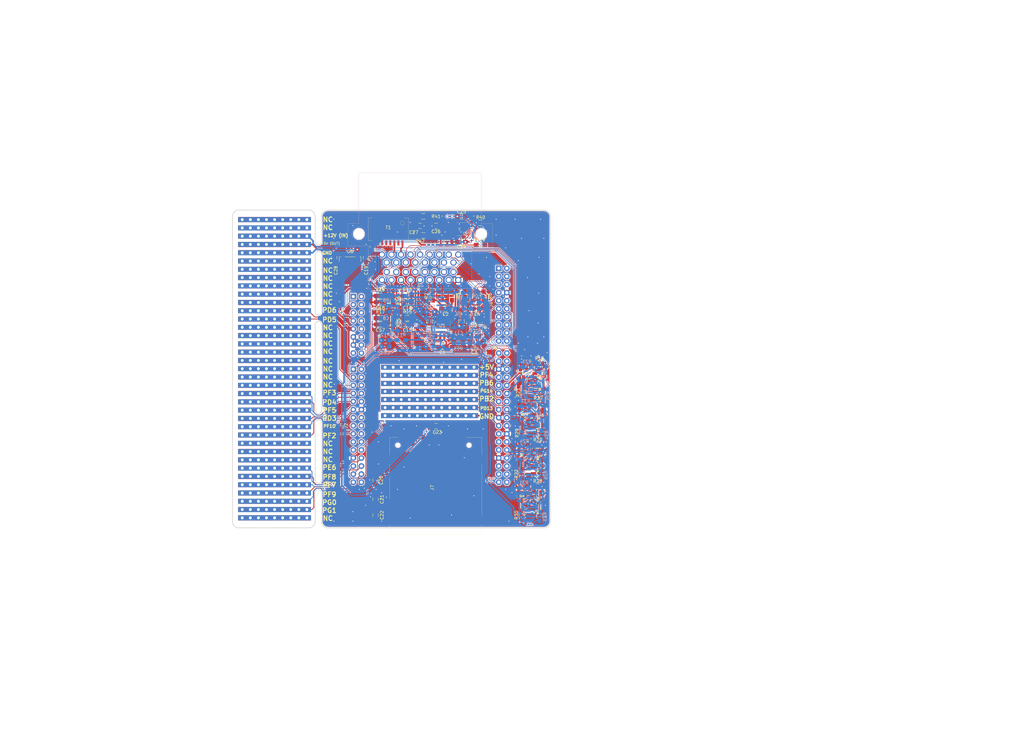
<source format=kicad_pcb>
(kicad_pcb (version 20171130) (host pcbnew "(5.0.2)-1")
  (layers (0 F.Cu signal) (31 B.Cu signal) (34 B.Paste user) (35 F.Paste user) (36 B.SilkS user) (37 F.SilkS user) (38 B.Mask user) (39 F.Mask user) (44 Edge.Cuts user))
  (net 0 "")
  (net 1 GND)
  (net 2 "Net-(C2-Pad1)")
  (net 3 +5V)
  (net 4 "Net-(Q1-Pad3)")
  (net 5 "Net-(Q11-Pad1)")
  (net 6 "Net-(Q10-Pad3)")
  (net 7 "Net-(Q13-Pad3)")
  (net 8 "Net-(Q14-Pad3)")
  (net 9 "Net-(R1-Pad1)")
  (net 10 "Net-(R4-Pad1)")
  (net 11 "Net-(C4-Pad1)")
  (net 12 +12V)
  (net 13 "Net-(R7-Pad1)")
  (net 14 "Net-(R9-Pad1)")
  (net 15 "Net-(R11-Pad1)")
  (net 16 "Net-(R13-Pad1)")
  (net 17 AI0)
  (net 18 AI1)
  (net 19 PA0)
  (net 20 PA3)
  (net 21 AI2)
  (net 22 AI3)
  (net 23 PA4)
  (net 24 PA5)
  (net 25 AI4)
  (net 26 AI5)
  (net 27 AI6)
  (net 28 AI7)
  (net 29 PE4)
  (net 30 +3V3)
  (net 31 "Net-(C26-Pad1)")
  (net 32 "Net-(C27-Pad1)")
  (net 33 CANHI1)
  (net 34 CANLO1)
  (net 35 CANLO2)
  (net 36 CANHI2)
  (net 37 PD2)
  (net 38 PC12)
  (net 39 PC11)
  (net 40 PC10)
  (net 41 PC9)
  (net 42 PC8)
  (net 43 PE5)
  (net 44 PD1)
  (net 45 PD0)
  (net 46 I2C2SDA)
  (net 47 I2C2SCK)
  (net 48 PC3)
  (net 49 DO0)
  (net 50 DO1)
  (net 51 DO2)
  (net 52 DO3)
  (net 53 DO4)
  (net 54 DO5)
  (net 55 DO6)
  (net 56 DO7)
  (net 57 DI0)
  (net 58 DI1)
  (net 59 DI2)
  (net 60 DI3)
  (net 61 DI4)
  (net 62 DI5)
  (net 63 DI6)
  (net 64 DI7)
  (net 65 ISOSPI_IP)
  (net 66 ISOSPI_IM)
  (net 67 PB12)
  (net 68 PB13)
  (net 69 PB10)
  (net 70 PE14)
  (net 71 PE12)
  (net 72 PE10)
  (net 73 PE7)
  (net 74 PE8)
  (net 75 PG9)
  (net 76 PF15)
  (net 77 PE13)
  (net 78 PC2)
  (net 79 "Net-(Q18-Pad1)")
  (net 80 "Net-(Q19-Pad1)")
  (net 81 "Net-(Q20-Pad1)")
  (net 82 "Net-(R37-Pad2)")
  (net 83 "Net-(R39-Pad1)")
  (net 84 "Net-(R39-Pad2)")
  (net 85 "Net-(R41-Pad1)")
  (net 86 "Net-(R42-Pad2)")
  (net 87 PF4)
  (net 88 PB6)
  (net 89 PB2)
  (net 90 PD13)
  (net 91 PG14)
  (net 92 PF3)
  (net 93 PF5)
  (net 94 PF10)
  (net 95 PF2)
  (net 96 PG0)
  (net 97 PD6)
  (net 98 PD5)
  (net 99 PD4)
  (net 100 PD3)
  (net 101 PE6)
  (net 102 PF8)
  (net 103 PF7)
  (net 104 PF9)
  (net 105 PG1)
  (net 106 PB1)
  (net 107 PC0)
  (net 108 PE0)
  (net 109 PB11)
  (module STM32_Shield:stripboard_longer (layer F.Cu) (at 110 104.46)
    (fp_text reference J6 hide)
    (fp_text value stripboard_longer hide)
    (pad 1 thru_hole rect (at 27.94 0) (size 2.6 1.6) (drill 0.9) (layers *.Cu *.Mask) (net 3 +5V))
    (pad "" np_thru_hole rect (at 25.4 0) (size 2.6 1.6) (drill 0.9) (layers *.Cu *.Mask))
    (pad "" np_thru_hole rect (at 22.86 0) (size 2.6 1.6) (drill 0.9) (layers *.Cu *.Mask))
    (pad "" np_thru_hole rect (at 20.32 0) (size 2.6 1.6) (drill 0.9) (layers *.Cu *.Mask))
    (pad "" np_thru_hole rect (at 17.78 0) (size 2.6 1.6) (drill 0.9) (layers *.Cu *.Mask))
    (pad "" np_thru_hole rect (at 15.24 0) (size 2.6 1.6) (drill 0.9) (layers *.Cu *.Mask))
    (pad "" np_thru_hole rect (at 12.7 0) (size 2.6 1.6) (drill 0.9) (layers *.Cu *.Mask))
    (pad "" np_thru_hole rect (at 10.16 0) (size 2.6 1.6) (drill 0.9) (layers *.Cu *.Mask))
    (pad "" np_thru_hole rect (at 7.62 0) (size 2.6 1.6) (drill 0.9) (layers *.Cu *.Mask))
    (pad "" np_thru_hole rect (at 5.08 0) (size 2.6 1.6) (drill 0.9) (layers *.Cu *.Mask))
    (pad "" np_thru_hole rect (at 2.54 0) (size 2.6 1.6) (drill 0.9) (layers *.Cu *.Mask))
    (pad "" np_thru_hole rect (at 0 0) (size 2.6 1.6) (drill 0.9) (layers *.Cu *.Mask))
  )
  (module STM32_Shield:stripboard_longer (layer F.Cu) (at 110 107)
    (fp_text reference J15 hide)
    (fp_text value stripboard_longer hide)
    (pad 1 thru_hole rect (at 27.94 0) (size 2.6 1.6) (drill 0.9) (layers *.Cu *.Mask) (net 87 PF4))
    (pad "" np_thru_hole rect (at 25.4 0) (size 2.6 1.6) (drill 0.9) (layers *.Cu *.Mask))
    (pad "" np_thru_hole rect (at 22.86 0) (size 2.6 1.6) (drill 0.9) (layers *.Cu *.Mask))
    (pad "" np_thru_hole rect (at 20.32 0) (size 2.6 1.6) (drill 0.9) (layers *.Cu *.Mask))
    (pad "" np_thru_hole rect (at 17.78 0) (size 2.6 1.6) (drill 0.9) (layers *.Cu *.Mask))
    (pad "" np_thru_hole rect (at 15.24 0) (size 2.6 1.6) (drill 0.9) (layers *.Cu *.Mask))
    (pad "" np_thru_hole rect (at 12.7 0) (size 2.6 1.6) (drill 0.9) (layers *.Cu *.Mask))
    (pad "" np_thru_hole rect (at 10.16 0) (size 2.6 1.6) (drill 0.9) (layers *.Cu *.Mask))
    (pad "" np_thru_hole rect (at 7.62 0) (size 2.6 1.6) (drill 0.9) (layers *.Cu *.Mask))
    (pad "" np_thru_hole rect (at 5.08 0) (size 2.6 1.6) (drill 0.9) (layers *.Cu *.Mask))
    (pad "" np_thru_hole rect (at 2.54 0) (size 2.6 1.6) (drill 0.9) (layers *.Cu *.Mask))
    (pad "" np_thru_hole rect (at 0 0) (size 2.6 1.6) (drill 0.9) (layers *.Cu *.Mask))
  )
  (module STM32_Shield:stripboard_longer (layer F.Cu) (at 110 109.54)
    (fp_text reference J16 hide)
    (fp_text value stripboard_longer hide)
    (pad 1 thru_hole rect (at 27.94 0) (size 2.6 1.6) (drill 0.9) (layers *.Cu *.Mask) (net 88 PB6))
    (pad "" np_thru_hole rect (at 25.4 0) (size 2.6 1.6) (drill 0.9) (layers *.Cu *.Mask))
    (pad "" np_thru_hole rect (at 22.86 0) (size 2.6 1.6) (drill 0.9) (layers *.Cu *.Mask))
    (pad "" np_thru_hole rect (at 20.32 0) (size 2.6 1.6) (drill 0.9) (layers *.Cu *.Mask))
    (pad "" np_thru_hole rect (at 17.78 0) (size 2.6 1.6) (drill 0.9) (layers *.Cu *.Mask))
    (pad "" np_thru_hole rect (at 15.24 0) (size 2.6 1.6) (drill 0.9) (layers *.Cu *.Mask))
    (pad "" np_thru_hole rect (at 12.7 0) (size 2.6 1.6) (drill 0.9) (layers *.Cu *.Mask))
    (pad "" np_thru_hole rect (at 10.16 0) (size 2.6 1.6) (drill 0.9) (layers *.Cu *.Mask))
    (pad "" np_thru_hole rect (at 7.62 0) (size 2.6 1.6) (drill 0.9) (layers *.Cu *.Mask))
    (pad "" np_thru_hole rect (at 5.08 0) (size 2.6 1.6) (drill 0.9) (layers *.Cu *.Mask))
    (pad "" np_thru_hole rect (at 2.54 0) (size 2.6 1.6) (drill 0.9) (layers *.Cu *.Mask))
    (pad "" np_thru_hole rect (at 0 0) (size 2.6 1.6) (drill 0.9) (layers *.Cu *.Mask))
  )
  (module STM32_Shield:stripboard_longer (layer F.Cu) (at 110 112.08)
    (fp_text reference J17 hide)
    (fp_text value stripboard_longer hide)
    (pad 1 thru_hole rect (at 27.94 0) (size 2.6 1.6) (drill 0.9) (layers *.Cu *.Mask) (net 91 PG14))
    (pad "" np_thru_hole rect (at 25.4 0) (size 2.6 1.6) (drill 0.9) (layers *.Cu *.Mask))
    (pad "" np_thru_hole rect (at 22.86 0) (size 2.6 1.6) (drill 0.9) (layers *.Cu *.Mask))
    (pad "" np_thru_hole rect (at 20.32 0) (size 2.6 1.6) (drill 0.9) (layers *.Cu *.Mask))
    (pad "" np_thru_hole rect (at 17.78 0) (size 2.6 1.6) (drill 0.9) (layers *.Cu *.Mask))
    (pad "" np_thru_hole rect (at 15.24 0) (size 2.6 1.6) (drill 0.9) (layers *.Cu *.Mask))
    (pad "" np_thru_hole rect (at 12.7 0) (size 2.6 1.6) (drill 0.9) (layers *.Cu *.Mask))
    (pad "" np_thru_hole rect (at 10.16 0) (size 2.6 1.6) (drill 0.9) (layers *.Cu *.Mask))
    (pad "" np_thru_hole rect (at 7.62 0) (size 2.6 1.6) (drill 0.9) (layers *.Cu *.Mask))
    (pad "" np_thru_hole rect (at 5.08 0) (size 2.6 1.6) (drill 0.9) (layers *.Cu *.Mask))
    (pad "" np_thru_hole rect (at 2.54 0) (size 2.6 1.6) (drill 0.9) (layers *.Cu *.Mask))
    (pad "" np_thru_hole rect (at 0 0) (size 2.6 1.6) (drill 0.9) (layers *.Cu *.Mask))
  )
  (module STM32_Shield:stripboard_longer (layer F.Cu) (at 110 114.62)
    (fp_text reference J18 hide)
    (fp_text value stripboard_longer hide)
    (pad 1 thru_hole rect (at 27.94 0) (size 2.6 1.6) (drill 0.9) (layers *.Cu *.Mask) (net 89 PB2))
    (pad "" np_thru_hole rect (at 25.4 0) (size 2.6 1.6) (drill 0.9) (layers *.Cu *.Mask))
    (pad "" np_thru_hole rect (at 22.86 0) (size 2.6 1.6) (drill 0.9) (layers *.Cu *.Mask))
    (pad "" np_thru_hole rect (at 20.32 0) (size 2.6 1.6) (drill 0.9) (layers *.Cu *.Mask))
    (pad "" np_thru_hole rect (at 17.78 0) (size 2.6 1.6) (drill 0.9) (layers *.Cu *.Mask))
    (pad "" np_thru_hole rect (at 15.24 0) (size 2.6 1.6) (drill 0.9) (layers *.Cu *.Mask))
    (pad "" np_thru_hole rect (at 12.7 0) (size 2.6 1.6) (drill 0.9) (layers *.Cu *.Mask))
    (pad "" np_thru_hole rect (at 10.16 0) (size 2.6 1.6) (drill 0.9) (layers *.Cu *.Mask))
    (pad "" np_thru_hole rect (at 7.62 0) (size 2.6 1.6) (drill 0.9) (layers *.Cu *.Mask))
    (pad "" np_thru_hole rect (at 5.08 0) (size 2.6 1.6) (drill 0.9) (layers *.Cu *.Mask))
    (pad "" np_thru_hole rect (at 2.54 0) (size 2.6 1.6) (drill 0.9) (layers *.Cu *.Mask))
    (pad "" np_thru_hole rect (at 0 0) (size 2.6 1.6) (drill 0.9) (layers *.Cu *.Mask))
  )
  (module STM32_Shield:stripboard_longer (layer F.Cu) (at 110 117.16)
    (fp_text reference J19 hide)
    (fp_text value stripboard_longer hide)
    (pad 1 thru_hole rect (at 27.94 0) (size 2.6 1.6) (drill 0.9) (layers *.Cu *.Mask) (net 90 PD13))
    (pad "" np_thru_hole rect (at 25.4 0) (size 2.6 1.6) (drill 0.9) (layers *.Cu *.Mask))
    (pad "" np_thru_hole rect (at 22.86 0) (size 2.6 1.6) (drill 0.9) (layers *.Cu *.Mask))
    (pad "" np_thru_hole rect (at 20.32 0) (size 2.6 1.6) (drill 0.9) (layers *.Cu *.Mask))
    (pad "" np_thru_hole rect (at 17.78 0) (size 2.6 1.6) (drill 0.9) (layers *.Cu *.Mask))
    (pad "" np_thru_hole rect (at 15.24 0) (size 2.6 1.6) (drill 0.9) (layers *.Cu *.Mask))
    (pad "" np_thru_hole rect (at 12.7 0) (size 2.6 1.6) (drill 0.9) (layers *.Cu *.Mask))
    (pad "" np_thru_hole rect (at 10.16 0) (size 2.6 1.6) (drill 0.9) (layers *.Cu *.Mask))
    (pad "" np_thru_hole rect (at 7.62 0) (size 2.6 1.6) (drill 0.9) (layers *.Cu *.Mask))
    (pad "" np_thru_hole rect (at 5.08 0) (size 2.6 1.6) (drill 0.9) (layers *.Cu *.Mask))
    (pad "" np_thru_hole rect (at 2.54 0) (size 2.6 1.6) (drill 0.9) (layers *.Cu *.Mask))
    (pad "" np_thru_hole rect (at 0 0) (size 2.6 1.6) (drill 0.9) (layers *.Cu *.Mask))
  )
  (module STM32_Shield:stripboard_longer (layer F.Cu) (at 110 119.7)
    (fp_text reference J20 hide)
    (fp_text value stripboard_longer hide)
    (pad 1 thru_hole rect (at 27.94 0) (size 2.6 1.6) (drill 0.9) (layers *.Cu *.Mask) (net 1 GND))
    (pad "" np_thru_hole rect (at 25.4 0) (size 2.6 1.6) (drill 0.9) (layers *.Cu *.Mask))
    (pad "" np_thru_hole rect (at 22.86 0) (size 2.6 1.6) (drill 0.9) (layers *.Cu *.Mask))
    (pad "" np_thru_hole rect (at 20.32 0) (size 2.6 1.6) (drill 0.9) (layers *.Cu *.Mask))
    (pad "" np_thru_hole rect (at 17.78 0) (size 2.6 1.6) (drill 0.9) (layers *.Cu *.Mask))
    (pad "" np_thru_hole rect (at 15.24 0) (size 2.6 1.6) (drill 0.9) (layers *.Cu *.Mask))
    (pad "" np_thru_hole rect (at 12.7 0) (size 2.6 1.6) (drill 0.9) (layers *.Cu *.Mask))
    (pad "" np_thru_hole rect (at 10.16 0) (size 2.6 1.6) (drill 0.9) (layers *.Cu *.Mask))
    (pad "" np_thru_hole rect (at 7.62 0) (size 2.6 1.6) (drill 0.9) (layers *.Cu *.Mask))
    (pad "" np_thru_hole rect (at 5.08 0) (size 2.6 1.6) (drill 0.9) (layers *.Cu *.Mask))
    (pad "" np_thru_hole rect (at 2.54 0) (size 2.6 1.6) (drill 0.9) (layers *.Cu *.Mask))
    (pad "" np_thru_hole rect (at 0 0) (size 2.6 1.6) (drill 0.9) (layers *.Cu *.Mask))
  )
  (module STM32_Shield:stripboard (layer F.Cu) (at 65.08 81.461578)
    (fp_text reference J8 hide)
    (fp_text value stripboard hide)
    (pad 1 thru_hole rect (at 20.32 0) (size 2.6 1.6) (drill 0.9) (layers *.Cu *.Mask))
    (pad "" np_thru_hole rect (at 17.78 0) (size 2.6 1.6) (drill 0.9) (layers *.Cu *.Mask))
    (pad "" np_thru_hole rect (at 15.24 0) (size 2.6 1.6) (drill 0.9) (layers *.Cu *.Mask))
    (pad "" np_thru_hole rect (at 12.7 0) (size 2.6 1.6) (drill 0.9) (layers *.Cu *.Mask))
    (pad "" np_thru_hole rect (at 10.16 0) (size 2.6 1.6) (drill 0.9) (layers *.Cu *.Mask))
    (pad "" np_thru_hole rect (at 7.62 0) (size 2.6 1.6) (drill 0.9) (layers *.Cu *.Mask))
    (pad "" np_thru_hole rect (at 5.08 0) (size 2.6 1.6) (drill 0.9) (layers *.Cu *.Mask))
    (pad "" np_thru_hole rect (at 2.54 0) (size 2.6 1.6) (drill 0.9) (layers *.Cu *.Mask))
    (pad "" np_thru_hole rect (at 0 0) (size 2.6 1.6) (drill 0.9) (layers *.Cu *.Mask))
  )
  (module STM32_Shield:stripboard (layer F.Cu) (at 65.08 112.743682)
    (fp_text reference J9 hide)
    (fp_text value stripboard hide)
    (pad 1 thru_hole rect (at 20.32 0) (size 2.6 1.6) (drill 0.9) (layers *.Cu *.Mask) (net 92 PF3))
    (pad "" np_thru_hole rect (at 17.78 0) (size 2.6 1.6) (drill 0.9) (layers *.Cu *.Mask))
    (pad "" np_thru_hole rect (at 15.24 0) (size 2.6 1.6) (drill 0.9) (layers *.Cu *.Mask))
    (pad "" np_thru_hole rect (at 12.7 0) (size 2.6 1.6) (drill 0.9) (layers *.Cu *.Mask))
    (pad "" np_thru_hole rect (at 10.16 0) (size 2.6 1.6) (drill 0.9) (layers *.Cu *.Mask))
    (pad "" np_thru_hole rect (at 7.62 0) (size 2.6 1.6) (drill 0.9) (layers *.Cu *.Mask))
    (pad "" np_thru_hole rect (at 5.08 0) (size 2.6 1.6) (drill 0.9) (layers *.Cu *.Mask))
    (pad "" np_thru_hole rect (at 2.54 0) (size 2.6 1.6) (drill 0.9) (layers *.Cu *.Mask))
    (pad "" np_thru_hole rect (at 0 0) (size 2.6 1.6) (drill 0.9) (layers *.Cu *.Mask))
  )
  (module STM32_Shield:stripboard (layer F.Cu) (at 65.08 63.213684)
    (fp_text reference J10 hide)
    (fp_text value stripboard hide)
    (pad 1 thru_hole rect (at 20.32 0) (size 2.6 1.6) (drill 0.9) (layers *.Cu *.Mask) (net 12 +12V))
    (pad "" np_thru_hole rect (at 17.78 0) (size 2.6 1.6) (drill 0.9) (layers *.Cu *.Mask))
    (pad "" np_thru_hole rect (at 15.24 0) (size 2.6 1.6) (drill 0.9) (layers *.Cu *.Mask))
    (pad "" np_thru_hole rect (at 12.7 0) (size 2.6 1.6) (drill 0.9) (layers *.Cu *.Mask))
    (pad "" np_thru_hole rect (at 10.16 0) (size 2.6 1.6) (drill 0.9) (layers *.Cu *.Mask))
    (pad "" np_thru_hole rect (at 7.62 0) (size 2.6 1.6) (drill 0.9) (layers *.Cu *.Mask))
    (pad "" np_thru_hole rect (at 5.08 0) (size 2.6 1.6) (drill 0.9) (layers *.Cu *.Mask))
    (pad "" np_thru_hole rect (at 2.54 0) (size 2.6 1.6) (drill 0.9) (layers *.Cu *.Mask))
    (pad "" np_thru_hole rect (at 0 0) (size 2.6 1.6) (drill 0.9) (layers *.Cu *.Mask))
  )
  (module STM32_Shield:stripboard (layer F.Cu) (at 65.08 115.350524)
    (fp_text reference J11 hide)
    (fp_text value stripboard hide)
    (pad 1 thru_hole rect (at 20.32 0) (size 2.6 1.6) (drill 0.9) (layers *.Cu *.Mask) (net 99 PD4))
    (pad "" np_thru_hole rect (at 17.78 0) (size 2.6 1.6) (drill 0.9) (layers *.Cu *.Mask))
    (pad "" np_thru_hole rect (at 15.24 0) (size 2.6 1.6) (drill 0.9) (layers *.Cu *.Mask))
    (pad "" np_thru_hole rect (at 12.7 0) (size 2.6 1.6) (drill 0.9) (layers *.Cu *.Mask))
    (pad "" np_thru_hole rect (at 10.16 0) (size 2.6 1.6) (drill 0.9) (layers *.Cu *.Mask))
    (pad "" np_thru_hole rect (at 7.62 0) (size 2.6 1.6) (drill 0.9) (layers *.Cu *.Mask))
    (pad "" np_thru_hole rect (at 5.08 0) (size 2.6 1.6) (drill 0.9) (layers *.Cu *.Mask))
    (pad "" np_thru_hole rect (at 2.54 0) (size 2.6 1.6) (drill 0.9) (layers *.Cu *.Mask))
    (pad "" np_thru_hole rect (at 0 0) (size 2.6 1.6) (drill 0.9) (layers *.Cu *.Mask))
  )
  (module STM32_Shield:stripboard (layer F.Cu) (at 65.08 65.820526)
    (fp_text reference J12 hide)
    (fp_text value stripboard hide)
    (pad 1 thru_hole rect (at 20.32 0) (size 2.6 1.6) (drill 0.9) (layers *.Cu *.Mask) (net 3 +5V))
    (pad "" np_thru_hole rect (at 17.78 0) (size 2.6 1.6) (drill 0.9) (layers *.Cu *.Mask))
    (pad "" np_thru_hole rect (at 15.24 0) (size 2.6 1.6) (drill 0.9) (layers *.Cu *.Mask))
    (pad "" np_thru_hole rect (at 12.7 0) (size 2.6 1.6) (drill 0.9) (layers *.Cu *.Mask))
    (pad "" np_thru_hole rect (at 10.16 0) (size 2.6 1.6) (drill 0.9) (layers *.Cu *.Mask))
    (pad "" np_thru_hole rect (at 7.62 0) (size 2.6 1.6) (drill 0.9) (layers *.Cu *.Mask))
    (pad "" np_thru_hole rect (at 5.08 0) (size 2.6 1.6) (drill 0.9) (layers *.Cu *.Mask))
    (pad "" np_thru_hole rect (at 2.54 0) (size 2.6 1.6) (drill 0.9) (layers *.Cu *.Mask))
    (pad "" np_thru_hole rect (at 0 0) (size 2.6 1.6) (drill 0.9) (layers *.Cu *.Mask))
  )
  (module STM32_Shield:stripboard (layer F.Cu) (at 65.08 68.427368)
    (fp_text reference J13 hide)
    (fp_text value stripboard hide)
    (pad 1 thru_hole rect (at 20.32 0) (size 2.6 1.6) (drill 0.9) (layers *.Cu *.Mask) (net 1 GND))
    (pad "" np_thru_hole rect (at 17.78 0) (size 2.6 1.6) (drill 0.9) (layers *.Cu *.Mask))
    (pad "" np_thru_hole rect (at 15.24 0) (size 2.6 1.6) (drill 0.9) (layers *.Cu *.Mask))
    (pad "" np_thru_hole rect (at 12.7 0) (size 2.6 1.6) (drill 0.9) (layers *.Cu *.Mask))
    (pad "" np_thru_hole rect (at 10.16 0) (size 2.6 1.6) (drill 0.9) (layers *.Cu *.Mask))
    (pad "" np_thru_hole rect (at 7.62 0) (size 2.6 1.6) (drill 0.9) (layers *.Cu *.Mask))
    (pad "" np_thru_hole rect (at 5.08 0) (size 2.6 1.6) (drill 0.9) (layers *.Cu *.Mask))
    (pad "" np_thru_hole rect (at 2.54 0) (size 2.6 1.6) (drill 0.9) (layers *.Cu *.Mask))
    (pad "" np_thru_hole rect (at 0 0) (size 2.6 1.6) (drill 0.9) (layers *.Cu *.Mask))
  )
  (module STM32_Shield:stripboard (layer F.Cu) (at 65.08 71.03421)
    (fp_text reference J14 hide)
    (fp_text value stripboard hide)
    (pad 1 thru_hole rect (at 20.32 0) (size 2.6 1.6) (drill 0.9) (layers *.Cu *.Mask))
    (pad "" np_thru_hole rect (at 17.78 0) (size 2.6 1.6) (drill 0.9) (layers *.Cu *.Mask))
    (pad "" np_thru_hole rect (at 15.24 0) (size 2.6 1.6) (drill 0.9) (layers *.Cu *.Mask))
    (pad "" np_thru_hole rect (at 12.7 0) (size 2.6 1.6) (drill 0.9) (layers *.Cu *.Mask))
    (pad "" np_thru_hole rect (at 10.16 0) (size 2.6 1.6) (drill 0.9) (layers *.Cu *.Mask))
    (pad "" np_thru_hole rect (at 7.62 0) (size 2.6 1.6) (drill 0.9) (layers *.Cu *.Mask))
    (pad "" np_thru_hole rect (at 5.08 0) (size 2.6 1.6) (drill 0.9) (layers *.Cu *.Mask))
    (pad "" np_thru_hole rect (at 2.54 0) (size 2.6 1.6) (drill 0.9) (layers *.Cu *.Mask))
    (pad "" np_thru_hole rect (at 0 0) (size 2.6 1.6) (drill 0.9) (layers *.Cu *.Mask))
  )
  (module STM32_Shield:stripboard (layer F.Cu) (at 65.08 73.641052)
    (fp_text reference J21 hide)
    (fp_text value stripboard hide)
    (pad 1 thru_hole rect (at 20.32 0) (size 2.6 1.6) (drill 0.9) (layers *.Cu *.Mask))
    (pad "" np_thru_hole rect (at 17.78 0) (size 2.6 1.6) (drill 0.9) (layers *.Cu *.Mask))
    (pad "" np_thru_hole rect (at 15.24 0) (size 2.6 1.6) (drill 0.9) (layers *.Cu *.Mask))
    (pad "" np_thru_hole rect (at 12.7 0) (size 2.6 1.6) (drill 0.9) (layers *.Cu *.Mask))
    (pad "" np_thru_hole rect (at 10.16 0) (size 2.6 1.6) (drill 0.9) (layers *.Cu *.Mask))
    (pad "" np_thru_hole rect (at 7.62 0) (size 2.6 1.6) (drill 0.9) (layers *.Cu *.Mask))
    (pad "" np_thru_hole rect (at 5.08 0) (size 2.6 1.6) (drill 0.9) (layers *.Cu *.Mask))
    (pad "" np_thru_hole rect (at 2.54 0) (size 2.6 1.6) (drill 0.9) (layers *.Cu *.Mask))
    (pad "" np_thru_hole rect (at 0 0) (size 2.6 1.6) (drill 0.9) (layers *.Cu *.Mask))
  )
  (module STM32_Shield:stripboard (layer F.Cu) (at 65.08 76.247894)
    (fp_text reference J22 hide)
    (fp_text value stripboard hide)
    (pad 1 thru_hole rect (at 20.32 0) (size 2.6 1.6) (drill 0.9) (layers *.Cu *.Mask))
    (pad "" np_thru_hole rect (at 17.78 0) (size 2.6 1.6) (drill 0.9) (layers *.Cu *.Mask))
    (pad "" np_thru_hole rect (at 15.24 0) (size 2.6 1.6) (drill 0.9) (layers *.Cu *.Mask))
    (pad "" np_thru_hole rect (at 12.7 0) (size 2.6 1.6) (drill 0.9) (layers *.Cu *.Mask))
    (pad "" np_thru_hole rect (at 10.16 0) (size 2.6 1.6) (drill 0.9) (layers *.Cu *.Mask))
    (pad "" np_thru_hole rect (at 7.62 0) (size 2.6 1.6) (drill 0.9) (layers *.Cu *.Mask))
    (pad "" np_thru_hole rect (at 5.08 0) (size 2.6 1.6) (drill 0.9) (layers *.Cu *.Mask))
    (pad "" np_thru_hole rect (at 2.54 0) (size 2.6 1.6) (drill 0.9) (layers *.Cu *.Mask))
    (pad "" np_thru_hole rect (at 0 0) (size 2.6 1.6) (drill 0.9) (layers *.Cu *.Mask))
  )
  (module STM32_Shield:stripboard (layer F.Cu) (at 65.08 58)
    (fp_text reference J23 hide)
    (fp_text value stripboard hide)
    (pad 1 thru_hole rect (at 20.32 0) (size 2.6 1.6) (drill 0.9) (layers *.Cu *.Mask))
    (pad "" np_thru_hole rect (at 17.78 0) (size 2.6 1.6) (drill 0.9) (layers *.Cu *.Mask))
    (pad "" np_thru_hole rect (at 15.24 0) (size 2.6 1.6) (drill 0.9) (layers *.Cu *.Mask))
    (pad "" np_thru_hole rect (at 12.7 0) (size 2.6 1.6) (drill 0.9) (layers *.Cu *.Mask))
    (pad "" np_thru_hole rect (at 10.16 0) (size 2.6 1.6) (drill 0.9) (layers *.Cu *.Mask))
    (pad "" np_thru_hole rect (at 7.62 0) (size 2.6 1.6) (drill 0.9) (layers *.Cu *.Mask))
    (pad "" np_thru_hole rect (at 5.08 0) (size 2.6 1.6) (drill 0.9) (layers *.Cu *.Mask))
    (pad "" np_thru_hole rect (at 2.54 0) (size 2.6 1.6) (drill 0.9) (layers *.Cu *.Mask))
    (pad "" np_thru_hole rect (at 0 0) (size 2.6 1.6) (drill 0.9) (layers *.Cu *.Mask))
  )
  (module STM32_Shield:stripboard (layer F.Cu) (at 65.08 60.606842)
    (fp_text reference J24 hide)
    (fp_text value stripboard hide)
    (pad 1 thru_hole rect (at 20.32 0) (size 2.6 1.6) (drill 0.9) (layers *.Cu *.Mask))
    (pad "" np_thru_hole rect (at 17.78 0) (size 2.6 1.6) (drill 0.9) (layers *.Cu *.Mask))
    (pad "" np_thru_hole rect (at 15.24 0) (size 2.6 1.6) (drill 0.9) (layers *.Cu *.Mask))
    (pad "" np_thru_hole rect (at 12.7 0) (size 2.6 1.6) (drill 0.9) (layers *.Cu *.Mask))
    (pad "" np_thru_hole rect (at 10.16 0) (size 2.6 1.6) (drill 0.9) (layers *.Cu *.Mask))
    (pad "" np_thru_hole rect (at 7.62 0) (size 2.6 1.6) (drill 0.9) (layers *.Cu *.Mask))
    (pad "" np_thru_hole rect (at 5.08 0) (size 2.6 1.6) (drill 0.9) (layers *.Cu *.Mask))
    (pad "" np_thru_hole rect (at 2.54 0) (size 2.6 1.6) (drill 0.9) (layers *.Cu *.Mask))
    (pad "" np_thru_hole rect (at 0 0) (size 2.6 1.6) (drill 0.9) (layers *.Cu *.Mask))
  )
  (module STM32_Shield:stripboard (layer F.Cu) (at 65.08 84.06842)
    (fp_text reference J25 hide)
    (fp_text value stripboard hide)
    (pad 1 thru_hole rect (at 20.32 0) (size 2.6 1.6) (drill 0.9) (layers *.Cu *.Mask))
    (pad "" np_thru_hole rect (at 17.78 0) (size 2.6 1.6) (drill 0.9) (layers *.Cu *.Mask))
    (pad "" np_thru_hole rect (at 15.24 0) (size 2.6 1.6) (drill 0.9) (layers *.Cu *.Mask))
    (pad "" np_thru_hole rect (at 12.7 0) (size 2.6 1.6) (drill 0.9) (layers *.Cu *.Mask))
    (pad "" np_thru_hole rect (at 10.16 0) (size 2.6 1.6) (drill 0.9) (layers *.Cu *.Mask))
    (pad "" np_thru_hole rect (at 7.62 0) (size 2.6 1.6) (drill 0.9) (layers *.Cu *.Mask))
    (pad "" np_thru_hole rect (at 5.08 0) (size 2.6 1.6) (drill 0.9) (layers *.Cu *.Mask))
    (pad "" np_thru_hole rect (at 2.54 0) (size 2.6 1.6) (drill 0.9) (layers *.Cu *.Mask))
    (pad "" np_thru_hole rect (at 0 0) (size 2.6 1.6) (drill 0.9) (layers *.Cu *.Mask))
  )
  (module STM32_Shield:stripboard (layer F.Cu) (at 65.08 86.675262)
    (fp_text reference J26 hide)
    (fp_text value stripboard hide)
    (pad 1 thru_hole rect (at 20.32 0) (size 2.6 1.6) (drill 0.9) (layers *.Cu *.Mask) (net 97 PD6))
    (pad "" np_thru_hole rect (at 17.78 0) (size 2.6 1.6) (drill 0.9) (layers *.Cu *.Mask))
    (pad "" np_thru_hole rect (at 15.24 0) (size 2.6 1.6) (drill 0.9) (layers *.Cu *.Mask))
    (pad "" np_thru_hole rect (at 12.7 0) (size 2.6 1.6) (drill 0.9) (layers *.Cu *.Mask))
    (pad "" np_thru_hole rect (at 10.16 0) (size 2.6 1.6) (drill 0.9) (layers *.Cu *.Mask))
    (pad "" np_thru_hole rect (at 7.62 0) (size 2.6 1.6) (drill 0.9) (layers *.Cu *.Mask))
    (pad "" np_thru_hole rect (at 5.08 0) (size 2.6 1.6) (drill 0.9) (layers *.Cu *.Mask))
    (pad "" np_thru_hole rect (at 2.54 0) (size 2.6 1.6) (drill 0.9) (layers *.Cu *.Mask))
    (pad "" np_thru_hole rect (at 0 0) (size 2.6 1.6) (drill 0.9) (layers *.Cu *.Mask))
  )
  (module STM32_Shield:stripboard (layer F.Cu) (at 65.08 89.282104)
    (fp_text reference J27 hide)
    (fp_text value stripboard hide)
    (pad 1 thru_hole rect (at 20.32 0) (size 2.6 1.6) (drill 0.9) (layers *.Cu *.Mask) (net 98 PD5))
    (pad "" np_thru_hole rect (at 17.78 0) (size 2.6 1.6) (drill 0.9) (layers *.Cu *.Mask))
    (pad "" np_thru_hole rect (at 15.24 0) (size 2.6 1.6) (drill 0.9) (layers *.Cu *.Mask))
    (pad "" np_thru_hole rect (at 12.7 0) (size 2.6 1.6) (drill 0.9) (layers *.Cu *.Mask))
    (pad "" np_thru_hole rect (at 10.16 0) (size 2.6 1.6) (drill 0.9) (layers *.Cu *.Mask))
    (pad "" np_thru_hole rect (at 7.62 0) (size 2.6 1.6) (drill 0.9) (layers *.Cu *.Mask))
    (pad "" np_thru_hole rect (at 5.08 0) (size 2.6 1.6) (drill 0.9) (layers *.Cu *.Mask))
    (pad "" np_thru_hole rect (at 2.54 0) (size 2.6 1.6) (drill 0.9) (layers *.Cu *.Mask))
    (pad "" np_thru_hole rect (at 0 0) (size 2.6 1.6) (drill 0.9) (layers *.Cu *.Mask))
  )
  (module STM32_Shield:stripboard (layer F.Cu) (at 65.08 91.888946)
    (fp_text reference J28 hide)
    (fp_text value stripboard hide)
    (pad 1 thru_hole rect (at 20.32 0) (size 2.6 1.6) (drill 0.9) (layers *.Cu *.Mask))
    (pad "" np_thru_hole rect (at 17.78 0) (size 2.6 1.6) (drill 0.9) (layers *.Cu *.Mask))
    (pad "" np_thru_hole rect (at 15.24 0) (size 2.6 1.6) (drill 0.9) (layers *.Cu *.Mask))
    (pad "" np_thru_hole rect (at 12.7 0) (size 2.6 1.6) (drill 0.9) (layers *.Cu *.Mask))
    (pad "" np_thru_hole rect (at 10.16 0) (size 2.6 1.6) (drill 0.9) (layers *.Cu *.Mask))
    (pad "" np_thru_hole rect (at 7.62 0) (size 2.6 1.6) (drill 0.9) (layers *.Cu *.Mask))
    (pad "" np_thru_hole rect (at 5.08 0) (size 2.6 1.6) (drill 0.9) (layers *.Cu *.Mask))
    (pad "" np_thru_hole rect (at 2.54 0) (size 2.6 1.6) (drill 0.9) (layers *.Cu *.Mask))
    (pad "" np_thru_hole rect (at 0 0) (size 2.6 1.6) (drill 0.9) (layers *.Cu *.Mask))
  )
  (module STM32_Shield:stripboard (layer F.Cu) (at 65.08 94.495788)
    (fp_text reference J29 hide)
    (fp_text value stripboard hide)
    (pad 1 thru_hole rect (at 20.32 0) (size 2.6 1.6) (drill 0.9) (layers *.Cu *.Mask))
    (pad "" np_thru_hole rect (at 17.78 0) (size 2.6 1.6) (drill 0.9) (layers *.Cu *.Mask))
    (pad "" np_thru_hole rect (at 15.24 0) (size 2.6 1.6) (drill 0.9) (layers *.Cu *.Mask))
    (pad "" np_thru_hole rect (at 12.7 0) (size 2.6 1.6) (drill 0.9) (layers *.Cu *.Mask))
    (pad "" np_thru_hole rect (at 10.16 0) (size 2.6 1.6) (drill 0.9) (layers *.Cu *.Mask))
    (pad "" np_thru_hole rect (at 7.62 0) (size 2.6 1.6) (drill 0.9) (layers *.Cu *.Mask))
    (pad "" np_thru_hole rect (at 5.08 0) (size 2.6 1.6) (drill 0.9) (layers *.Cu *.Mask))
    (pad "" np_thru_hole rect (at 2.54 0) (size 2.6 1.6) (drill 0.9) (layers *.Cu *.Mask))
    (pad "" np_thru_hole rect (at 0 0) (size 2.6 1.6) (drill 0.9) (layers *.Cu *.Mask))
  )
  (module STM32_Shield:stripboard (layer F.Cu) (at 65.08 97.10263)
    (fp_text reference J30 hide)
    (fp_text value stripboard hide)
    (pad 1 thru_hole rect (at 20.32 0) (size 2.6 1.6) (drill 0.9) (layers *.Cu *.Mask))
    (pad "" np_thru_hole rect (at 17.78 0) (size 2.6 1.6) (drill 0.9) (layers *.Cu *.Mask))
    (pad "" np_thru_hole rect (at 15.24 0) (size 2.6 1.6) (drill 0.9) (layers *.Cu *.Mask))
    (pad "" np_thru_hole rect (at 12.7 0) (size 2.6 1.6) (drill 0.9) (layers *.Cu *.Mask))
    (pad "" np_thru_hole rect (at 10.16 0) (size 2.6 1.6) (drill 0.9) (layers *.Cu *.Mask))
    (pad "" np_thru_hole rect (at 7.62 0) (size 2.6 1.6) (drill 0.9) (layers *.Cu *.Mask))
    (pad "" np_thru_hole rect (at 5.08 0) (size 2.6 1.6) (drill 0.9) (layers *.Cu *.Mask))
    (pad "" np_thru_hole rect (at 2.54 0) (size 2.6 1.6) (drill 0.9) (layers *.Cu *.Mask))
    (pad "" np_thru_hole rect (at 0 0) (size 2.6 1.6) (drill 0.9) (layers *.Cu *.Mask))
  )
  (module STM32_Shield:stripboard (layer F.Cu) (at 65.08 99.709472)
    (fp_text reference J31 hide)
    (fp_text value stripboard hide)
    (pad 1 thru_hole rect (at 20.32 0) (size 2.6 1.6) (drill 0.9) (layers *.Cu *.Mask))
    (pad "" np_thru_hole rect (at 17.78 0) (size 2.6 1.6) (drill 0.9) (layers *.Cu *.Mask))
    (pad "" np_thru_hole rect (at 15.24 0) (size 2.6 1.6) (drill 0.9) (layers *.Cu *.Mask))
    (pad "" np_thru_hole rect (at 12.7 0) (size 2.6 1.6) (drill 0.9) (layers *.Cu *.Mask))
    (pad "" np_thru_hole rect (at 10.16 0) (size 2.6 1.6) (drill 0.9) (layers *.Cu *.Mask))
    (pad "" np_thru_hole rect (at 7.62 0) (size 2.6 1.6) (drill 0.9) (layers *.Cu *.Mask))
    (pad "" np_thru_hole rect (at 5.08 0) (size 2.6 1.6) (drill 0.9) (layers *.Cu *.Mask))
    (pad "" np_thru_hole rect (at 2.54 0) (size 2.6 1.6) (drill 0.9) (layers *.Cu *.Mask))
    (pad "" np_thru_hole rect (at 0 0) (size 2.6 1.6) (drill 0.9) (layers *.Cu *.Mask))
  )
  (module STM32_Shield:stripboard (layer F.Cu) (at 65.08 102.316314)
    (fp_text reference J32 hide)
    (fp_text value stripboard hide)
    (pad 1 thru_hole rect (at 20.32 0) (size 2.6 1.6) (drill 0.9) (layers *.Cu *.Mask))
    (pad "" np_thru_hole rect (at 17.78 0) (size 2.6 1.6) (drill 0.9) (layers *.Cu *.Mask))
    (pad "" np_thru_hole rect (at 15.24 0) (size 2.6 1.6) (drill 0.9) (layers *.Cu *.Mask))
    (pad "" np_thru_hole rect (at 12.7 0) (size 2.6 1.6) (drill 0.9) (layers *.Cu *.Mask))
    (pad "" np_thru_hole rect (at 10.16 0) (size 2.6 1.6) (drill 0.9) (layers *.Cu *.Mask))
    (pad "" np_thru_hole rect (at 7.62 0) (size 2.6 1.6) (drill 0.9) (layers *.Cu *.Mask))
    (pad "" np_thru_hole rect (at 5.08 0) (size 2.6 1.6) (drill 0.9) (layers *.Cu *.Mask))
    (pad "" np_thru_hole rect (at 2.54 0) (size 2.6 1.6) (drill 0.9) (layers *.Cu *.Mask))
    (pad "" np_thru_hole rect (at 0 0) (size 2.6 1.6) (drill 0.9) (layers *.Cu *.Mask))
  )
  (module STM32_Shield:stripboard (layer F.Cu) (at 65.08 104.923156)
    (fp_text reference J33 hide)
    (fp_text value stripboard hide)
    (pad 1 thru_hole rect (at 20.32 0) (size 2.6 1.6) (drill 0.9) (layers *.Cu *.Mask))
    (pad "" np_thru_hole rect (at 17.78 0) (size 2.6 1.6) (drill 0.9) (layers *.Cu *.Mask))
    (pad "" np_thru_hole rect (at 15.24 0) (size 2.6 1.6) (drill 0.9) (layers *.Cu *.Mask))
    (pad "" np_thru_hole rect (at 12.7 0) (size 2.6 1.6) (drill 0.9) (layers *.Cu *.Mask))
    (pad "" np_thru_hole rect (at 10.16 0) (size 2.6 1.6) (drill 0.9) (layers *.Cu *.Mask))
    (pad "" np_thru_hole rect (at 7.62 0) (size 2.6 1.6) (drill 0.9) (layers *.Cu *.Mask))
    (pad "" np_thru_hole rect (at 5.08 0) (size 2.6 1.6) (drill 0.9) (layers *.Cu *.Mask))
    (pad "" np_thru_hole rect (at 2.54 0) (size 2.6 1.6) (drill 0.9) (layers *.Cu *.Mask))
    (pad "" np_thru_hole rect (at 0 0) (size 2.6 1.6) (drill 0.9) (layers *.Cu *.Mask))
  )
  (module STM32_Shield:stripboard (layer F.Cu) (at 65.08 107.529998)
    (fp_text reference J34 hide)
    (fp_text value stripboard hide)
    (pad 1 thru_hole rect (at 20.32 0) (size 2.6 1.6) (drill 0.9) (layers *.Cu *.Mask))
    (pad "" np_thru_hole rect (at 17.78 0) (size 2.6 1.6) (drill 0.9) (layers *.Cu *.Mask))
    (pad "" np_thru_hole rect (at 15.24 0) (size 2.6 1.6) (drill 0.9) (layers *.Cu *.Mask))
    (pad "" np_thru_hole rect (at 12.7 0) (size 2.6 1.6) (drill 0.9) (layers *.Cu *.Mask))
    (pad "" np_thru_hole rect (at 10.16 0) (size 2.6 1.6) (drill 0.9) (layers *.Cu *.Mask))
    (pad "" np_thru_hole rect (at 7.62 0) (size 2.6 1.6) (drill 0.9) (layers *.Cu *.Mask))
    (pad "" np_thru_hole rect (at 5.08 0) (size 2.6 1.6) (drill 0.9) (layers *.Cu *.Mask))
    (pad "" np_thru_hole rect (at 2.54 0) (size 2.6 1.6) (drill 0.9) (layers *.Cu *.Mask))
    (pad "" np_thru_hole rect (at 0 0) (size 2.6 1.6) (drill 0.9) (layers *.Cu *.Mask))
  )
  (module STM32_Shield:stripboard (layer F.Cu) (at 65.08 110.13684)
    (fp_text reference J35 hide)
    (fp_text value stripboard hide)
    (pad 1 thru_hole rect (at 20.32 0) (size 2.6 1.6) (drill 0.9) (layers *.Cu *.Mask))
    (pad "" np_thru_hole rect (at 17.78 0) (size 2.6 1.6) (drill 0.9) (layers *.Cu *.Mask))
    (pad "" np_thru_hole rect (at 15.24 0) (size 2.6 1.6) (drill 0.9) (layers *.Cu *.Mask))
    (pad "" np_thru_hole rect (at 12.7 0) (size 2.6 1.6) (drill 0.9) (layers *.Cu *.Mask))
    (pad "" np_thru_hole rect (at 10.16 0) (size 2.6 1.6) (drill 0.9) (layers *.Cu *.Mask))
    (pad "" np_thru_hole rect (at 7.62 0) (size 2.6 1.6) (drill 0.9) (layers *.Cu *.Mask))
    (pad "" np_thru_hole rect (at 5.08 0) (size 2.6 1.6) (drill 0.9) (layers *.Cu *.Mask))
    (pad "" np_thru_hole rect (at 2.54 0) (size 2.6 1.6) (drill 0.9) (layers *.Cu *.Mask))
    (pad "" np_thru_hole rect (at 0 0) (size 2.6 1.6) (drill 0.9) (layers *.Cu *.Mask))
  )
  (module STM32_Shield:stripboard (layer F.Cu) (at 65.08 117.957366)
    (fp_text reference J36 hide)
    (fp_text value stripboard hide)
    (pad 1 thru_hole rect (at 20.32 0) (size 2.6 1.6) (drill 0.9) (layers *.Cu *.Mask) (net 93 PF5))
    (pad "" np_thru_hole rect (at 17.78 0) (size 2.6 1.6) (drill 0.9) (layers *.Cu *.Mask))
    (pad "" np_thru_hole rect (at 15.24 0) (size 2.6 1.6) (drill 0.9) (layers *.Cu *.Mask))
    (pad "" np_thru_hole rect (at 12.7 0) (size 2.6 1.6) (drill 0.9) (layers *.Cu *.Mask))
    (pad "" np_thru_hole rect (at 10.16 0) (size 2.6 1.6) (drill 0.9) (layers *.Cu *.Mask))
    (pad "" np_thru_hole rect (at 7.62 0) (size 2.6 1.6) (drill 0.9) (layers *.Cu *.Mask))
    (pad "" np_thru_hole rect (at 5.08 0) (size 2.6 1.6) (drill 0.9) (layers *.Cu *.Mask))
    (pad "" np_thru_hole rect (at 2.54 0) (size 2.6 1.6) (drill 0.9) (layers *.Cu *.Mask))
    (pad "" np_thru_hole rect (at 0 0) (size 2.6 1.6) (drill 0.9) (layers *.Cu *.Mask))
  )
  (module STM32_Shield:stripboard (layer F.Cu) (at 65.08 120.564208)
    (fp_text reference J37 hide)
    (fp_text value stripboard hide)
    (pad 1 thru_hole rect (at 20.32 0) (size 2.6 1.6) (drill 0.9) (layers *.Cu *.Mask) (net 100 PD3))
    (pad "" np_thru_hole rect (at 17.78 0) (size 2.6 1.6) (drill 0.9) (layers *.Cu *.Mask))
    (pad "" np_thru_hole rect (at 15.24 0) (size 2.6 1.6) (drill 0.9) (layers *.Cu *.Mask))
    (pad "" np_thru_hole rect (at 12.7 0) (size 2.6 1.6) (drill 0.9) (layers *.Cu *.Mask))
    (pad "" np_thru_hole rect (at 10.16 0) (size 2.6 1.6) (drill 0.9) (layers *.Cu *.Mask))
    (pad "" np_thru_hole rect (at 7.62 0) (size 2.6 1.6) (drill 0.9) (layers *.Cu *.Mask))
    (pad "" np_thru_hole rect (at 5.08 0) (size 2.6 1.6) (drill 0.9) (layers *.Cu *.Mask))
    (pad "" np_thru_hole rect (at 2.54 0) (size 2.6 1.6) (drill 0.9) (layers *.Cu *.Mask))
    (pad "" np_thru_hole rect (at 0 0) (size 2.6 1.6) (drill 0.9) (layers *.Cu *.Mask))
  )
  (module STM32_Shield:stripboard (layer F.Cu) (at 65.08 123.17105)
    (fp_text reference J38 hide)
    (fp_text value stripboard hide)
    (pad 1 thru_hole rect (at 20.32 0) (size 2.6 1.6) (drill 0.9) (layers *.Cu *.Mask) (net 94 PF10))
    (pad "" np_thru_hole rect (at 17.78 0) (size 2.6 1.6) (drill 0.9) (layers *.Cu *.Mask))
    (pad "" np_thru_hole rect (at 15.24 0) (size 2.6 1.6) (drill 0.9) (layers *.Cu *.Mask))
    (pad "" np_thru_hole rect (at 12.7 0) (size 2.6 1.6) (drill 0.9) (layers *.Cu *.Mask))
    (pad "" np_thru_hole rect (at 10.16 0) (size 2.6 1.6) (drill 0.9) (layers *.Cu *.Mask))
    (pad "" np_thru_hole rect (at 7.62 0) (size 2.6 1.6) (drill 0.9) (layers *.Cu *.Mask))
    (pad "" np_thru_hole rect (at 5.08 0) (size 2.6 1.6) (drill 0.9) (layers *.Cu *.Mask))
    (pad "" np_thru_hole rect (at 2.54 0) (size 2.6 1.6) (drill 0.9) (layers *.Cu *.Mask))
    (pad "" np_thru_hole rect (at 0 0) (size 2.6 1.6) (drill 0.9) (layers *.Cu *.Mask))
  )
  (module STM32_Shield:stripboard (layer F.Cu) (at 65.08 125.777892)
    (fp_text reference J39 hide)
    (fp_text value stripboard hide)
    (pad 1 thru_hole rect (at 20.32 0) (size 2.6 1.6) (drill 0.9) (layers *.Cu *.Mask) (net 95 PF2))
    (pad "" np_thru_hole rect (at 17.78 0) (size 2.6 1.6) (drill 0.9) (layers *.Cu *.Mask))
    (pad "" np_thru_hole rect (at 15.24 0) (size 2.6 1.6) (drill 0.9) (layers *.Cu *.Mask))
    (pad "" np_thru_hole rect (at 12.7 0) (size 2.6 1.6) (drill 0.9) (layers *.Cu *.Mask))
    (pad "" np_thru_hole rect (at 10.16 0) (size 2.6 1.6) (drill 0.9) (layers *.Cu *.Mask))
    (pad "" np_thru_hole rect (at 7.62 0) (size 2.6 1.6) (drill 0.9) (layers *.Cu *.Mask))
    (pad "" np_thru_hole rect (at 5.08 0) (size 2.6 1.6) (drill 0.9) (layers *.Cu *.Mask))
    (pad "" np_thru_hole rect (at 2.54 0) (size 2.6 1.6) (drill 0.9) (layers *.Cu *.Mask))
    (pad "" np_thru_hole rect (at 0 0) (size 2.6 1.6) (drill 0.9) (layers *.Cu *.Mask))
  )
  (module STM32_Shield:stripboard (layer F.Cu) (at 65.08 128.384734)
    (fp_text reference J40 hide)
    (fp_text value stripboard hide)
    (pad 1 thru_hole rect (at 20.32 0) (size 2.6 1.6) (drill 0.9) (layers *.Cu *.Mask))
    (pad "" np_thru_hole rect (at 17.78 0) (size 2.6 1.6) (drill 0.9) (layers *.Cu *.Mask))
    (pad "" np_thru_hole rect (at 15.24 0) (size 2.6 1.6) (drill 0.9) (layers *.Cu *.Mask))
    (pad "" np_thru_hole rect (at 12.7 0) (size 2.6 1.6) (drill 0.9) (layers *.Cu *.Mask))
    (pad "" np_thru_hole rect (at 10.16 0) (size 2.6 1.6) (drill 0.9) (layers *.Cu *.Mask))
    (pad "" np_thru_hole rect (at 7.62 0) (size 2.6 1.6) (drill 0.9) (layers *.Cu *.Mask))
    (pad "" np_thru_hole rect (at 5.08 0) (size 2.6 1.6) (drill 0.9) (layers *.Cu *.Mask))
    (pad "" np_thru_hole rect (at 2.54 0) (size 2.6 1.6) (drill 0.9) (layers *.Cu *.Mask))
    (pad "" np_thru_hole rect (at 0 0) (size 2.6 1.6) (drill 0.9) (layers *.Cu *.Mask))
  )
  (module STM32_Shield:stripboard (layer F.Cu) (at 65.08 130.991576)
    (fp_text reference J41 hide)
    (fp_text value stripboard hide)
    (pad 1 thru_hole rect (at 20.32 0) (size 2.6 1.6) (drill 0.9) (layers *.Cu *.Mask))
    (pad "" np_thru_hole rect (at 17.78 0) (size 2.6 1.6) (drill 0.9) (layers *.Cu *.Mask))
    (pad "" np_thru_hole rect (at 15.24 0) (size 2.6 1.6) (drill 0.9) (layers *.Cu *.Mask))
    (pad "" np_thru_hole rect (at 12.7 0) (size 2.6 1.6) (drill 0.9) (layers *.Cu *.Mask))
    (pad "" np_thru_hole rect (at 10.16 0) (size 2.6 1.6) (drill 0.9) (layers *.Cu *.Mask))
    (pad "" np_thru_hole rect (at 7.62 0) (size 2.6 1.6) (drill 0.9) (layers *.Cu *.Mask))
    (pad "" np_thru_hole rect (at 5.08 0) (size 2.6 1.6) (drill 0.9) (layers *.Cu *.Mask))
    (pad "" np_thru_hole rect (at 2.54 0) (size 2.6 1.6) (drill 0.9) (layers *.Cu *.Mask))
    (pad "" np_thru_hole rect (at 0 0) (size 2.6 1.6) (drill 0.9) (layers *.Cu *.Mask))
  )
  (module STM32_Shield:stripboard (layer F.Cu) (at 65.08 133.598418)
    (fp_text reference J42 hide)
    (fp_text value stripboard hide)
    (pad 1 thru_hole rect (at 20.32 0) (size 2.6 1.6) (drill 0.9) (layers *.Cu *.Mask))
    (pad "" np_thru_hole rect (at 17.78 0) (size 2.6 1.6) (drill 0.9) (layers *.Cu *.Mask))
    (pad "" np_thru_hole rect (at 15.24 0) (size 2.6 1.6) (drill 0.9) (layers *.Cu *.Mask))
    (pad "" np_thru_hole rect (at 12.7 0) (size 2.6 1.6) (drill 0.9) (layers *.Cu *.Mask))
    (pad "" np_thru_hole rect (at 10.16 0) (size 2.6 1.6) (drill 0.9) (layers *.Cu *.Mask))
    (pad "" np_thru_hole rect (at 7.62 0) (size 2.6 1.6) (drill 0.9) (layers *.Cu *.Mask))
    (pad "" np_thru_hole rect (at 5.08 0) (size 2.6 1.6) (drill 0.9) (layers *.Cu *.Mask))
    (pad "" np_thru_hole rect (at 2.54 0) (size 2.6 1.6) (drill 0.9) (layers *.Cu *.Mask))
    (pad "" np_thru_hole rect (at 0 0) (size 2.6 1.6) (drill 0.9) (layers *.Cu *.Mask))
  )
  (module STM32_Shield:stripboard (layer F.Cu) (at 65.08 136.20526)
    (fp_text reference J43 hide)
    (fp_text value stripboard hide)
    (pad 1 thru_hole rect (at 20.32 0) (size 2.6 1.6) (drill 0.9) (layers *.Cu *.Mask) (net 101 PE6))
    (pad "" np_thru_hole rect (at 17.78 0) (size 2.6 1.6) (drill 0.9) (layers *.Cu *.Mask))
    (pad "" np_thru_hole rect (at 15.24 0) (size 2.6 1.6) (drill 0.9) (layers *.Cu *.Mask))
    (pad "" np_thru_hole rect (at 12.7 0) (size 2.6 1.6) (drill 0.9) (layers *.Cu *.Mask))
    (pad "" np_thru_hole rect (at 10.16 0) (size 2.6 1.6) (drill 0.9) (layers *.Cu *.Mask))
    (pad "" np_thru_hole rect (at 7.62 0) (size 2.6 1.6) (drill 0.9) (layers *.Cu *.Mask))
    (pad "" np_thru_hole rect (at 5.08 0) (size 2.6 1.6) (drill 0.9) (layers *.Cu *.Mask))
    (pad "" np_thru_hole rect (at 2.54 0) (size 2.6 1.6) (drill 0.9) (layers *.Cu *.Mask))
    (pad "" np_thru_hole rect (at 0 0) (size 2.6 1.6) (drill 0.9) (layers *.Cu *.Mask))
  )
  (module STM32_Shield:stripboard (layer F.Cu) (at 65.08 138.812102)
    (fp_text reference J44 hide)
    (fp_text value stripboard hide)
    (pad 1 thru_hole rect (at 20.32 0) (size 2.6 1.6) (drill 0.9) (layers *.Cu *.Mask) (net 102 PF8))
    (pad "" np_thru_hole rect (at 17.78 0) (size 2.6 1.6) (drill 0.9) (layers *.Cu *.Mask))
    (pad "" np_thru_hole rect (at 15.24 0) (size 2.6 1.6) (drill 0.9) (layers *.Cu *.Mask))
    (pad "" np_thru_hole rect (at 12.7 0) (size 2.6 1.6) (drill 0.9) (layers *.Cu *.Mask))
    (pad "" np_thru_hole rect (at 10.16 0) (size 2.6 1.6) (drill 0.9) (layers *.Cu *.Mask))
    (pad "" np_thru_hole rect (at 7.62 0) (size 2.6 1.6) (drill 0.9) (layers *.Cu *.Mask))
    (pad "" np_thru_hole rect (at 5.08 0) (size 2.6 1.6) (drill 0.9) (layers *.Cu *.Mask))
    (pad "" np_thru_hole rect (at 2.54 0) (size 2.6 1.6) (drill 0.9) (layers *.Cu *.Mask))
    (pad "" np_thru_hole rect (at 0 0) (size 2.6 1.6) (drill 0.9) (layers *.Cu *.Mask))
  )
  (module STM32_Shield:stripboard (layer F.Cu) (at 65.08 141.418944)
    (fp_text reference J45 hide)
    (fp_text value stripboard hide)
    (pad 1 thru_hole rect (at 20.32 0) (size 2.6 1.6) (drill 0.9) (layers *.Cu *.Mask) (net 103 PF7))
    (pad "" np_thru_hole rect (at 17.78 0) (size 2.6 1.6) (drill 0.9) (layers *.Cu *.Mask))
    (pad "" np_thru_hole rect (at 15.24 0) (size 2.6 1.6) (drill 0.9) (layers *.Cu *.Mask))
    (pad "" np_thru_hole rect (at 12.7 0) (size 2.6 1.6) (drill 0.9) (layers *.Cu *.Mask))
    (pad "" np_thru_hole rect (at 10.16 0) (size 2.6 1.6) (drill 0.9) (layers *.Cu *.Mask))
    (pad "" np_thru_hole rect (at 7.62 0) (size 2.6 1.6) (drill 0.9) (layers *.Cu *.Mask))
    (pad "" np_thru_hole rect (at 5.08 0) (size 2.6 1.6) (drill 0.9) (layers *.Cu *.Mask))
    (pad "" np_thru_hole rect (at 2.54 0) (size 2.6 1.6) (drill 0.9) (layers *.Cu *.Mask))
    (pad "" np_thru_hole rect (at 0 0) (size 2.6 1.6) (drill 0.9) (layers *.Cu *.Mask))
  )
  (module STM32_Shield:stripboard (layer F.Cu) (at 65.08 144.025786)
    (fp_text reference J46 hide)
    (fp_text value stripboard hide)
    (pad 1 thru_hole rect (at 20.32 0) (size 2.6 1.6) (drill 0.9) (layers *.Cu *.Mask) (net 104 PF9))
    (pad "" np_thru_hole rect (at 17.78 0) (size 2.6 1.6) (drill 0.9) (layers *.Cu *.Mask))
    (pad "" np_thru_hole rect (at 15.24 0) (size 2.6 1.6) (drill 0.9) (layers *.Cu *.Mask))
    (pad "" np_thru_hole rect (at 12.7 0) (size 2.6 1.6) (drill 0.9) (layers *.Cu *.Mask))
    (pad "" np_thru_hole rect (at 10.16 0) (size 2.6 1.6) (drill 0.9) (layers *.Cu *.Mask))
    (pad "" np_thru_hole rect (at 7.62 0) (size 2.6 1.6) (drill 0.9) (layers *.Cu *.Mask))
    (pad "" np_thru_hole rect (at 5.08 0) (size 2.6 1.6) (drill 0.9) (layers *.Cu *.Mask))
    (pad "" np_thru_hole rect (at 2.54 0) (size 2.6 1.6) (drill 0.9) (layers *.Cu *.Mask))
    (pad "" np_thru_hole rect (at 0 0) (size 2.6 1.6) (drill 0.9) (layers *.Cu *.Mask))
  )
  (module STM32_Shield:stripboard (layer F.Cu) (at 65.08 146.632628)
    (fp_text reference J47 hide)
    (fp_text value stripboard hide)
    (pad 1 thru_hole rect (at 20.32 0) (size 2.6 1.6) (drill 0.9) (layers *.Cu *.Mask) (net 96 PG0))
    (pad "" np_thru_hole rect (at 17.78 0) (size 2.6 1.6) (drill 0.9) (layers *.Cu *.Mask))
    (pad "" np_thru_hole rect (at 15.24 0) (size 2.6 1.6) (drill 0.9) (layers *.Cu *.Mask))
    (pad "" np_thru_hole rect (at 12.7 0) (size 2.6 1.6) (drill 0.9) (layers *.Cu *.Mask))
    (pad "" np_thru_hole rect (at 10.16 0) (size 2.6 1.6) (drill 0.9) (layers *.Cu *.Mask))
    (pad "" np_thru_hole rect (at 7.62 0) (size 2.6 1.6) (drill 0.9) (layers *.Cu *.Mask))
    (pad "" np_thru_hole rect (at 5.08 0) (size 2.6 1.6) (drill 0.9) (layers *.Cu *.Mask))
    (pad "" np_thru_hole rect (at 2.54 0) (size 2.6 1.6) (drill 0.9) (layers *.Cu *.Mask))
    (pad "" np_thru_hole rect (at 0 0) (size 2.6 1.6) (drill 0.9) (layers *.Cu *.Mask))
  )
  (module STM32_Shield:stripboard (layer F.Cu) (at 65.08 149.23947)
    (fp_text reference J48 hide)
    (fp_text value stripboard hide)
    (pad 1 thru_hole rect (at 20.32 0) (size 2.6 1.6) (drill 0.9) (layers *.Cu *.Mask) (net 105 PG1))
    (pad "" np_thru_hole rect (at 17.78 0) (size 2.6 1.6) (drill 0.9) (layers *.Cu *.Mask))
    (pad "" np_thru_hole rect (at 15.24 0) (size 2.6 1.6) (drill 0.9) (layers *.Cu *.Mask))
    (pad "" np_thru_hole rect (at 12.7 0) (size 2.6 1.6) (drill 0.9) (layers *.Cu *.Mask))
    (pad "" np_thru_hole rect (at 10.16 0) (size 2.6 1.6) (drill 0.9) (layers *.Cu *.Mask))
    (pad "" np_thru_hole rect (at 7.62 0) (size 2.6 1.6) (drill 0.9) (layers *.Cu *.Mask))
    (pad "" np_thru_hole rect (at 5.08 0) (size 2.6 1.6) (drill 0.9) (layers *.Cu *.Mask))
    (pad "" np_thru_hole rect (at 2.54 0) (size 2.6 1.6) (drill 0.9) (layers *.Cu *.Mask))
    (pad "" np_thru_hole rect (at 0 0) (size 2.6 1.6) (drill 0.9) (layers *.Cu *.Mask))
  )
  (module STM32_Shield:stripboard (layer F.Cu) (at 65.08 151.846312)
    (fp_text reference J49 hide)
    (fp_text value stripboard hide)
    (pad 1 thru_hole rect (at 20.32 0) (size 2.6 1.6) (drill 0.9) (layers *.Cu *.Mask))
    (pad "" np_thru_hole rect (at 17.78 0) (size 2.6 1.6) (drill 0.9) (layers *.Cu *.Mask))
    (pad "" np_thru_hole rect (at 15.24 0) (size 2.6 1.6) (drill 0.9) (layers *.Cu *.Mask))
    (pad "" np_thru_hole rect (at 12.7 0) (size 2.6 1.6) (drill 0.9) (layers *.Cu *.Mask))
    (pad "" np_thru_hole rect (at 10.16 0) (size 2.6 1.6) (drill 0.9) (layers *.Cu *.Mask))
    (pad "" np_thru_hole rect (at 7.62 0) (size 2.6 1.6) (drill 0.9) (layers *.Cu *.Mask))
    (pad "" np_thru_hole rect (at 5.08 0) (size 2.6 1.6) (drill 0.9) (layers *.Cu *.Mask))
    (pad "" np_thru_hole rect (at 2.54 0) (size 2.6 1.6) (drill 0.9) (layers *.Cu *.Mask))
    (pad "" np_thru_hole rect (at 0 0) (size 2.6 1.6) (drill 0.9) (layers *.Cu *.Mask))
  )
  (module STM32_Shield:stripboard (layer F.Cu) (at 65.08 78.854736)
    (fp_text reference J52 hide)
    (fp_text value stripboard hide)
    (pad 1 thru_hole rect (at 20.32 0) (size 2.6 1.6) (drill 0.9) (layers *.Cu *.Mask))
    (pad "" np_thru_hole rect (at 17.78 0) (size 2.6 1.6) (drill 0.9) (layers *.Cu *.Mask))
    (pad "" np_thru_hole rect (at 15.24 0) (size 2.6 1.6) (drill 0.9) (layers *.Cu *.Mask))
    (pad "" np_thru_hole rect (at 12.7 0) (size 2.6 1.6) (drill 0.9) (layers *.Cu *.Mask))
    (pad "" np_thru_hole rect (at 10.16 0) (size 2.6 1.6) (drill 0.9) (layers *.Cu *.Mask))
    (pad "" np_thru_hole rect (at 7.62 0) (size 2.6 1.6) (drill 0.9) (layers *.Cu *.Mask))
    (pad "" np_thru_hole rect (at 5.08 0) (size 2.6 1.6) (drill 0.9) (layers *.Cu *.Mask))
    (pad "" np_thru_hole rect (at 2.54 0) (size 2.6 1.6) (drill 0.9) (layers *.Cu *.Mask))
    (pad "" np_thru_hole rect (at 0 0) (size 2.6 1.6) (drill 0.9) (layers *.Cu *.Mask))
  )
  (module STM32_Shield:SUPERSEAL_34POS (layer B.Cu) (at 121 73)
    (fp_text reference J3 (at 0 5.715) (layer B.SilkS) (effects (justify mirror)))
    (fp_text value Conn_01x34 hide)
    (pad "" thru_hole circle (at 19.25 -10.5) (size 3.3 3.3) (drill 3.3) (layers *.Cu *.Mask))
    (pad "" thru_hole circle (at -19.25 -10.5) (size 3.3 3.3) (drill 3.3) (layers *.Cu *.Mask))
    (pad 34 thru_hole circle (at 12 -4) (size 2 2) (drill 1.3) (layers *.Cu *.Mask) (net 35 CANLO2))
    (pad 33 thru_hole circle (at 9 -4) (size 2 2) (drill 1.3) (layers *.Cu *.Mask) (net 36 CANHI2))
    (pad 32 thru_hole circle (at 6 -4) (size 2 2) (drill 1.3) (layers *.Cu *.Mask) (net 34 CANLO1))
    (pad 31 thru_hole circle (at 3 -4) (size 2 2) (drill 1.3) (layers *.Cu *.Mask) (net 33 CANHI1))
    (pad 30 thru_hole circle (at 0 -4) (size 2 2) (drill 1.3) (layers *.Cu *.Mask) (net 46 I2C2SDA))
    (pad 29 thru_hole circle (at -3 -4) (size 2 2) (drill 1.3) (layers *.Cu *.Mask) (net 47 I2C2SCK))
    (pad 28 thru_hole circle (at -6 -4) (size 2 2) (drill 1.3) (layers *.Cu *.Mask) (net 66 ISOSPI_IM))
    (pad 27 thru_hole circle (at -9 -4) (size 2 2) (drill 1.3) (layers *.Cu *.Mask) (net 65 ISOSPI_IP))
    (pad 26 thru_hole circle (at -12 -4) (size 2 2) (drill 1.3) (layers *.Cu *.Mask) (net 12 +12V))
    (pad 25 thru_hole circle (at 10.5 -1.5) (size 2 2) (drill 1.3) (layers *.Cu *.Mask) (net 64 DI7))
    (pad 24 thru_hole circle (at 7.5 -1.5) (size 2 2) (drill 1.3) (layers *.Cu *.Mask) (net 63 DI6))
    (pad 23 thru_hole circle (at 4.5 -1.5) (size 2 2) (drill 1.3) (layers *.Cu *.Mask) (net 62 DI5))
    (pad 22 thru_hole circle (at 1.5 -1.5) (size 2 2) (drill 1.3) (layers *.Cu *.Mask) (net 61 DI4))
    (pad 21 thru_hole circle (at -1.5 -1.5) (size 2 2) (drill 1.3) (layers *.Cu *.Mask) (net 60 DI3))
    (pad 20 thru_hole circle (at -4.5 -1.5) (size 2 2) (drill 1.3) (layers *.Cu *.Mask) (net 59 DI2))
    (pad 19 thru_hole circle (at -7.5 -1.5) (size 2 2) (drill 1.3) (layers *.Cu *.Mask) (net 58 DI1))
    (pad 18 thru_hole circle (at -10.5 -1.5) (size 2 2) (drill 1.3) (layers *.Cu *.Mask) (net 57 DI0))
    (pad 17 thru_hole circle (at 10.5 1.5) (size 2 2) (drill 1.3) (layers *.Cu *.Mask) (net 56 DO7))
    (pad 16 thru_hole circle (at 7.5 1.5) (size 2 2) (drill 1.3) (layers *.Cu *.Mask) (net 55 DO6))
    (pad 15 thru_hole circle (at 4.5 1.5) (size 2 2) (drill 1.3) (layers *.Cu *.Mask) (net 54 DO5))
    (pad 14 thru_hole circle (at 1.5 1.5) (size 2 2) (drill 1.3) (layers *.Cu *.Mask) (net 53 DO4))
    (pad 13 thru_hole circle (at -1.5 1.5) (size 2 2) (drill 1.3) (layers *.Cu *.Mask) (net 52 DO3))
    (pad 12 thru_hole circle (at -4.5 1.5) (size 2 2) (drill 1.3) (layers *.Cu *.Mask) (net 51 DO2))
    (pad 11 thru_hole circle (at -7.5 1.5) (size 2 2) (drill 1.3) (layers *.Cu *.Mask) (net 50 DO1))
    (pad 10 thru_hole circle (at -10.5 1.5) (size 2 2) (drill 1.3) (layers *.Cu *.Mask) (net 49 DO0))
    (pad 9 thru_hole circle (at 12 4) (size 2 2) (drill 1.3) (layers *.Cu *.Mask) (net 1 GND))
    (pad 8 thru_hole circle (at 9 4) (size 2 2) (drill 1.3) (layers *.Cu *.Mask) (net 22 AI3))
    (pad 7 thru_hole circle (at 6 4) (size 2 2) (drill 1.3) (layers *.Cu *.Mask) (net 18 AI1))
    (pad 6 thru_hole circle (at 3 4) (size 2 2) (drill 1.3) (layers *.Cu *.Mask) (net 17 AI0))
    (pad 5 thru_hole circle (at 0 4) (size 2 2) (drill 1.3) (layers *.Cu *.Mask) (net 21 AI2))
    (pad 4 thru_hole circle (at -3 4) (size 2 2) (drill 1.3) (layers *.Cu *.Mask) (net 25 AI4))
    (pad 3 thru_hole circle (at -6 4) (size 2 2) (drill 1.3) (layers *.Cu *.Mask) (net 26 AI5))
    (pad 2 thru_hole circle (at -9 4) (size 2 2) (drill 1.3) (layers *.Cu *.Mask) (net 27 AI6))
    (pad 1 thru_hole circle (at -12 4) (size 2 2) (drill 1.3) (layers *.Cu *.Mask) (net 28 AI7))
  )
  (module STM32_Shield:jumper (layer F.Cu) (at 127.5 65 90)
    (fp_text reference R37 hide)
    (fp_text value R)
    (pad "" smd rect (at 0 0 90) (size 1.2 0.508) (layers F.Cu F.Paste F.Mask))
    (pad 1 smd rect (at -0.95 0 90) (size 0.7 1.3) (layers F.Cu F.Paste F.Mask) (net 30 +3V3))
    (pad 2 smd rect (at 0.95 0 90) (size 0.7 1.3) (layers F.Cu F.Paste F.Mask) (net 82 "Net-(R37-Pad2)"))
  )
  (module general:C_0805_HandSoldering (layer F.Cu) (at 128 98 180)
    (fp_text reference C1 (at 0 -1.75 180) (layer F.SilkS))
    (fp_text value 100nF)
    (pad 2 smd rect (at 1.25 0 180) (size 1.5 1.25) (layers F.Cu F.Paste F.Mask) (net 1 GND))
    (pad 1 smd rect (at -1.25 0 180) (size 1.5 1.25) (layers F.Cu F.Paste F.Mask) (net 3 +5V))
  )
  (module general:C_0805_HandSoldering (layer F.Cu) (at 129 86 180)
    (fp_text reference C2 (at 0 -1.75 180) (layer F.SilkS))
    (fp_text value 4.7nF)
    (pad 2 smd rect (at 1.25 0 180) (size 1.5 1.25) (layers F.Cu F.Paste F.Mask) (net 1 GND))
    (pad 1 smd rect (at -1.25 0 180) (size 1.5 1.25) (layers F.Cu F.Paste F.Mask) (net 2 "Net-(C2-Pad1)"))
  )
  (module general:C_0805_HandSoldering (layer F.Cu) (at 138 98 180)
    (fp_text reference C3 (at 0 -1.75 180) (layer F.SilkS))
    (fp_text value 100nF)
    (pad 2 smd rect (at 1.25 0 180) (size 1.5 1.25) (layers F.Cu F.Paste F.Mask) (net 1 GND))
    (pad 1 smd rect (at -1.25 0 180) (size 1.5 1.25) (layers F.Cu F.Paste F.Mask) (net 3 +5V))
  )
  (module general:C_0805_HandSoldering (layer F.Cu) (at 139 86 180)
    (fp_text reference C4 (at 0 -1.75 180) (layer F.SilkS))
    (fp_text value 4.7nF)
    (pad 2 smd rect (at 1.25 0 180) (size 1.5 1.25) (layers F.Cu F.Paste F.Mask) (net 1 GND))
    (pad 1 smd rect (at -1.25 0 180) (size 1.5 1.25) (layers F.Cu F.Paste F.Mask) (net 11 "Net-(C4-Pad1)"))
  )
  (module general:C_0805_HandSoldering (layer B.Cu) (at 115.26514 82.062592 180)
    (fp_text reference C5 (at 0 1.75 180) (layer B.SilkS) (effects (justify mirror)))
    (fp_text value 4.7nF)
    (pad 2 smd rect (at 1.25 0 180) (size 1.5 1.25) (layers B.Cu B.Paste B.Mask) (net 1 GND))
    (pad 1 smd rect (at -1.25 0 180) (size 1.5 1.25) (layers B.Cu B.Paste B.Mask) (net 17 AI0))
  )
  (module general:C_0805_HandSoldering (layer B.Cu) (at 133.26514 81.062592)
    (fp_text reference C6 (at 0 1.75) (layer B.SilkS) (effects (justify mirror)))
    (fp_text value 4.7nF)
    (pad 2 smd rect (at 1.25 0) (size 1.5 1.25) (layers B.Cu B.Paste B.Mask) (net 1 GND))
    (pad 1 smd rect (at -1.25 0) (size 1.5 1.25) (layers B.Cu B.Paste B.Mask) (net 18 AI1))
  )
  (module general:C_0805_HandSoldering (layer B.Cu) (at 124.075871 97.952085 180)
    (fp_text reference C7 (at 0 1.75 180) (layer B.SilkS) (effects (justify mirror)))
    (fp_text value 100nF)
    (pad 2 smd rect (at 1.25 0 180) (size 1.5 1.25) (layers B.Cu B.Paste B.Mask) (net 1 GND))
    (pad 1 smd rect (at -1.25 0 180) (size 1.5 1.25) (layers B.Cu B.Paste B.Mask) (net 12 +12V))
  )
  (module general:C_0805_HandSoldering (layer B.Cu) (at 110.26514 87.062592 180)
    (fp_text reference C8 (at 0 -2 180) (layer B.SilkS) (effects (justify mirror)))
    (fp_text value 4.7nF)
    (pad 2 smd rect (at 1.25 0 180) (size 1.5 1.25) (layers B.Cu B.Paste B.Mask) (net 1 GND))
    (pad 1 smd rect (at -1.25 0 180) (size 1.5 1.25) (layers B.Cu B.Paste B.Mask) (net 19 PA0))
  )
  (module general:C_0805_HandSoldering (layer B.Cu) (at 138.26514 84.062592)
    (fp_text reference C9 (at 0 -2) (layer B.SilkS) (effects (justify mirror)))
    (fp_text value 4.7nF)
    (pad 2 smd rect (at 1.25 0) (size 1.5 1.25) (layers B.Cu B.Paste B.Mask) (net 1 GND))
    (pad 1 smd rect (at -1.25 0) (size 1.5 1.25) (layers B.Cu B.Paste B.Mask) (net 20 PA3))
  )
  (module general:C_0805_HandSoldering (layer B.Cu) (at 115.075871 92.952085 180)
    (fp_text reference C10 (at 0 1.75 180) (layer B.SilkS) (effects (justify mirror)))
    (fp_text value 4.7nF)
    (pad 2 smd rect (at 1.25 0 180) (size 1.5 1.25) (layers B.Cu B.Paste B.Mask) (net 1 GND))
    (pad 1 smd rect (at -1.25 0 180) (size 1.5 1.25) (layers B.Cu B.Paste B.Mask) (net 21 AI2))
  )
  (module general:C_0805_HandSoldering (layer B.Cu) (at 133.075871 91.952085)
    (fp_text reference C11 (at 0 1.75) (layer B.SilkS) (effects (justify mirror)))
    (fp_text value 4.7nF)
    (pad 2 smd rect (at 1.25 0) (size 1.5 1.25) (layers B.Cu B.Paste B.Mask) (net 1 GND))
    (pad 1 smd rect (at -1.25 0) (size 1.5 1.25) (layers B.Cu B.Paste B.Mask) (net 22 AI3))
  )
  (module general:C_0805_HandSoldering (layer B.Cu) (at 124.26514 87.062592 180)
    (fp_text reference C12 (at 0 1.75 180) (layer B.SilkS) (effects (justify mirror)))
    (fp_text value 100nF)
    (pad 2 smd rect (at 1.25 0 180) (size 1.5 1.25) (layers B.Cu B.Paste B.Mask) (net 1 GND))
    (pad 1 smd rect (at -1.25 0 180) (size 1.5 1.25) (layers B.Cu B.Paste B.Mask) (net 12 +12V))
  )
  (module general:C_0805_HandSoldering (layer B.Cu) (at 110.075871 97.952085 180)
    (fp_text reference C13 (at 0 -2 180) (layer B.SilkS) (effects (justify mirror)))
    (fp_text value 4.7nF)
    (pad 2 smd rect (at 1.25 0 180) (size 1.5 1.25) (layers B.Cu B.Paste B.Mask) (net 1 GND))
    (pad 1 smd rect (at -1.25 0 180) (size 1.5 1.25) (layers B.Cu B.Paste B.Mask) (net 23 PA4))
  )
  (module general:C_0805_HandSoldering (layer B.Cu) (at 138.075871 94.952085)
    (fp_text reference C14 (at 0 -2) (layer B.SilkS) (effects (justify mirror)))
    (fp_text value 4.7nF)
    (pad 2 smd rect (at 1.25 0) (size 1.5 1.25) (layers B.Cu B.Paste B.Mask) (net 1 GND))
    (pad 1 smd rect (at -1.25 0) (size 1.5 1.25) (layers B.Cu B.Paste B.Mask) (net 24 PA5))
  )
  (module STM32_Shield:2x08 (layer F.Cu) (at 100 82.22)
    (fp_text reference J1 (at -2.27 8.89 90) (layer F.SilkS))
    (fp_text value Conn_02x08_Odd_Even)
    (pad 1 thru_hole rect (at 0 0) (size 1.8 1.8) (drill 0.95) (layers *.Cu *.Mask))
    (pad 3 thru_hole circle (at 0 2.54) (size 1.8 1.8) (drill 0.95) (layers *.Cu *.Mask))
    (pad 5 thru_hole circle (at 0 5.08) (size 1.8 1.8) (drill 0.95) (layers *.Cu *.Mask))
    (pad 7 thru_hole circle (at 0 7.62) (size 1.8 1.8) (drill 0.95) (layers *.Cu *.Mask) (net 30 +3V3))
    (pad 9 thru_hole circle (at 0 10.16) (size 1.8 1.8) (drill 0.95) (layers *.Cu *.Mask) (net 3 +5V))
    (pad 11 thru_hole circle (at 0 12.7) (size 1.8 1.8) (drill 0.95) (layers *.Cu *.Mask) (net 1 GND))
    (pad 13 thru_hole circle (at 0 15.24) (size 1.8 1.8) (drill 0.95) (layers *.Cu *.Mask) (net 1 GND))
    (pad 15 thru_hole circle (at 0 17.78) (size 1.8 1.8) (drill 0.95) (layers *.Cu *.Mask))
    (pad 2 thru_hole circle (at 2.54 0) (size 1.8 1.8) (drill 0.95) (layers *.Cu *.Mask) (net 42 PC8))
    (pad 4 thru_hole circle (at 2.54 2.54) (size 1.8 1.8) (drill 0.95) (layers *.Cu *.Mask) (net 41 PC9))
    (pad 6 thru_hole circle (at 2.54 5.08) (size 1.8 1.8) (drill 0.95) (layers *.Cu *.Mask) (net 40 PC10))
    (pad 8 thru_hole circle (at 2.54 7.62) (size 1.8 1.8) (drill 0.95) (layers *.Cu *.Mask) (net 39 PC11))
    (pad 10 thru_hole circle (at 2.54 10.16) (size 1.8 1.8) (drill 0.95) (layers *.Cu *.Mask) (net 38 PC12))
    (pad 12 thru_hole circle (at 2.54 12.7) (size 1.8 1.8) (drill 0.95) (layers *.Cu *.Mask) (net 37 PD2))
    (pad 14 thru_hole circle (at 2.54 15.24) (size 1.8 1.8) (drill 0.95) (layers *.Cu *.Mask))
    (pad 16 thru_hole circle (at 2.54 17.78) (size 1.8 1.8) (drill 0.95) (layers *.Cu *.Mask))
  )
  (module STM32_Shield:2x15 (layer F.Cu) (at 100 105.08)
    (fp_text reference J2 (at -2.27 17.78 90) (layer F.SilkS))
    (fp_text value Conn_02x15_Odd_Even)
    (pad 1 thru_hole rect (at 0 0) (size 1.8 1.8) (drill 0.95) (layers *.Cu *.Mask) (net 20 PA3))
    (pad 3 thru_hole circle (at 0 2.54) (size 1.8 1.8) (drill 0.95) (layers *.Cu *.Mask) (net 107 PC0))
    (pad 5 thru_hole circle (at 0 5.08) (size 1.8 1.8) (drill 0.95) (layers *.Cu *.Mask) (net 48 PC3))
    (pad 7 thru_hole circle (at 0 7.62) (size 1.8 1.8) (drill 0.95) (layers *.Cu *.Mask) (net 92 PF3))
    (pad 9 thru_hole circle (at 0 10.16) (size 1.8 1.8) (drill 0.95) (layers *.Cu *.Mask) (net 93 PF5))
    (pad 11 thru_hole circle (at 0 12.7) (size 1.8 1.8) (drill 0.95) (layers *.Cu *.Mask) (net 94 PF10))
    (pad 13 thru_hole circle (at 0 15.24) (size 1.8 1.8) (drill 0.95) (layers *.Cu *.Mask))
    (pad 15 thru_hole circle (at 0 17.78) (size 1.8 1.8) (drill 0.95) (layers *.Cu *.Mask))
    (pad 17 thru_hole circle (at 0 20.32) (size 1.8 1.8) (drill 0.95) (layers *.Cu *.Mask) (net 95 PF2))
    (pad 19 thru_hole circle (at 0 22.86) (size 1.8 1.8) (drill 0.95) (layers *.Cu *.Mask) (net 47 I2C2SCK))
    (pad 21 thru_hole circle (at 0 25.4) (size 1.8 1.8) (drill 0.95) (layers *.Cu *.Mask) (net 46 I2C2SDA))
    (pad 23 thru_hole circle (at 0 27.94) (size 1.8 1.8) (drill 0.95) (layers *.Cu *.Mask) (net 1 GND))
    (pad 25 thru_hole circle (at 0 30.48) (size 1.8 1.8) (drill 0.95) (layers *.Cu *.Mask) (net 45 PD0))
    (pad 27 thru_hole circle (at 0 33.02) (size 1.8 1.8) (drill 0.95) (layers *.Cu *.Mask) (net 44 PD1))
    (pad 29 thru_hole circle (at 0 35.56) (size 1.8 1.8) (drill 0.95) (layers *.Cu *.Mask) (net 96 PG0))
    (pad 2 thru_hole circle (at 2.54 0) (size 1.8 1.8) (drill 0.95) (layers *.Cu *.Mask))
    (pad 4 thru_hole circle (at 2.54 2.54) (size 1.8 1.8) (drill 0.95) (layers *.Cu *.Mask) (net 97 PD6))
    (pad 6 thru_hole circle (at 2.54 5.08) (size 1.8 1.8) (drill 0.95) (layers *.Cu *.Mask) (net 98 PD5))
    (pad 8 thru_hole circle (at 2.54 7.62) (size 1.8 1.8) (drill 0.95) (layers *.Cu *.Mask) (net 99 PD4))
    (pad 10 thru_hole circle (at 2.54 10.16) (size 1.8 1.8) (drill 0.95) (layers *.Cu *.Mask) (net 100 PD3))
    (pad 12 thru_hole circle (at 2.54 12.7) (size 1.8 1.8) (drill 0.95) (layers *.Cu *.Mask) (net 1 GND))
    (pad 14 thru_hole circle (at 2.54 15.24) (size 1.8 1.8) (drill 0.95) (layers *.Cu *.Mask))
    (pad 16 thru_hole circle (at 2.54 17.78) (size 1.8 1.8) (drill 0.95) (layers *.Cu *.Mask) (net 29 PE4))
    (pad 18 thru_hole circle (at 2.54 20.32) (size 1.8 1.8) (drill 0.95) (layers *.Cu *.Mask) (net 43 PE5))
    (pad 20 thru_hole circle (at 2.54 22.86) (size 1.8 1.8) (drill 0.95) (layers *.Cu *.Mask) (net 101 PE6))
    (pad 22 thru_hole circle (at 2.54 25.4) (size 1.8 1.8) (drill 0.95) (layers *.Cu *.Mask) (net 61 DI4))
    (pad 24 thru_hole circle (at 2.54 27.94) (size 1.8 1.8) (drill 0.95) (layers *.Cu *.Mask) (net 102 PF8))
    (pad 26 thru_hole circle (at 2.54 30.48) (size 1.8 1.8) (drill 0.95) (layers *.Cu *.Mask) (net 103 PF7))
    (pad 28 thru_hole circle (at 2.54 33.02) (size 1.8 1.8) (drill 0.95) (layers *.Cu *.Mask) (net 104 PF9))
    (pad 30 thru_hole circle (at 2.54 35.56) (size 1.8 1.8) (drill 0.95) (layers *.Cu *.Mask) (net 105 PG1))
  )
  (module STM32_Shield:2x10 (layer F.Cu) (at 145.72 73.34)
    (fp_text reference J4 (at -2.27 11.43 90) (layer F.SilkS))
    (fp_text value Conn_02x10_Odd_Even)
    (pad 1 thru_hole rect (at 0 0) (size 1.8 1.8) (drill 0.95) (layers *.Cu *.Mask))
    (pad 3 thru_hole circle (at 0 2.54) (size 1.8 1.8) (drill 0.95) (layers *.Cu *.Mask))
    (pad 5 thru_hole circle (at 0 5.08) (size 1.8 1.8) (drill 0.95) (layers *.Cu *.Mask) (net 68 PB13))
    (pad 7 thru_hole circle (at 0 7.62) (size 1.8 1.8) (drill 0.95) (layers *.Cu *.Mask) (net 67 PB12))
    (pad 9 thru_hole circle (at 0 10.16) (size 1.8 1.8) (drill 0.95) (layers *.Cu *.Mask))
    (pad 11 thru_hole circle (at 0 12.7) (size 1.8 1.8) (drill 0.95) (layers *.Cu *.Mask))
    (pad 13 thru_hole circle (at 0 15.24) (size 1.8 1.8) (drill 0.95) (layers *.Cu *.Mask))
    (pad 15 thru_hole circle (at 0 17.78) (size 1.8 1.8) (drill 0.95) (layers *.Cu *.Mask))
    (pad 17 thru_hole circle (at 0 20.32) (size 1.8 1.8) (drill 0.95) (layers *.Cu *.Mask) (net 23 PA4))
    (pad 19 thru_hole circle (at 0 22.86) (size 1.8 1.8) (drill 0.95) (layers *.Cu *.Mask))
    (pad 2 thru_hole circle (at 2.54 0) (size 1.8 1.8) (drill 0.95) (layers *.Cu *.Mask) (net 57 DI0))
    (pad 4 thru_hole circle (at 2.54 2.54) (size 1.8 1.8) (drill 0.95) (layers *.Cu *.Mask) (net 58 DI1))
    (pad 6 thru_hole circle (at 2.54 5.08) (size 1.8 1.8) (drill 0.95) (layers *.Cu *.Mask))
    (pad 8 thru_hole circle (at 2.54 7.62) (size 1.8 1.8) (drill 0.95) (layers *.Cu *.Mask) (net 1 GND))
    (pad 10 thru_hole circle (at 2.54 10.16) (size 1.8 1.8) (drill 0.95) (layers *.Cu *.Mask) (net 24 PA5))
    (pad 12 thru_hole circle (at 2.54 12.7) (size 1.8 1.8) (drill 0.95) (layers *.Cu *.Mask) (net 25 AI4))
    (pad 14 thru_hole circle (at 2.54 15.24) (size 1.8 1.8) (drill 0.95) (layers *.Cu *.Mask) (net 26 AI5))
    (pad 16 thru_hole circle (at 2.54 17.78) (size 1.8 1.8) (drill 0.95) (layers *.Cu *.Mask) (net 59 DI2))
    (pad 18 thru_hole circle (at 2.54 20.32) (size 1.8 1.8) (drill 0.95) (layers *.Cu *.Mask) (net 60 DI3))
    (pad 20 thru_hole circle (at 2.54 22.86) (size 1.8 1.8) (drill 0.95) (layers *.Cu *.Mask) (net 64 DI7))
  )
  (module STM32_Shield:2x17 (layer F.Cu) (at 145.72 100)
    (fp_text reference J5 (at -1.32 -1.6 180) (layer F.SilkS))
    (fp_text value Conn_02x17_Odd_Even)
    (pad 1 thru_hole circle (at 0 0) (size 1.8 1.8) (drill 0.95) (layers *.Cu *.Mask))
    (pad 3 thru_hole circle (at 0 2.54) (size 1.8 1.8) (drill 0.95) (layers *.Cu *.Mask))
    (pad 5 thru_hole circle (at 0 5.08) (size 1.8 1.8) (drill 0.95) (layers *.Cu *.Mask) (net 1 GND))
    (pad 7 thru_hole circle (at 0 7.62) (size 1.8 1.8) (drill 0.95) (layers *.Cu *.Mask) (net 106 PB1))
    (pad 9 thru_hole circle (at 0 10.16) (size 1.8 1.8) (drill 0.95) (layers *.Cu *.Mask) (net 78 PC2))
    (pad 11 thru_hole circle (at 0 12.7) (size 1.8 1.8) (drill 0.95) (layers *.Cu *.Mask) (net 87 PF4))
    (pad 13 thru_hole circle (at 0 15.24) (size 1.8 1.8) (drill 0.95) (layers *.Cu *.Mask) (net 88 PB6))
    (pad 15 thru_hole circle (at 0 17.78) (size 1.8 1.8) (drill 0.95) (layers *.Cu *.Mask) (net 89 PB2))
    (pad 17 thru_hole circle (at 0 20.32) (size 1.8 1.8) (drill 0.95) (layers *.Cu *.Mask) (net 1 GND))
    (pad 19 thru_hole circle (at 0 22.86) (size 1.8 1.8) (drill 0.95) (layers *.Cu *.Mask) (net 90 PD13))
    (pad 21 thru_hole circle (at 0 25.4) (size 1.8 1.8) (drill 0.95) (layers *.Cu *.Mask))
    (pad 23 thru_hole circle (at 0 27.94) (size 1.8 1.8) (drill 0.95) (layers *.Cu *.Mask))
    (pad 25 thru_hole circle (at 0 30.48) (size 1.8 1.8) (drill 0.95) (layers *.Cu *.Mask) (net 62 DI5))
    (pad 27 thru_hole circle (at 0 33.02) (size 1.8 1.8) (drill 0.95) (layers *.Cu *.Mask) (net 1 GND))
    (pad 29 thru_hole circle (at 0 35.56) (size 1.8 1.8) (drill 0.95) (layers *.Cu *.Mask) (net 19 PA0))
    (pad 31 thru_hole circle (at 0 38.1) (size 1.8 1.8) (drill 0.95) (layers *.Cu *.Mask))
    (pad 33 thru_hole circle (at 0 40.64) (size 1.8 1.8) (drill 0.95) (layers *.Cu *.Mask) (net 108 PE0))
    (pad 2 thru_hole circle (at 2.54 0) (size 1.8 1.8) (drill 0.95) (layers *.Cu *.Mask))
    (pad 4 thru_hole circle (at 2.54 2.54) (size 1.8 1.8) (drill 0.95) (layers *.Cu *.Mask))
    (pad 6 thru_hole circle (at 2.54 5.08) (size 1.8 1.8) (drill 0.95) (layers *.Cu *.Mask) (net 63 DI6))
    (pad 8 thru_hole circle (at 2.54 7.62) (size 1.8 1.8) (drill 0.95) (layers *.Cu *.Mask))
    (pad 10 thru_hole circle (at 2.54 10.16) (size 1.8 1.8) (drill 0.95) (layers *.Cu *.Mask) (net 77 PE13))
    (pad 12 thru_hole circle (at 2.54 12.7) (size 1.8 1.8) (drill 0.95) (layers *.Cu *.Mask) (net 76 PF15))
    (pad 14 thru_hole circle (at 2.54 15.24) (size 1.8 1.8) (drill 0.95) (layers *.Cu *.Mask) (net 91 PG14))
    (pad 16 thru_hole circle (at 2.54 17.78) (size 1.8 1.8) (drill 0.95) (layers *.Cu *.Mask) (net 75 PG9))
    (pad 18 thru_hole circle (at 2.54 20.32) (size 1.8 1.8) (drill 0.95) (layers *.Cu *.Mask) (net 74 PE8))
    (pad 20 thru_hole circle (at 2.54 22.86) (size 1.8 1.8) (drill 0.95) (layers *.Cu *.Mask) (net 73 PE7))
    (pad 22 thru_hole circle (at 2.54 25.4) (size 1.8 1.8) (drill 0.95) (layers *.Cu *.Mask) (net 1 GND))
    (pad 24 thru_hole circle (at 2.54 27.94) (size 1.8 1.8) (drill 0.95) (layers *.Cu *.Mask) (net 72 PE10))
    (pad 26 thru_hole circle (at 2.54 30.48) (size 1.8 1.8) (drill 0.95) (layers *.Cu *.Mask) (net 71 PE12))
    (pad 28 thru_hole circle (at 2.54 33.02) (size 1.8 1.8) (drill 0.95) (layers *.Cu *.Mask) (net 70 PE14))
    (pad 30 thru_hole circle (at 2.54 35.56) (size 1.8 1.8) (drill 0.95) (layers *.Cu *.Mask))
    (pad 32 thru_hole circle (at 2.54 38.1) (size 1.8 1.8) (drill 0.95) (layers *.Cu *.Mask) (net 69 PB10))
    (pad 34 thru_hole circle (at 2.54 40.64) (size 1.8 1.8) (drill 0.95) (layers *.Cu *.Mask) (net 109 PB11))
  )
  (module general:SOT-23 (layer F.Cu) (at 153.519689 106.378929 180)
    (fp_text reference Q1 (at 0 0 180) (layer F.SilkS) (effects (font (size 0.508 0.508) (thickness 0.127))))
    (fp_text value Q_NMOS_GSD hide)
    (pad 3 smd rect (at 0 -1.36875 180) (size 0.95 1.5875) (layers F.Cu F.Paste F.Mask) (net 4 "Net-(Q1-Pad3)"))
    (pad 2 smd rect (at 0.95 1.36875 180) (size 0.95 1.5875) (layers F.Cu F.Paste F.Mask) (net 1 GND))
    (pad 1 smd rect (at -0.95 1.36875 180) (size 0.95 1.5875) (layers F.Cu F.Paste F.Mask) (net 77 PE13))
  )
  (module general:SOT-23 (layer F.Cu) (at 153 132 180)
    (fp_text reference Q2 (at 0 0 180) (layer F.SilkS) (effects (font (size 0.508 0.508) (thickness 0.127))))
    (fp_text value Q_NMOS_GSD hide)
    (pad 3 smd rect (at 0 -1.36875 180) (size 0.95 1.5875) (layers F.Cu F.Paste F.Mask) (net 79 "Net-(Q18-Pad1)"))
    (pad 2 smd rect (at 0.95 1.36875 180) (size 0.95 1.5875) (layers F.Cu F.Paste F.Mask) (net 1 GND))
    (pad 1 smd rect (at -0.95 1.36875 180) (size 0.95 1.5875) (layers F.Cu F.Paste F.Mask) (net 73 PE7))
  )
  (module general:SOT-23 (layer F.Cu) (at 158.519689 111.378929 270)
    (fp_text reference Q3 (at 0 0 270) (layer F.SilkS) (effects (font (size 0.508 0.508) (thickness 0.127))))
    (fp_text value Q_PMOS_GSD hide)
    (pad 3 smd rect (at 0 -1.36875 270) (size 0.95 1.5875) (layers F.Cu F.Paste F.Mask) (net 49 DO0))
    (pad 2 smd rect (at 0.95 1.36875 270) (size 0.95 1.5875) (layers F.Cu F.Paste F.Mask) (net 3 +5V))
    (pad 1 smd rect (at -0.95 1.36875 270) (size 0.95 1.5875) (layers F.Cu F.Paste F.Mask) (net 4 "Net-(Q1-Pad3)"))
  )
  (module general:SOT-23 (layer F.Cu) (at 158 137 270)
    (fp_text reference Q4 (at 0 0 270) (layer F.SilkS) (effects (font (size 0.508 0.508) (thickness 0.127))))
    (fp_text value Q_PMOS_GSD hide)
    (pad 3 smd rect (at 0 -1.36875 270) (size 0.95 1.5875) (layers F.Cu F.Paste F.Mask) (net 53 DO4))
    (pad 2 smd rect (at 0.95 1.36875 270) (size 0.95 1.5875) (layers F.Cu F.Paste F.Mask) (net 3 +5V))
    (pad 1 smd rect (at -0.95 1.36875 270) (size 0.95 1.5875) (layers F.Cu F.Paste F.Mask) (net 79 "Net-(Q18-Pad1)"))
  )
  (module general:SOT-23 (layer B.Cu) (at 159.646597 107.419511)
    (fp_text reference Q5 (at 0 0) (layer B.SilkS) (effects (font (size 0.508 0.508) (thickness 0.127)) (justify mirror)))
    (fp_text value Q_NMOS_GSD hide)
    (pad 3 smd rect (at 0 1.36875) (size 0.95 1.5875) (layers B.Cu B.Paste B.Mask) (net 80 "Net-(Q19-Pad1)"))
    (pad 2 smd rect (at 0.95 -1.36875) (size 0.95 1.5875) (layers B.Cu B.Paste B.Mask) (net 1 GND))
    (pad 1 smd rect (at -0.95 -1.36875) (size 0.95 1.5875) (layers B.Cu B.Paste B.Mask) (net 76 PF15))
  )
  (module general:SOT-23 (layer B.Cu) (at 158.810665 132.390537)
    (fp_text reference Q6 (at 0 0) (layer B.SilkS) (effects (font (size 0.508 0.508) (thickness 0.127)) (justify mirror)))
    (fp_text value Q_NMOS_GSD hide)
    (pad 3 smd rect (at 0 1.36875) (size 0.95 1.5875) (layers B.Cu B.Paste B.Mask) (net 81 "Net-(Q20-Pad1)"))
    (pad 2 smd rect (at 0.95 -1.36875) (size 0.95 1.5875) (layers B.Cu B.Paste B.Mask) (net 1 GND))
    (pad 1 smd rect (at -0.95 -1.36875) (size 0.95 1.5875) (layers B.Cu B.Paste B.Mask) (net 72 PE10))
  )
  (module general:SOT-23 (layer B.Cu) (at 154.646597 112.419511 270)
    (fp_text reference Q7 (at 0 0 270) (layer B.SilkS) (effects (font (size 0.508 0.508) (thickness 0.127)) (justify mirror)))
    (fp_text value Q_PMOS_GSD hide)
    (pad 3 smd rect (at 0 1.36875 270) (size 0.95 1.5875) (layers B.Cu B.Paste B.Mask) (net 50 DO1))
    (pad 2 smd rect (at 0.95 -1.36875 270) (size 0.95 1.5875) (layers B.Cu B.Paste B.Mask) (net 3 +5V))
    (pad 1 smd rect (at -0.95 -1.36875 270) (size 0.95 1.5875) (layers B.Cu B.Paste B.Mask) (net 80 "Net-(Q19-Pad1)"))
  )
  (module general:SOT-23 (layer B.Cu) (at 153.810665 137.390537 270)
    (fp_text reference Q8 (at 0 0 270) (layer B.SilkS) (effects (font (size 0.508 0.508) (thickness 0.127)) (justify mirror)))
    (fp_text value Q_PMOS_GSD hide)
    (pad 3 smd rect (at 0 1.36875 270) (size 0.95 1.5875) (layers B.Cu B.Paste B.Mask) (net 54 DO5))
    (pad 2 smd rect (at 0.95 -1.36875 270) (size 0.95 1.5875) (layers B.Cu B.Paste B.Mask) (net 3 +5V))
    (pad 1 smd rect (at -0.95 -1.36875 270) (size 0.95 1.5875) (layers B.Cu B.Paste B.Mask) (net 81 "Net-(Q20-Pad1)"))
  )
  (module general:SOT-23 (layer F.Cu) (at 153.176234 119.18206 180)
    (fp_text reference Q9 (at 0 0 180) (layer F.SilkS) (effects (font (size 0.508 0.508) (thickness 0.127))))
    (fp_text value Q_NMOS_GSD hide)
    (pad 3 smd rect (at 0 -1.36875 180) (size 0.95 1.5875) (layers F.Cu F.Paste F.Mask) (net 5 "Net-(Q11-Pad1)"))
    (pad 2 smd rect (at 0.95 1.36875 180) (size 0.95 1.5875) (layers F.Cu F.Paste F.Mask) (net 1 GND))
    (pad 1 smd rect (at -0.95 1.36875 180) (size 0.95 1.5875) (layers F.Cu F.Paste F.Mask) (net 75 PG9))
  )
  (module general:SOT-23 (layer F.Cu) (at 153 145 180)
    (fp_text reference Q10 (at 0 0 180) (layer F.SilkS) (effects (font (size 0.508 0.508) (thickness 0.127))))
    (fp_text value Q_NMOS_GSD hide)
    (pad 3 smd rect (at 0 -1.36875 180) (size 0.95 1.5875) (layers F.Cu F.Paste F.Mask) (net 6 "Net-(Q10-Pad3)"))
    (pad 2 smd rect (at 0.95 1.36875 180) (size 0.95 1.5875) (layers F.Cu F.Paste F.Mask) (net 1 GND))
    (pad 1 smd rect (at -0.95 1.36875 180) (size 0.95 1.5875) (layers F.Cu F.Paste F.Mask) (net 71 PE12))
  )
  (module general:SOT-23 (layer F.Cu) (at 158.176234 124.18206 270)
    (fp_text reference Q11 (at 0 0 270) (layer F.SilkS) (effects (font (size 0.508 0.508) (thickness 0.127))))
    (fp_text value Q_PMOS_GSD hide)
    (pad 3 smd rect (at 0 -1.36875 270) (size 0.95 1.5875) (layers F.Cu F.Paste F.Mask) (net 51 DO2))
    (pad 2 smd rect (at 0.95 1.36875 270) (size 0.95 1.5875) (layers F.Cu F.Paste F.Mask) (net 3 +5V))
    (pad 1 smd rect (at -0.95 1.36875 270) (size 0.95 1.5875) (layers F.Cu F.Paste F.Mask) (net 5 "Net-(Q11-Pad1)"))
  )
  (module general:SOT-23 (layer F.Cu) (at 158 150 270)
    (fp_text reference Q12 (at 0 0 270) (layer F.SilkS) (effects (font (size 0.508 0.508) (thickness 0.127))))
    (fp_text value Q_PMOS_GSD hide)
    (pad 3 smd rect (at 0 -1.36875 270) (size 0.95 1.5875) (layers F.Cu F.Paste F.Mask) (net 55 DO6))
    (pad 2 smd rect (at 0.95 1.36875 270) (size 0.95 1.5875) (layers F.Cu F.Paste F.Mask) (net 3 +5V))
    (pad 1 smd rect (at -0.95 1.36875 270) (size 0.95 1.5875) (layers F.Cu F.Paste F.Mask) (net 6 "Net-(Q10-Pad3)"))
  )
  (module general:SOT-23 (layer B.Cu) (at 158.602937 145.452123)
    (fp_text reference Q13 (at 0 0) (layer B.SilkS) (effects (font (size 0.508 0.508) (thickness 0.127)) (justify mirror)))
    (fp_text value Q_NMOS_GSD hide)
    (pad 3 smd rect (at 0 1.36875) (size 0.95 1.5875) (layers B.Cu B.Paste B.Mask) (net 7 "Net-(Q13-Pad3)"))
    (pad 2 smd rect (at 0.95 -1.36875) (size 0.95 1.5875) (layers B.Cu B.Paste B.Mask) (net 1 GND))
    (pad 1 smd rect (at -0.95 -1.36875) (size 0.95 1.5875) (layers B.Cu B.Paste B.Mask) (net 70 PE14))
  )
  (module general:SOT-23 (layer B.Cu) (at 159.210523 119.775609)
    (fp_text reference Q14 (at 0 0) (layer B.SilkS) (effects (font (size 0.508 0.508) (thickness 0.127)) (justify mirror)))
    (fp_text value Q_NMOS_GSD hide)
    (pad 3 smd rect (at 0 1.36875) (size 0.95 1.5875) (layers B.Cu B.Paste B.Mask) (net 8 "Net-(Q14-Pad3)"))
    (pad 2 smd rect (at 0.95 -1.36875) (size 0.95 1.5875) (layers B.Cu B.Paste B.Mask) (net 1 GND))
    (pad 1 smd rect (at -0.95 -1.36875) (size 0.95 1.5875) (layers B.Cu B.Paste B.Mask) (net 74 PE8))
  )
  (module general:SOT-23 (layer B.Cu) (at 153.602937 150.452123 270)
    (fp_text reference Q15 (at 0 0 270) (layer B.SilkS) (effects (font (size 0.508 0.508) (thickness 0.127)) (justify mirror)))
    (fp_text value Q_PMOS_GSD hide)
    (pad 3 smd rect (at 0 1.36875 270) (size 0.95 1.5875) (layers B.Cu B.Paste B.Mask) (net 56 DO7))
    (pad 2 smd rect (at 0.95 -1.36875 270) (size 0.95 1.5875) (layers B.Cu B.Paste B.Mask) (net 3 +5V))
    (pad 1 smd rect (at -0.95 -1.36875 270) (size 0.95 1.5875) (layers B.Cu B.Paste B.Mask) (net 7 "Net-(Q13-Pad3)"))
  )
  (module general:SOT-23 (layer B.Cu) (at 154.210523 124.775609 270)
    (fp_text reference Q16 (at 0 0 270) (layer B.SilkS) (effects (font (size 0.508 0.508) (thickness 0.127)) (justify mirror)))
    (fp_text value Q_PMOS_GSD hide)
    (pad 3 smd rect (at 0 1.36875 270) (size 0.95 1.5875) (layers B.Cu B.Paste B.Mask) (net 52 DO3))
    (pad 2 smd rect (at 0.95 -1.36875 270) (size 0.95 1.5875) (layers B.Cu B.Paste B.Mask) (net 3 +5V))
    (pad 1 smd rect (at -0.95 -1.36875 270) (size 0.95 1.5875) (layers B.Cu B.Paste B.Mask) (net 8 "Net-(Q14-Pad3)"))
  )
  (module STM32_Shield:jumper (layer F.Cu) (at 124 90 270)
    (fp_text reference R1 hide)
    (fp_text value 0)
    (pad "" smd rect (at 0 0 270) (size 1.2 0.508) (layers F.Cu F.Paste F.Mask))
    (pad 1 smd rect (at -0.95 0 270) (size 0.7 1.3) (layers F.Cu F.Paste F.Mask) (net 9 "Net-(R1-Pad1)"))
    (pad 2 smd rect (at 0.95 0 270) (size 0.7 1.3) (layers F.Cu F.Paste F.Mask) (net 1 GND))
  )
  (module general:R_0805_HandSoldering (layer F.Cu) (at 125 82 270)
    (fp_text reference R2 (at 0 2 270) (layer F.SilkS))
    (fp_text value 60)
    (pad 2 smd rect (at 1.35 0 270) (size 1.5 1.3) (layers F.Cu F.Paste F.Mask) (net 2 "Net-(C2-Pad1)"))
    (pad 1 smd rect (at -1.35 0 270) (size 1.5 1.3) (layers F.Cu F.Paste F.Mask) (net 33 CANHI1))
  )
  (module general:R_0805_HandSoldering (layer F.Cu) (at 131 82 270)
    (fp_text reference R3 (at 0 -2 270) (layer F.SilkS))
    (fp_text value 60)
    (pad 2 smd rect (at 1.35 0 270) (size 1.5 1.3) (layers F.Cu F.Paste F.Mask) (net 2 "Net-(C2-Pad1)"))
    (pad 1 smd rect (at -1.35 0 270) (size 1.5 1.3) (layers F.Cu F.Paste F.Mask) (net 34 CANLO1))
  )
  (module STM32_Shield:jumper (layer F.Cu) (at 134 90 270)
    (fp_text reference R4 hide)
    (fp_text value 0)
    (pad "" smd rect (at 0 0 270) (size 1.2 0.508) (layers F.Cu F.Paste F.Mask))
    (pad 1 smd rect (at -0.95 0 270) (size 0.7 1.3) (layers F.Cu F.Paste F.Mask) (net 10 "Net-(R4-Pad1)"))
    (pad 2 smd rect (at 0.95 0 270) (size 0.7 1.3) (layers F.Cu F.Paste F.Mask) (net 1 GND))
  )
  (module general:R_0805_HandSoldering (layer F.Cu) (at 135 82 270)
    (fp_text reference R5 (at 0 2 270) (layer F.SilkS))
    (fp_text value 60)
    (pad 2 smd rect (at 1.35 0 270) (size 1.5 1.3) (layers F.Cu F.Paste F.Mask) (net 11 "Net-(C4-Pad1)"))
    (pad 1 smd rect (at -1.35 0 270) (size 1.5 1.3) (layers F.Cu F.Paste F.Mask) (net 36 CANHI2))
  )
  (module general:R_0805_HandSoldering (layer F.Cu) (at 141 82 270)
    (fp_text reference R6 (at 0 -2 270) (layer F.SilkS))
    (fp_text value 60)
    (pad 2 smd rect (at 1.35 0 270) (size 1.5 1.3) (layers F.Cu F.Paste F.Mask) (net 11 "Net-(C4-Pad1)"))
    (pad 1 smd rect (at -1.35 0 270) (size 1.5 1.3) (layers F.Cu F.Paste F.Mask) (net 35 CANLO2))
  )
  (module general:R_0805_HandSoldering (layer B.Cu) (at 115.26514 85.062592 180)
    (fp_text reference R7 (at 0 1.7 180) (layer B.SilkS) (effects (justify mirror)))
    (fp_text value 1.74K)
    (pad 2 smd rect (at 1.35 0 180) (size 1.5 1.3) (layers B.Cu B.Paste B.Mask) (net 19 PA0))
    (pad 1 smd rect (at -1.35 0 180) (size 1.5 1.3) (layers B.Cu B.Paste B.Mask) (net 13 "Net-(R7-Pad1)"))
  )
  (module general:R_0805_HandSoldering (layer B.Cu) (at 110.26514 85.062592 180)
    (fp_text reference R8 (at 0 1.7 180) (layer B.SilkS) (effects (justify mirror)))
    (fp_text value 3.3K)
    (pad 2 smd rect (at 1.35 0 180) (size 1.5 1.3) (layers B.Cu B.Paste B.Mask) (net 1 GND))
    (pad 1 smd rect (at -1.35 0 180) (size 1.5 1.3) (layers B.Cu B.Paste B.Mask) (net 19 PA0))
  )
  (module general:R_0805_HandSoldering (layer B.Cu) (at 133.26514 86.062592)
    (fp_text reference R9 (at 0 1.7) (layer B.SilkS) (effects (justify mirror)))
    (fp_text value 1.74K)
    (pad 2 smd rect (at 1.35 0) (size 1.5 1.3) (layers B.Cu B.Paste B.Mask) (net 20 PA3))
    (pad 1 smd rect (at -1.35 0) (size 1.5 1.3) (layers B.Cu B.Paste B.Mask) (net 14 "Net-(R9-Pad1)"))
  )
  (module general:R_0805_HandSoldering (layer B.Cu) (at 138.26514 86.062592)
    (fp_text reference R10 (at 0 1.7) (layer B.SilkS) (effects (justify mirror)))
    (fp_text value 3.3K)
    (pad 2 smd rect (at 1.35 0) (size 1.5 1.3) (layers B.Cu B.Paste B.Mask) (net 1 GND))
    (pad 1 smd rect (at -1.35 0) (size 1.5 1.3) (layers B.Cu B.Paste B.Mask) (net 20 PA3))
  )
  (module general:R_0805_HandSoldering (layer B.Cu) (at 115.075871 95.952085 180)
    (fp_text reference R11 (at 0 1.7 180) (layer B.SilkS) (effects (justify mirror)))
    (fp_text value 1.74K)
    (pad 2 smd rect (at 1.35 0 180) (size 1.5 1.3) (layers B.Cu B.Paste B.Mask) (net 23 PA4))
    (pad 1 smd rect (at -1.35 0 180) (size 1.5 1.3) (layers B.Cu B.Paste B.Mask) (net 15 "Net-(R11-Pad1)"))
  )
  (module general:R_0805_HandSoldering (layer B.Cu) (at 110.075871 95.952085 180)
    (fp_text reference R12 (at 0 1.7 180) (layer B.SilkS) (effects (justify mirror)))
    (fp_text value 3.3K)
    (pad 2 smd rect (at 1.35 0 180) (size 1.5 1.3) (layers B.Cu B.Paste B.Mask) (net 1 GND))
    (pad 1 smd rect (at -1.35 0 180) (size 1.5 1.3) (layers B.Cu B.Paste B.Mask) (net 23 PA4))
  )
  (module general:R_0805_HandSoldering (layer B.Cu) (at 133.075871 96.952085)
    (fp_text reference R13 (at 0 1.7) (layer B.SilkS) (effects (justify mirror)))
    (fp_text value 1.74K)
    (pad 2 smd rect (at 1.35 0) (size 1.5 1.3) (layers B.Cu B.Paste B.Mask) (net 24 PA5))
    (pad 1 smd rect (at -1.35 0) (size 1.5 1.3) (layers B.Cu B.Paste B.Mask) (net 16 "Net-(R13-Pad1)"))
  )
  (module general:R_0805_HandSoldering (layer B.Cu) (at 138.075871 96.952085)
    (fp_text reference R14 (at 0 1.7) (layer B.SilkS) (effects (justify mirror)))
    (fp_text value 3.3K)
    (pad 2 smd rect (at 1.35 0) (size 1.5 1.3) (layers B.Cu B.Paste B.Mask) (net 1 GND))
    (pad 1 smd rect (at -1.35 0) (size 1.5 1.3) (layers B.Cu B.Paste B.Mask) (net 24 PA5))
  )
  (module general:R_0805_HandSoldering (layer F.Cu) (at 117 89 180)
    (fp_text reference R15 (at 0 2 180) (layer F.SilkS))
    (fp_text value 270)
    (pad 2 smd rect (at 1.35 0 180) (size 1.5 1.3) (layers F.Cu F.Paste F.Mask) (net 1 GND))
    (pad 1 smd rect (at -1.35 0 180) (size 1.5 1.3) (layers F.Cu F.Paste F.Mask) (net 25 AI4))
  )
  (module general:R_0805_HandSoldering (layer F.Cu) (at 117 82 180)
    (fp_text reference R16 (at 0 2 180) (layer F.SilkS))
    (fp_text value 270)
    (pad 2 smd rect (at 1.35 0 180) (size 1.5 1.3) (layers F.Cu F.Paste F.Mask) (net 1 GND))
    (pad 1 smd rect (at -1.35 0 180) (size 1.5 1.3) (layers F.Cu F.Paste F.Mask) (net 26 AI5))
  )
  (module general:R_0805_HandSoldering (layer F.Cu) (at 108.5 89 180)
    (fp_text reference R17 (at 0 2 180) (layer F.SilkS))
    (fp_text value ?)
    (pad 2 smd rect (at 1.35 0 180) (size 1.5 1.3) (layers F.Cu F.Paste F.Mask) (net 1 GND))
    (pad 1 smd rect (at -1.35 0 180) (size 1.5 1.3) (layers F.Cu F.Paste F.Mask) (net 106 PB1))
  )
  (module general:R_0805_HandSoldering (layer F.Cu) (at 108.5 82 180)
    (fp_text reference R18 (at 0 2 180) (layer F.SilkS))
    (fp_text value ?)
    (pad 2 smd rect (at 1.35 0 180) (size 1.5 1.3) (layers F.Cu F.Paste F.Mask) (net 1 GND))
    (pad 1 smd rect (at -1.35 0 180) (size 1.5 1.3) (layers F.Cu F.Paste F.Mask) (net 107 PC0))
  )
  (module general:R_0805_HandSoldering (layer F.Cu) (at 158.519689 103.378929)
    (fp_text reference R19 (at 0 -1.7) (layer F.SilkS))
    (fp_text value 3.3K)
    (pad 2 smd rect (at 1.35 0) (size 1.5 1.3) (layers F.Cu F.Paste F.Mask) (net 1 GND))
    (pad 1 smd rect (at -1.35 0) (size 1.5 1.3) (layers F.Cu F.Paste F.Mask) (net 77 PE13))
  )
  (module general:R_0805_HandSoldering (layer F.Cu) (at 158 129)
    (fp_text reference R20 (at 0 -1.7) (layer F.SilkS))
    (fp_text value 3.3K)
    (pad 2 smd rect (at 1.35 0) (size 1.5 1.3) (layers F.Cu F.Paste F.Mask) (net 1 GND))
    (pad 1 smd rect (at -1.35 0) (size 1.5 1.3) (layers F.Cu F.Paste F.Mask) (net 73 PE7))
  )
  (module general:R_0805_HandSoldering (layer F.Cu) (at 153.519689 112.378929 90)
    (fp_text reference R21 (at 0 -1.7 90) (layer F.SilkS))
    (fp_text value 5.1K)
    (pad 2 smd rect (at 1.35 0 90) (size 1.5 1.3) (layers F.Cu F.Paste F.Mask) (net 4 "Net-(Q1-Pad3)"))
    (pad 1 smd rect (at -1.35 0 90) (size 1.5 1.3) (layers F.Cu F.Paste F.Mask) (net 3 +5V))
  )
  (module general:R_0805_HandSoldering (layer F.Cu) (at 153 138 90)
    (fp_text reference R22 (at 0 -1.7 90) (layer F.SilkS))
    (fp_text value 5.1K)
    (pad 2 smd rect (at 1.35 0 90) (size 1.5 1.3) (layers F.Cu F.Paste F.Mask) (net 79 "Net-(Q18-Pad1)"))
    (pad 1 smd rect (at -1.35 0 90) (size 1.5 1.3) (layers F.Cu F.Paste F.Mask) (net 3 +5V))
  )
  (module general:R_0805_HandSoldering (layer B.Cu) (at 154.646597 104.419511 180)
    (fp_text reference R23 (at 0 1.7 180) (layer B.SilkS) (effects (justify mirror)))
    (fp_text value 3.3K)
    (pad 2 smd rect (at 1.35 0 180) (size 1.5 1.3) (layers B.Cu B.Paste B.Mask) (net 1 GND))
    (pad 1 smd rect (at -1.35 0 180) (size 1.5 1.3) (layers B.Cu B.Paste B.Mask) (net 76 PF15))
  )
  (module general:R_0805_HandSoldering (layer B.Cu) (at 153.810665 129.390537 180)
    (fp_text reference R24 (at 0 1.7 180) (layer B.SilkS) (effects (justify mirror)))
    (fp_text value 3.3K)
    (pad 2 smd rect (at 1.35 0 180) (size 1.5 1.3) (layers B.Cu B.Paste B.Mask) (net 1 GND))
    (pad 1 smd rect (at -1.35 0 180) (size 1.5 1.3) (layers B.Cu B.Paste B.Mask) (net 72 PE10))
  )
  (module general:R_0805_HandSoldering (layer B.Cu) (at 159.646597 113.419511 90)
    (fp_text reference R25 (at 0 1.7 90) (layer B.SilkS) (effects (justify mirror)))
    (fp_text value 5.1K)
    (pad 2 smd rect (at 1.35 0 90) (size 1.5 1.3) (layers B.Cu B.Paste B.Mask) (net 80 "Net-(Q19-Pad1)"))
    (pad 1 smd rect (at -1.35 0 90) (size 1.5 1.3) (layers B.Cu B.Paste B.Mask) (net 3 +5V))
  )
  (module general:R_0805_HandSoldering (layer B.Cu) (at 158.810665 138.390537 90)
    (fp_text reference R26 (at 0 1.7 90) (layer B.SilkS) (effects (justify mirror)))
    (fp_text value 5.1K)
    (pad 2 smd rect (at 1.35 0 90) (size 1.5 1.3) (layers B.Cu B.Paste B.Mask) (net 81 "Net-(Q20-Pad1)"))
    (pad 1 smd rect (at -1.35 0 90) (size 1.5 1.3) (layers B.Cu B.Paste B.Mask) (net 3 +5V))
  )
  (module general:R_0805_HandSoldering (layer F.Cu) (at 158.176234 116.18206)
    (fp_text reference R27 (at 0 -2) (layer F.SilkS))
    (fp_text value 3.3K)
    (pad 2 smd rect (at 1.35 0) (size 1.5 1.3) (layers F.Cu F.Paste F.Mask) (net 1 GND))
    (pad 1 smd rect (at -1.35 0) (size 1.5 1.3) (layers F.Cu F.Paste F.Mask) (net 75 PG9))
  )
  (module general:R_0805_HandSoldering (layer F.Cu) (at 158 142)
    (fp_text reference R28 (at 0 -1.7) (layer F.SilkS))
    (fp_text value 3.3K)
    (pad 2 smd rect (at 1.35 0) (size 1.5 1.3) (layers F.Cu F.Paste F.Mask) (net 1 GND))
    (pad 1 smd rect (at -1.35 0) (size 1.5 1.3) (layers F.Cu F.Paste F.Mask) (net 71 PE12))
  )
  (module general:R_0805_HandSoldering (layer F.Cu) (at 153.176234 125.18206 90)
    (fp_text reference R29 (at 0 -1.7 90) (layer F.SilkS))
    (fp_text value 5.1K)
    (pad 2 smd rect (at 1.35 0 90) (size 1.5 1.3) (layers F.Cu F.Paste F.Mask) (net 5 "Net-(Q11-Pad1)"))
    (pad 1 smd rect (at -1.35 0 90) (size 1.5 1.3) (layers F.Cu F.Paste F.Mask) (net 3 +5V))
  )
  (module general:R_0805_HandSoldering (layer F.Cu) (at 153 151 90)
    (fp_text reference R30 (at 0 -1.7 90) (layer F.SilkS))
    (fp_text value 5.1K)
    (pad 2 smd rect (at 1.35 0 90) (size 1.5 1.3) (layers F.Cu F.Paste F.Mask) (net 6 "Net-(Q10-Pad3)"))
    (pad 1 smd rect (at -1.35 0 90) (size 1.5 1.3) (layers F.Cu F.Paste F.Mask) (net 3 +5V))
  )
  (module general:R_0805_HandSoldering (layer B.Cu) (at 153.602937 142.452123 180)
    (fp_text reference R31 (at 0 1.7 180) (layer B.SilkS) (effects (justify mirror)))
    (fp_text value 3.3K)
    (pad 2 smd rect (at 1.35 0 180) (size 1.5 1.3) (layers B.Cu B.Paste B.Mask) (net 1 GND))
    (pad 1 smd rect (at -1.35 0 180) (size 1.5 1.3) (layers B.Cu B.Paste B.Mask) (net 70 PE14))
  )
  (module general:R_0805_HandSoldering (layer B.Cu) (at 154.210523 116.775609 180)
    (fp_text reference R32 (at 0 1.7 180) (layer B.SilkS) (effects (justify mirror)))
    (fp_text value 3.3K)
    (pad 2 smd rect (at 1.35 0 180) (size 1.5 1.3) (layers B.Cu B.Paste B.Mask) (net 1 GND))
    (pad 1 smd rect (at -1.35 0 180) (size 1.5 1.3) (layers B.Cu B.Paste B.Mask) (net 74 PE8))
  )
  (module general:R_0805_HandSoldering (layer B.Cu) (at 158.602937 151.452123 90)
    (fp_text reference R33 (at 0 1.7 90) (layer B.SilkS) (effects (justify mirror)))
    (fp_text value 5.1K)
    (pad 2 smd rect (at 1.35 0 90) (size 1.5 1.3) (layers B.Cu B.Paste B.Mask) (net 7 "Net-(Q13-Pad3)"))
    (pad 1 smd rect (at -1.35 0 90) (size 1.5 1.3) (layers B.Cu B.Paste B.Mask) (net 3 +5V))
  )
  (module general:R_0805_HandSoldering (layer B.Cu) (at 159.210523 125.775609 90)
    (fp_text reference R34 (at 0 1.7 90) (layer B.SilkS) (effects (justify mirror)))
    (fp_text value 5.1K)
    (pad 2 smd rect (at 1.35 0 90) (size 1.5 1.3) (layers B.Cu B.Paste B.Mask) (net 8 "Net-(Q14-Pad3)"))
    (pad 1 smd rect (at -1.35 0 90) (size 1.5 1.3) (layers B.Cu B.Paste B.Mask) (net 3 +5V))
  )
  (module STM32_Shield:TJA1050 (layer F.Cu) (at 128 92)
    (fp_text reference U1 (at 0 -0.635) (layer F.SilkS))
    (fp_text value TJA1050 hide)
    (pad 8 smd rect (at -1.905 -2.65) (size 0.7 1.5) (layers F.Cu F.Paste F.Mask) (net 9 "Net-(R1-Pad1)"))
    (pad 7 smd rect (at -0.635 -2.65) (size 0.7 1.5) (layers F.Cu F.Paste F.Mask) (net 33 CANHI1))
    (pad 6 smd rect (at 0.635 -2.65) (size 0.7 1.5) (layers F.Cu F.Paste F.Mask) (net 34 CANLO1))
    (pad 5 smd rect (at 1.905 -2.65) (size 0.7 1.5) (layers F.Cu F.Paste F.Mask) (net 2 "Net-(C2-Pad1)"))
    (pad 4 smd rect (at 1.905 2.65) (size 0.7 1.5) (layers F.Cu F.Paste F.Mask) (net 45 PD0))
    (pad 3 smd rect (at 0.635 2.65) (size 0.7 1.5) (layers F.Cu F.Paste F.Mask) (net 3 +5V))
    (pad 2 smd rect (at -0.635 2.65) (size 0.7 1.5) (layers F.Cu F.Paste F.Mask) (net 1 GND))
    (pad 1 smd rect (at -1.905 2.65) (size 0.7 1.5) (layers F.Cu F.Paste F.Mask) (net 44 PD1))
  )
  (module general:C_0805_HandSoldering (layer F.Cu) (at 117 91 180)
    (fp_text reference C15 (at 0 -1.75 180) (layer F.SilkS))
    (fp_text value 4.7nF)
    (pad 2 smd rect (at 1.25 0 180) (size 1.5 1.25) (layers F.Cu F.Paste F.Mask) (net 1 GND))
    (pad 1 smd rect (at -1.25 0 180) (size 1.5 1.25) (layers F.Cu F.Paste F.Mask) (net 25 AI4))
  )
  (module general:C_0805_HandSoldering (layer F.Cu) (at 117 84 180)
    (fp_text reference C16 (at 0 -1.75 180) (layer F.SilkS))
    (fp_text value 4.7nF)
    (pad 2 smd rect (at 1.25 0 180) (size 1.5 1.25) (layers F.Cu F.Paste F.Mask) (net 1 GND))
    (pad 1 smd rect (at -1.25 0 180) (size 1.5 1.25) (layers F.Cu F.Paste F.Mask) (net 26 AI5))
  )
  (module general:C_0805_HandSoldering (layer F.Cu) (at 108.5 91 180)
    (fp_text reference C17 (at 0 -1.75 180) (layer F.SilkS))
    (fp_text value 4.7nF)
    (pad 2 smd rect (at 1.25 0 180) (size 1.5 1.25) (layers F.Cu F.Paste F.Mask) (net 1 GND))
    (pad 1 smd rect (at -1.25 0 180) (size 1.5 1.25) (layers F.Cu F.Paste F.Mask) (net 106 PB1))
  )
  (module general:C_0805_HandSoldering (layer F.Cu) (at 108.5 84 180)
    (fp_text reference C18 (at 0 -1.75 180) (layer F.SilkS))
    (fp_text value 4.7nF)
    (pad 2 smd rect (at 1.25 0 180) (size 1.5 1.25) (layers F.Cu F.Paste F.Mask) (net 1 GND))
    (pad 1 smd rect (at -1.25 0 180) (size 1.5 1.25) (layers F.Cu F.Paste F.Mask) (net 107 PC0))
  )
  (module STM32_Shield:ESDCAN24-2BLY (layer F.Cu) (at 128 82 180)
    (fp_text reference D1 (at 0 0 180) (layer F.SilkS) (effects (font (size 0.508 0.508) (thickness 0.0635))))
    (fp_text value ESDCAN24-2BLY hide)
    (pad 3 smd rect (at 0 -1.3 180) (size 0.91 1.4) (layers F.Cu F.Paste F.Mask) (net 1 GND))
    (pad 2 smd rect (at 0.95 1.3 180) (size 0.91 1.4) (layers F.Cu F.Paste F.Mask) (net 33 CANHI1))
    (pad 1 smd rect (at -0.95 1.3 180) (size 0.91 1.4) (layers F.Cu F.Paste F.Mask) (net 34 CANLO1))
  )
  (module STM32_Shield:ESDCAN24-2BLY (layer F.Cu) (at 138 82 180)
    (fp_text reference D2 (at 0 0 180) (layer F.SilkS) (effects (font (size 0.508 0.508) (thickness 0.0635))))
    (fp_text value ESDCAN24-2BLY hide)
    (pad 3 smd rect (at 0 -1.3 180) (size 0.91 1.4) (layers F.Cu F.Paste F.Mask) (net 1 GND))
    (pad 2 smd rect (at 0.95 1.3 180) (size 0.91 1.4) (layers F.Cu F.Paste F.Mask) (net 36 CANHI2))
    (pad 1 smd rect (at -0.95 1.3 180) (size 0.91 1.4) (layers F.Cu F.Paste F.Mask) (net 35 CANLO2))
  )
  (module STM32_Shield:TJA1050 (layer F.Cu) (at 138 92)
    (fp_text reference U2 (at 0 -0.635) (layer F.SilkS))
    (fp_text value TJA1050 hide)
    (pad 8 smd rect (at -1.905 -2.65) (size 0.7 1.5) (layers F.Cu F.Paste F.Mask) (net 10 "Net-(R4-Pad1)"))
    (pad 7 smd rect (at -0.635 -2.65) (size 0.7 1.5) (layers F.Cu F.Paste F.Mask) (net 36 CANHI2))
    (pad 6 smd rect (at 0.635 -2.65) (size 0.7 1.5) (layers F.Cu F.Paste F.Mask) (net 35 CANLO2))
    (pad 5 smd rect (at 1.905 -2.65) (size 0.7 1.5) (layers F.Cu F.Paste F.Mask) (net 11 "Net-(C4-Pad1)"))
    (pad 4 smd rect (at 1.905 2.65) (size 0.7 1.5) (layers F.Cu F.Paste F.Mask) (net 67 PB12))
    (pad 3 smd rect (at 0.635 2.65) (size 0.7 1.5) (layers F.Cu F.Paste F.Mask) (net 3 +5V))
    (pad 2 smd rect (at -0.635 2.65) (size 0.7 1.5) (layers F.Cu F.Paste F.Mask) (net 1 GND))
    (pad 1 smd rect (at -1.905 2.65) (size 0.7 1.5) (layers F.Cu F.Paste F.Mask) (net 68 PB13))
  )
  (module STM32_Shield:SOIC-8 (layer B.Cu) (at 124.26514 83.062592)
    (fp_text reference U3 (at 0 0 -90) (layer B.SilkS) (effects (justify mirror)))
    (fp_text value LM358 hide)
    (pad 8 smd rect (at 3.4 1.905) (size 3 0.508) (layers B.Cu B.Paste B.Mask) (net 12 +12V))
    (pad 7 smd rect (at 3.4 0.635) (size 3 0.508) (layers B.Cu B.Paste B.Mask) (net 14 "Net-(R9-Pad1)"))
    (pad 6 smd rect (at 3.4 -0.635) (size 3 0.508) (layers B.Cu B.Paste B.Mask) (net 14 "Net-(R9-Pad1)"))
    (pad 5 smd rect (at 3.4 -1.905) (size 3 0.508) (layers B.Cu B.Paste B.Mask) (net 18 AI1))
    (pad 4 smd rect (at -3.4 -1.905) (size 3 0.508) (layers B.Cu B.Paste B.Mask) (net 1 GND))
    (pad 3 smd rect (at -3.4 -0.635) (size 3 0.508) (layers B.Cu B.Paste B.Mask) (net 17 AI0))
    (pad 2 smd rect (at -3.4 0.635) (size 3 0.508) (layers B.Cu B.Paste B.Mask) (net 13 "Net-(R7-Pad1)"))
    (pad 1 smd rect (at -3.4 1.905) (size 3 0.508) (layers B.Cu B.Paste B.Mask) (net 13 "Net-(R7-Pad1)"))
  )
  (module STM32_Shield:SOIC-8 (layer B.Cu) (at 124.075871 93.952085)
    (fp_text reference U4 (at 0 0 -90) (layer B.SilkS) (effects (justify mirror)))
    (fp_text value LM358 hide)
    (pad 8 smd rect (at 3.4 1.905) (size 3 0.508) (layers B.Cu B.Paste B.Mask) (net 12 +12V))
    (pad 7 smd rect (at 3.4 0.635) (size 3 0.508) (layers B.Cu B.Paste B.Mask) (net 16 "Net-(R13-Pad1)"))
    (pad 6 smd rect (at 3.4 -0.635) (size 3 0.508) (layers B.Cu B.Paste B.Mask) (net 16 "Net-(R13-Pad1)"))
    (pad 5 smd rect (at 3.4 -1.905) (size 3 0.508) (layers B.Cu B.Paste B.Mask) (net 22 AI3))
    (pad 4 smd rect (at -3.4 -1.905) (size 3 0.508) (layers B.Cu B.Paste B.Mask) (net 1 GND))
    (pad 3 smd rect (at -3.4 -0.635) (size 3 0.508) (layers B.Cu B.Paste B.Mask) (net 21 AI2))
    (pad 2 smd rect (at -3.4 0.635) (size 3 0.508) (layers B.Cu B.Paste B.Mask) (net 15 "Net-(R11-Pad1)"))
    (pad 1 smd rect (at -3.4 1.905) (size 3 0.508) (layers B.Cu B.Paste B.Mask) (net 15 "Net-(R11-Pad1)"))
  )
  (module general:C_0805_HandSoldering (layer F.Cu) (at 104 70 270)
    (fp_text reference C19 (at 4 0 270) (layer F.SilkS))
    (fp_text value 330nF)
    (pad 2 smd rect (at 1.25 0 270) (size 1.5 1.25) (layers F.Cu F.Paste F.Mask) (net 1 GND))
    (pad 1 smd rect (at -1.25 0 270) (size 1.5 1.25) (layers F.Cu F.Paste F.Mask) (net 12 +12V))
  )
  (module general:C_0805_HandSoldering (layer F.Cu) (at 107 140 270)
    (fp_text reference C20 (at 0 -1.75 270) (layer F.SilkS))
    (fp_text value 100nF)
    (pad 2 smd rect (at 1.25 0 270) (size 1.5 1.25) (layers F.Cu F.Paste F.Mask) (net 1 GND))
    (pad 1 smd rect (at -1.25 0 270) (size 1.5 1.25) (layers F.Cu F.Paste F.Mask) (net 109 PB11))
  )
  (module general:C_0805_HandSoldering (layer F.Cu) (at 107 146 90)
    (fp_text reference C21 (at 0 2 90) (layer F.SilkS))
    (fp_text value 100nF)
    (pad 2 smd rect (at 1.25 0 90) (size 1.5 1.25) (layers F.Cu F.Paste F.Mask) (net 1 GND))
    (pad 1 smd rect (at -1.25 0 90) (size 1.5 1.25) (layers F.Cu F.Paste F.Mask) (net 108 PE0))
  )
  (module general:C_0805_HandSoldering (layer F.Cu) (at 107 151 270)
    (fp_text reference C22 (at 0 -2 270) (layer F.SilkS))
    (fp_text value 100nF)
    (pad 2 smd rect (at 1.25 0 270) (size 1.5 1.25) (layers F.Cu F.Paste F.Mask) (net 1 GND))
    (pad 1 smd rect (at -1.25 0 270) (size 1.5 1.25) (layers F.Cu F.Paste F.Mask) (net 29 PE4))
  )
  (module general:C_0805_HandSoldering (layer F.Cu) (at 126 123 180)
    (fp_text reference C23 (at -0.4 -1.9 180) (layer F.SilkS))
    (fp_text value 100nF)
    (pad 2 smd rect (at 1.25 0 180) (size 1.5 1.25) (layers F.Cu F.Paste F.Mask) (net 30 +3V3))
    (pad 1 smd rect (at -1.25 0 180) (size 1.5 1.25) (layers F.Cu F.Paste F.Mask) (net 1 GND))
  )
  (module general:C_0805_HandSoldering (layer F.Cu) (at 134 65)
    (fp_text reference C24 (at 0 1.5) (layer F.SilkS))
    (fp_text value 100nF)
    (pad 2 smd rect (at 1.25 0) (size 1.5 1.25) (layers F.Cu F.Paste F.Mask) (net 30 +3V3))
    (pad 1 smd rect (at -1.25 0) (size 1.5 1.25) (layers F.Cu F.Paste F.Mask) (net 1 GND))
  )
  (module general:C_0805_HandSoldering (layer F.Cu) (at 134 57 180)
    (fp_text reference C25 (at 0 1.5) (layer F.SilkS))
    (fp_text value 100nF)
    (pad 2 smd rect (at 1.25 0 180) (size 1.5 1.25) (layers F.Cu F.Paste F.Mask) (net 30 +3V3))
    (pad 1 smd rect (at -1.25 0 180) (size 1.5 1.25) (layers F.Cu F.Paste F.Mask) (net 1 GND))
  )
  (module general:C_0805_HandSoldering (layer F.Cu) (at 126 60 180)
    (fp_text reference C26 (at 0 -1.75 180) (layer F.SilkS))
    (fp_text value 100nF)
    (pad 2 smd rect (at 1.25 0 180) (size 1.5 1.25) (layers F.Cu F.Paste F.Mask) (net 1 GND))
    (pad 1 smd rect (at -1.25 0 180) (size 1.5 1.25) (layers F.Cu F.Paste F.Mask) (net 31 "Net-(C26-Pad1)"))
  )
  (module general:C_0805_HandSoldering (layer F.Cu) (at 121 60)
    (fp_text reference C27 (at -2 2) (layer F.SilkS))
    (fp_text value 100nF)
    (pad 2 smd rect (at 1.25 0) (size 1.5 1.25) (layers F.Cu F.Paste F.Mask) (net 1 GND))
    (pad 1 smd rect (at -1.25 0) (size 1.5 1.25) (layers F.Cu F.Paste F.Mask) (net 32 "Net-(C27-Pad1)"))
  )
  (module general:C_0805_HandSoldering (layer F.Cu) (at 94 70 270)
    (fp_text reference C28 (at 4 -0.5 270) (layer F.SilkS))
    (fp_text value 100nF)
    (pad 2 smd rect (at 1.25 0 270) (size 1.5 1.25) (layers F.Cu F.Paste F.Mask) (net 1 GND))
    (pad 1 smd rect (at -1.25 0 270) (size 1.5 1.25) (layers F.Cu F.Paste F.Mask) (net 3 +5V))
  )
  (module STM32_Shield:DM1AA (layer F.Cu) (at 114 129 270)
    (fp_text reference J7 (at 13.335 -10.795 270) (layer F.SilkS))
    (fp_text value DM1AA hide)
    (pad "" thru_hole circle (at 0 0 270) (size 1.3 1.3) (drill 1.3) (layers *.Cu *.Mask))
    (pad "" thru_hole circle (at 0 -22.4 270) (size 1.3 1.3) (drill 1.3) (layers *.Cu *.Mask))
    (pad "" smd rect (at 4.55 -26.4 270) (size 2 2) (layers F.Cu F.Paste F.Mask))
    (pad "" smd rect (at 23.2 -26.4 270) (size 2 2) (layers F.Cu F.Paste F.Mask))
    (pad "" smd rect (at 23.2 2.6 270) (size 2 2) (layers F.Cu F.Paste F.Mask))
    (pad "" smd rect (at 4.55 2.6 270) (size 2 2) (layers F.Cu F.Paste F.Mask))
    (pad 12 smd rect (at 20.75 2.25) (size 2.1 1.1) (layers F.Cu F.Paste F.Mask) (net 29 PE4))
    (pad 11 smd rect (at 18.15 2.25) (size 2.1 1.1) (layers F.Cu F.Paste F.Mask) (net 108 PE0))
    (pad 10 smd rect (at 9.2 2.25) (size 2.1 1.1) (layers F.Cu F.Paste F.Mask) (net 109 PB11))
    (pad 8 smd rect (at -2.25 -1.35 270) (size 2.1 1.1) (layers F.Cu F.Paste F.Mask) (net 41 PC9))
    (pad 7 smd rect (at -2.25 -3.05 270) (size 2.1 1.1) (layers F.Cu F.Paste F.Mask) (net 42 PC8))
    (pad 6 smd rect (at -2.25 -5.475 270) (size 2.1 1.1) (layers F.Cu F.Paste F.Mask) (net 1 GND))
    (pad 5 smd rect (at -2.25 -7.975 270) (size 2.1 1.1) (layers F.Cu F.Paste F.Mask) (net 38 PC12))
    (pad 4 smd rect (at -2.25 -10.475 270) (size 2.1 1.1) (layers F.Cu F.Paste F.Mask) (net 30 +3V3))
    (pad 3 smd rect (at -2.25 -12.975 270) (size 2.1 1.1) (layers F.Cu F.Paste F.Mask) (net 1 GND))
    (pad 2 smd rect (at -2.25 -15.475 270) (size 2.1 1.1) (layers F.Cu F.Paste F.Mask) (net 37 PD2))
    (pad 1 smd rect (at -2.25 -17.975 270) (size 2.1 1.1) (layers F.Cu F.Paste F.Mask) (net 39 PC11))
    (pad 9 smd rect (at -2.25 -20.475 270) (size 2.1 1.1) (layers F.Cu F.Paste F.Mask) (net 40 PC10))
  )
  (module general:SOT-23 (layer F.Cu) (at 158.519689 107.378929 270)
    (fp_text reference Q17 (at 0 0 270) (layer F.SilkS) (effects (font (size 0.508 0.508) (thickness 0.127))))
    (fp_text value Q_NMOS_GSD hide)
    (pad 3 smd rect (at 0 -1.36875 270) (size 0.95 1.5875) (layers F.Cu F.Paste F.Mask) (net 49 DO0))
    (pad 2 smd rect (at 0.95 1.36875 270) (size 0.95 1.5875) (layers F.Cu F.Paste F.Mask) (net 1 GND))
    (pad 1 smd rect (at -0.95 1.36875 270) (size 0.95 1.5875) (layers F.Cu F.Paste F.Mask) (net 4 "Net-(Q1-Pad3)"))
  )
  (module general:SOT-23 (layer F.Cu) (at 158 133 270)
    (fp_text reference Q18 (at 0 0 270) (layer F.SilkS) (effects (font (size 0.508 0.508) (thickness 0.127))))
    (fp_text value Q_NMOS_GSD hide)
    (pad 3 smd rect (at 0 -1.36875 270) (size 0.95 1.5875) (layers F.Cu F.Paste F.Mask) (net 53 DO4))
    (pad 2 smd rect (at 0.95 1.36875 270) (size 0.95 1.5875) (layers F.Cu F.Paste F.Mask) (net 1 GND))
    (pad 1 smd rect (at -0.95 1.36875 270) (size 0.95 1.5875) (layers F.Cu F.Paste F.Mask) (net 79 "Net-(Q18-Pad1)"))
  )
  (module general:SOT-23 (layer B.Cu) (at 154.646597 108.419511 270)
    (fp_text reference Q19 (at 0 0 270) (layer B.SilkS) (effects (font (size 0.508 0.508) (thickness 0.127)) (justify mirror)))
    (fp_text value Q_NMOS_GSD hide)
    (pad 3 smd rect (at 0 1.36875 270) (size 0.95 1.5875) (layers B.Cu B.Paste B.Mask) (net 50 DO1))
    (pad 2 smd rect (at 0.95 -1.36875 270) (size 0.95 1.5875) (layers B.Cu B.Paste B.Mask) (net 1 GND))
    (pad 1 smd rect (at -0.95 -1.36875 270) (size 0.95 1.5875) (layers B.Cu B.Paste B.Mask) (net 80 "Net-(Q19-Pad1)"))
  )
  (module general:SOT-23 (layer B.Cu) (at 153.810665 133.390537 270)
    (fp_text reference Q20 (at 0 0 270) (layer B.SilkS) (effects (font (size 0.508 0.508) (thickness 0.127)) (justify mirror)))
    (fp_text value Q_NMOS_GSD hide)
    (pad 3 smd rect (at 0 1.36875 270) (size 0.95 1.5875) (layers B.Cu B.Paste B.Mask) (net 54 DO5))
    (pad 2 smd rect (at 0.95 -1.36875 270) (size 0.95 1.5875) (layers B.Cu B.Paste B.Mask) (net 1 GND))
    (pad 1 smd rect (at -0.95 -1.36875 270) (size 0.95 1.5875) (layers B.Cu B.Paste B.Mask) (net 81 "Net-(Q20-Pad1)"))
  )
  (module general:SOT-23 (layer F.Cu) (at 158.176234 120.18206 270)
    (fp_text reference Q21 (at 0 0 270) (layer F.SilkS) (effects (font (size 0.508 0.508) (thickness 0.127))))
    (fp_text value Q_NMOS_GSD hide)
    (pad 3 smd rect (at 0 -1.36875 270) (size 0.95 1.5875) (layers F.Cu F.Paste F.Mask) (net 51 DO2))
    (pad 2 smd rect (at 0.95 1.36875 270) (size 0.95 1.5875) (layers F.Cu F.Paste F.Mask) (net 1 GND))
    (pad 1 smd rect (at -0.95 1.36875 270) (size 0.95 1.5875) (layers F.Cu F.Paste F.Mask) (net 5 "Net-(Q11-Pad1)"))
  )
  (module general:SOT-23 (layer F.Cu) (at 158 146 270)
    (fp_text reference Q22 (at 0 0 270) (layer F.SilkS) (effects (font (size 0.508 0.508) (thickness 0.127))))
    (fp_text value Q_NMOS_GSD hide)
    (pad 3 smd rect (at 0 -1.36875 270) (size 0.95 1.5875) (layers F.Cu F.Paste F.Mask) (net 55 DO6))
    (pad 2 smd rect (at 0.95 1.36875 270) (size 0.95 1.5875) (layers F.Cu F.Paste F.Mask) (net 1 GND))
    (pad 1 smd rect (at -0.95 1.36875 270) (size 0.95 1.5875) (layers F.Cu F.Paste F.Mask) (net 6 "Net-(Q10-Pad3)"))
  )
  (module general:SOT-23 (layer B.Cu) (at 153.602937 146.452123 270)
    (fp_text reference Q23 (at 0 0 270) (layer B.SilkS) (effects (font (size 0.508 0.508) (thickness 0.127)) (justify mirror)))
    (fp_text value Q_NMOS_GSD hide)
    (pad 3 smd rect (at 0 1.36875 270) (size 0.95 1.5875) (layers B.Cu B.Paste B.Mask) (net 56 DO7))
    (pad 2 smd rect (at 0.95 -1.36875 270) (size 0.95 1.5875) (layers B.Cu B.Paste B.Mask) (net 1 GND))
    (pad 1 smd rect (at -0.95 -1.36875 270) (size 0.95 1.5875) (layers B.Cu B.Paste B.Mask) (net 7 "Net-(Q13-Pad3)"))
  )
  (module general:SOT-23 (layer B.Cu) (at 154.210523 120.775609 270)
    (fp_text reference Q24 (at 0 0 270) (layer B.SilkS) (effects (font (size 0.508 0.508) (thickness 0.127)) (justify mirror)))
    (fp_text value Q_NMOS_GSD hide)
    (pad 3 smd rect (at 0 1.36875 270) (size 0.95 1.5875) (layers B.Cu B.Paste B.Mask) (net 52 DO3))
    (pad 2 smd rect (at 0.95 -1.36875 270) (size 0.95 1.5875) (layers B.Cu B.Paste B.Mask) (net 1 GND))
    (pad 1 smd rect (at -0.95 -1.36875 270) (size 0.95 1.5875) (layers B.Cu B.Paste B.Mask) (net 8 "Net-(Q14-Pad3)"))
  )
  (module Resistors_SMD:R_0805 (layer F.Cu) (at 129.5 65 90)
    (fp_text reference R38 hide)
    (fp_text value R)
    (pad 1 smd rect (at -0.95 0 90) (size 0.7 1.3) (layers F.Cu F.Paste F.Mask) (net 1 GND))
    (pad 2 smd rect (at 0.95 0 90) (size 0.7 1.3) (layers F.Cu F.Paste F.Mask) (net 82 "Net-(R37-Pad2)"))
  )
  (module general:R_0805_HandSoldering (layer F.Cu) (at 140 66)
    (fp_text reference R39 (at 0 -1.7) (layer F.SilkS))
    (fp_text value 1K)
    (pad 2 smd rect (at 1.35 0) (size 1.5 1.3) (layers F.Cu F.Paste F.Mask) (net 84 "Net-(R39-Pad2)"))
    (pad 1 smd rect (at -1.35 0) (size 1.5 1.3) (layers F.Cu F.Paste F.Mask) (net 83 "Net-(R39-Pad1)"))
  )
  (module general:R_0805_HandSoldering (layer F.Cu) (at 140 59)
    (fp_text reference R40 (at 0 -1.7) (layer F.SilkS))
    (fp_text value 1K)
    (pad 2 smd rect (at 1.35 0) (size 1.5 1.3) (layers F.Cu F.Paste F.Mask) (net 84 "Net-(R39-Pad2)"))
    (pad 1 smd rect (at -1.35 0) (size 1.5 1.3) (layers F.Cu F.Paste F.Mask) (net 1 GND))
  )
  (module general:R_0805_HandSoldering (layer F.Cu) (at 122 57)
    (fp_text reference R41 (at 4 0) (layer F.SilkS))
    (fp_text value 60)
    (pad 2 smd rect (at 1.35 0) (size 1.5 1.3) (layers F.Cu F.Paste F.Mask) (net 31 "Net-(C26-Pad1)"))
    (pad 1 smd rect (at -1.35 0) (size 1.5 1.3) (layers F.Cu F.Paste F.Mask) (net 85 "Net-(R41-Pad1)"))
  )
  (module general:R_0805_HandSoldering (layer F.Cu) (at 122 63 180)
    (fp_text reference R42 (at 1 -1.7 180) (layer F.SilkS))
    (fp_text value 60)
    (pad 2 smd rect (at 1.35 0 180) (size 1.5 1.3) (layers F.Cu F.Paste F.Mask) (net 86 "Net-(R42-Pad2)"))
    (pad 1 smd rect (at -1.35 0 180) (size 1.5 1.3) (layers F.Cu F.Paste F.Mask) (net 31 "Net-(C26-Pad1)"))
  )
  (module STM32_Shield:HALO_N5 (layer F.Cu) (at 111 61 180)
    (fp_text reference T1 (at 0 0.5 180) (layer F.SilkS))
    (fp_text value HALO_TG110_AEX50N5LF hide)
    (pad 12 smd rect (at -4.445 -4.355 180) (size 0.6 1.6) (layers F.Cu F.Paste F.Mask) (net 66 ISOSPI_IM))
    (pad 11 smd rect (at -3.175 -4.355 180) (size 0.6 1.6) (layers F.Cu F.Paste F.Mask))
    (pad 10 smd rect (at -1.905 -4.355 180) (size 0.6 1.6) (layers F.Cu F.Paste F.Mask) (net 65 ISOSPI_IP))
    (pad "" smd rect (at -0.635 -4.355 180) (size 0.6 1.6) (layers F.Cu F.Paste F.Mask))
    (pad "" smd rect (at 0.635 -4.355 180) (size 0.6 1.6) (layers F.Cu F.Paste F.Mask))
    (pad 9 smd rect (at 1.905 -4.355 180) (size 0.6 1.6) (layers F.Cu F.Paste F.Mask))
    (pad 8 smd rect (at 3.175 -4.355 180) (size 0.6 1.6) (layers F.Cu F.Paste F.Mask))
    (pad 7 smd rect (at 4.445 -4.355 180) (size 0.6 1.6) (layers F.Cu F.Paste F.Mask))
    (pad 6 smd rect (at 4.445 4.355 180) (size 0.6 1.6) (layers F.Cu F.Paste F.Mask))
    (pad 5 smd rect (at 3.175 4.355 180) (size 0.6 1.6) (layers F.Cu F.Paste F.Mask))
    (pad 4 smd rect (at 1.905 4.355 180) (size 0.6 1.6) (layers F.Cu F.Paste F.Mask))
    (pad "" smd rect (at 0.635 4.355 180) (size 0.6 1.6) (layers F.Cu F.Paste F.Mask))
    (pad "" smd rect (at -0.635 4.355 180) (size 0.6 1.6) (layers F.Cu F.Paste F.Mask))
    (pad 3 smd rect (at -1.905 4.355 180) (size 0.6 1.6) (layers F.Cu F.Paste F.Mask) (net 86 "Net-(R42-Pad2)"))
    (pad 2 smd rect (at -3.175 4.355 180) (size 0.6 1.6) (layers F.Cu F.Paste F.Mask) (net 32 "Net-(C27-Pad1)"))
    (pad 1 smd rect (at -4.445 4.355 180) (size 0.6 1.6) (layers F.Cu F.Paste F.Mask) (net 85 "Net-(R41-Pad1)"))
  )
  (module STM32_Shield:ltc6820 (layer F.Cu) (at 134 61 90)
    (fp_text reference U5 (at 0 -0.635 90) (layer F.SilkS) (effects (font (size 0.508 0.508) (thickness 0.0635))))
    (fp_text value LTC6820 hide)
    (pad 16 smd rect (at -1.75 -2.2 90) (size 0.305 1.2) (layers F.Cu F.Paste F.Mask) (net 83 "Net-(R39-Pad1)"))
    (pad 15 smd rect (at -1.25 -2.2 90) (size 0.305 1.2) (layers F.Cu F.Paste F.Mask) (net 84 "Net-(R39-Pad2)"))
    (pad 14 smd rect (at -0.75 -2.2 90) (size 0.305 1.2) (layers F.Cu F.Paste F.Mask) (net 1 GND))
    (pad 13 smd rect (at -0.25 -2.2 90) (size 0.305 1.2) (layers F.Cu F.Paste F.Mask) (net 1 GND))
    (pad 12 smd rect (at 0.25 -2.2 90) (size 0.305 1.2) (layers F.Cu F.Paste F.Mask) (net 82 "Net-(R37-Pad2)"))
    (pad 11 smd rect (at 0.75 -2.2 90) (size 0.305 1.2) (layers F.Cu F.Paste F.Mask) (net 86 "Net-(R42-Pad2)"))
    (pad 10 smd rect (at 1.25 -2.2 90) (size 0.305 1.2) (layers F.Cu F.Paste F.Mask) (net 85 "Net-(R41-Pad1)"))
    (pad 9 smd rect (at 1.75 -2.2 90) (size 0.305 1.2) (layers F.Cu F.Paste F.Mask) (net 30 +3V3))
    (pad 8 smd rect (at 1.75 2.2 90) (size 0.305 1.2) (layers F.Cu F.Paste F.Mask) (net 30 +3V3))
    (pad 7 smd rect (at 1.25 2.2 90) (size 0.305 1.2) (layers F.Cu F.Paste F.Mask) (net 30 +3V3))
    (pad 6 smd rect (at 0.75 2.2 90) (size 0.305 1.2) (layers F.Cu F.Paste F.Mask) (net 30 +3V3))
    (pad 5 smd rect (at 0.25 2.2 90) (size 0.305 1.2) (layers F.Cu F.Paste F.Mask) (net 43 PE5))
    (pad 4 smd rect (at -0.25 2.2 90) (size 0.305 1.2) (layers F.Cu F.Paste F.Mask) (net 69 PB10))
    (pad 3 smd rect (at -0.75 2.2 90) (size 0.305 1.2) (layers F.Cu F.Paste F.Mask) (net 78 PC2))
    (pad 2 smd rect (at -1.25 2.2 90) (size 0.305 1.2) (layers F.Cu F.Paste F.Mask) (net 48 PC3))
    (pad 1 smd rect (at -1.75 2.2 90) (size 0.305 1.2) (layers F.Cu F.Paste F.Mask) (net 30 +3V3))
  )
  (module TO_SOT_Packages_SMD:TO-252-2_Rectifier (layer F.Cu) (at 99 72 270)
    (fp_text reference U6 (at -4 0 180) (layer F.SilkS))
    (fp_text value L7805)
    (pad 1 smd rect (at -4.575 -2.3 180) (size 2 3.5) (layers F.Cu F.Paste F.Mask) (net 12 +12V))
    (pad 3 smd rect (at -4.575 2.28 180) (size 2 3.5) (layers F.Cu F.Paste F.Mask) (net 3 +5V))
    (pad 2 smd rect (at 2.825 0 180) (size 7 7) (layers F.Cu F.Paste F.Mask) (net 1 GND))
  )
  (module general:R_0805_HandSoldering (layer F.Cu) (at 112.5 90.5 270)
    (fp_text reference R35 (at 0 -1.7 270) (layer F.SilkS))
    (fp_text value ?)
    (pad 1 smd rect (at -1.35 0 270) (size 1.5 1.3) (layers F.Cu F.Paste F.Mask) (net 27 AI6))
    (pad 2 smd rect (at 1.35 0 270) (size 1.5 1.3) (layers F.Cu F.Paste F.Mask) (net 106 PB1))
  )
  (module general:R_0805_HandSoldering (layer F.Cu) (at 112.5 83.5 270)
    (fp_text reference R36 (at 0 -1.7 270) (layer F.SilkS))
    (fp_text value ?)
    (pad 2 smd rect (at 1.35 0 270) (size 1.5 1.3) (layers F.Cu F.Paste F.Mask) (net 107 PC0))
    (pad 1 smd rect (at -1.35 0 270) (size 1.5 1.3) (layers F.Cu F.Paste F.Mask) (net 28 AI7))
  )
  (gr_text PG1 (at 92.5 149.5) (layer F.SilkS) (effects (font (size 1.5 1.5) (thickness 0.3))))
  (gr_text PG0 (at 92.5 147) (layer F.SilkS) (effects (font (size 1.5 1.5) (thickness 0.3))))
  (gr_text PF9 (at 92.5 144.5) (layer F.SilkS) (effects (font (size 1.5 1.5) (thickness 0.3))))
  (gr_text PF7 (at 92.5 141.5) (layer F.SilkS) (effects (font (size 1.5 1.5) (thickness 0.3))))
  (gr_text PF8 (at 92.5 139) (layer F.SilkS) (effects (font (size 1.5 1.5) (thickness 0.3))))
  (gr_text PE6 (at 92.5 136) (layer F.SilkS) (effects (font (size 1.5 1.5) (thickness 0.3))))
  (gr_text PF2 (at 92.5 126) (layer F.SilkS) (effects (font (size 1.5 1.5) (thickness 0.3))))
  (gr_text PF10 (at 92.5 123) (layer F.SilkS) (effects (font (size 1 1) (thickness 0.25))))
  (gr_text PF5 (at 92.5 118) (layer F.SilkS) (effects (font (size 1.5 1.5) (thickness 0.3))))
  (gr_text PD3 (at 92.5 120.5) (layer F.SilkS) (effects (font (size 1.5 1.5) (thickness 0.3))))
  (gr_text PD4 (at 92.5 115.5) (layer F.SilkS) (effects (font (size 1.5 1.5) (thickness 0.3))))
  (gr_text PF3 (at 92.5 112.5) (layer F.SilkS) (effects (font (size 1.5 1.5) (thickness 0.3))))
  (gr_text PD5 (at 92.5 89.5) (layer F.SilkS) (effects (font (size 1.5 1.5) (thickness 0.3))))
  (gr_text PD6 (at 92.5 86.5) (layer F.SilkS) (effects (font (size 1.5 1.5) (thickness 0.3))))
  (gr_text GND (at 91.75 68.5) (layer F.SilkS) (effects (font (size 1 1) (thickness 0.25))))
  (gr_text "+5V (OUT)" (at 92.75 65.5) (layer F.SilkS) (effects (font (size 0.75 0.75) (thickness 0.125))))
  (gr_text "+12V (IN)\n" (at 94.5 63) (layer F.SilkS) (effects (font (size 1 1) (thickness 0.25))))
  (gr_text NC (at 92 152) (layer F.SilkS) (effects (font (size 1.5 1.5) (thickness 0.3))))
  (gr_text NC (at 92 133.5) (layer F.SilkS) (effects (font (size 1.5 1.5) (thickness 0.3))))
  (gr_text NC (at 92 131) (layer F.SilkS) (effects (font (size 1.5 1.5) (thickness 0.3))))
  (gr_text NC (at 92 128.5) (layer F.SilkS) (effects (font (size 1.5 1.5) (thickness 0.3))))
  (gr_text NC (at 92 110) (layer F.SilkS) (effects (font (size 1.5 1.5) (thickness 0.3))))
  (gr_text NC (at 92 107.5) (layer F.SilkS) (effects (font (size 1.5 1.5) (thickness 0.3))))
  (gr_text NC (at 92 105) (layer F.SilkS) (effects (font (size 1.5 1.5) (thickness 0.3))))
  (gr_text NC (at 92 102.5) (layer F.SilkS) (effects (font (size 1.5 1.5) (thickness 0.3))))
  (gr_text NC (at 92 99.5) (layer F.SilkS) (effects (font (size 1.5 1.5) (thickness 0.3))))
  (gr_text NC (at 92 97) (layer F.SilkS) (effects (font (size 1.5 1.5) (thickness 0.3))))
  (gr_text NC (at 92 94.5) (layer F.SilkS) (effects (font (size 1.5 1.5) (thickness 0.3))))
  (gr_text NC (at 92 92) (layer F.SilkS) (effects (font (size 1.5 1.5) (thickness 0.3))))
  (gr_text NC (at 92 84) (layer F.SilkS) (effects (font (size 1.5 1.5) (thickness 0.3))))
  (gr_text NC (at 92 81.5) (layer F.SilkS) (effects (font (size 1.5 1.5) (thickness 0.3))))
  (gr_text NC (at 92 79) (layer F.SilkS) (effects (font (size 1.5 1.5) (thickness 0.3))))
  (gr_text NC (at 92 76.5) (layer F.SilkS) (effects (font (size 1.5 1.5) (thickness 0.3))))
  (gr_text NC (at 92 74) (layer F.SilkS) (effects (font (size 1.5 1.5) (thickness 0.3))))
  (gr_text NC (at 92 71) (layer F.SilkS) (effects (font (size 1.5 1.5) (thickness 0.3))))
  (gr_text NC (at 92 60.5) (layer F.SilkS) (effects (font (size 1.5 1.5) (thickness 0.3))))
  (gr_text NC (at 92 58) (layer F.SilkS) (effects (font (size 1.5 1.5) (thickness 0.3))))
  (gr_text GND (at 141.9 119.9) (layer F.SilkS) (effects (font (size 1.5 1.5) (thickness 0.3))))
  (gr_text PD13 (at 141.9 117.4) (layer F.SilkS) (effects (font (size 1 1) (thickness 0.25))))
  (gr_text PB2 (at 141.9 114.4) (layer F.SilkS) (effects (font (size 1.5 1.5) (thickness 0.3))))
  (gr_text PG14 (at 141.9 111.9) (layer F.SilkS) (effects (font (size 1 1) (thickness 0.25))))
  (gr_text PB6 (at 141.9 109.4) (layer F.SilkS) (effects (font (size 1.5 1.5) (thickness 0.3))))
  (gr_text PF4 (at 141.9 106.9) (layer F.SilkS) (effects (font (size 1.5 1.5) (thickness 0.3))))
  (gr_text +5V (at 141.9 104.4) (layer F.SilkS) (effects (font (size 1.5 1.5) (thickness 0.3))))
  (gr_line (start 88 118) (end 88 91) (layer Edge.Cuts) (width 0.2))
  (gr_line (start 90 91) (end 90 118) (layer Edge.Cuts) (width 0.2))
  (gr_arc (start 89 118) (end 88 118) (angle -180) (layer Edge.Cuts) (width 0.2))
  (gr_arc (start 89 91) (end 90 91) (angle -180) (layer Edge.Cuts) (width 0.2))
  (gr_arc (start 89 122) (end 90 122) (angle -180) (layer Edge.Cuts) (width 0.2))
  (gr_arc (start 89 87) (end 88 87) (angle -180) (layer Edge.Cuts) (width 0.2))
  (gr_line (start 88 69) (end 88 87) (layer Edge.Cuts) (width 0.2))
  (gr_line (start 90 69) (end 90 87) (layer Edge.Cuts) (width 0.2))
  (gr_line (start 88 140) (end 88 122) (layer Edge.Cuts) (width 0.2))
  (gr_line (start 90 140) (end 90 122) (layer Edge.Cuts) (width 0.2))
  (gr_arc (start 89 69) (end 90 69) (angle -180) (layer Edge.Cuts) (width 0.2))
  (gr_arc (start 89 140) (end 88 140) (angle -180) (layer Edge.Cuts) (width 0.2))
  (gr_arc (start 86 57) (end 88 57) (angle -90) (layer Edge.Cuts) (width 0.2))
  (gr_arc (start 92 57) (end 92 55) (angle -90) (layer Edge.Cuts) (width 0.2))
  (gr_arc (start 86 153) (end 86 155) (angle -90) (layer Edge.Cuts) (width 0.2))
  (gr_arc (start 92 153) (end 90 153) (angle -90) (layer Edge.Cuts) (width 0.2))
  (gr_arc (start 160 57) (end 162 57) (angle -90) (layer Edge.Cuts) (width 0.2))
  (gr_arc (start 160 153) (end 160 155) (angle -90) (layer Edge.Cuts) (width 0.2))
  (gr_arc (start 64 153) (end 62 153) (angle -90) (layer Edge.Cuts) (width 0.2))
  (gr_arc (start 64 57) (end 64 55) (angle -90) (layer Edge.Cuts) (width 0.2))
  (gr_line (start 86 55) (end 64 55) (layer Edge.Cuts) (width 0.2))
  (gr_line (start 160 55) (end 92 55) (layer Edge.Cuts) (width 0.2))
  (gr_line (start 92 155) (end 160 155) (layer Edge.Cuts) (width 0.2))
  (gr_line (start 86 155) (end 64 155) (layer Edge.Cuts) (width 0.2))
  (gr_arc (start 89 144) (end 90 144) (angle -180) (layer Edge.Cuts) (width 0.2))
  (gr_arc (start 89 65) (end 88 65) (angle -180) (layer Edge.Cuts) (width 0.2))
  (gr_line (start 88 57) (end 88 65) (layer Edge.Cuts) (width 0.2))
  (gr_line (start 90 57) (end 90 65) (layer Edge.Cuts) (width 0.2))
  (gr_line (start 88 153) (end 88 144) (layer Edge.Cuts) (width 0.2))
  (gr_line (start 90 153) (end 90 144) (layer Edge.Cuts) (width 0.2))
  (gr_line (start 62 153) (end 62 57) (layer Edge.Cuts) (width 0.2))
  (gr_line (start 162 153) (end 162 57) (layer Edge.Cuts) (width 0.2))
  (segment (start 139.65 95.9) (end 139.251201 95.501201) (width 0.1524) (layer F.Cu) (net 0))
  (segment (start 139.251201 93.687039) (end 138.964162 93.4) (width 0.1524) (layer F.Cu) (net 0))
  (segment (start 139.251201 95.501201) (end 139.251201 93.687039) (width 0.1524) (layer F.Cu) (net 0))
  (segment (start 85.4 81.461578) (end 65.08 81.461578) (width 0.254) (layer F.Cu) (net 0))
  (segment (start 85.4 71.03421) (end 65.08 71.03421) (width 0.254) (layer F.Cu) (net 0))
  (segment (start 65.08 73.641052) (end 85.4 73.641052) (width 0.254) (layer F.Cu) (net 0))
  (segment (start 85.4 76.247894) (end 65.08 76.247894) (width 0.254) (layer F.Cu) (net 0))
  (segment (start 65.08 58) (end 85.4 58) (width 0.254) (layer F.Cu) (net 0))
  (segment (start 85.4 60.606842) (end 65.08 60.606842) (width 0.254) (layer F.Cu) (net 0))
  (segment (start 66.634 84.06842) (end 85.4 84.06842) (width 0.254) (layer F.Cu) (net 0))
  (segment (start 65.08 84.06842) (end 66.634 84.06842) (width 0.254) (layer F.Cu) (net 0))
  (segment (start 85.4 91.888946) (end 65.08 91.888946) (width 0.254) (layer F.Cu) (net 0))
  (segment (start 65.08 94.495788) (end 85.4 94.495788) (width 0.254) (layer F.Cu) (net 0))
  (segment (start 85.4 97.10263) (end 65.08 97.10263) (width 0.254) (layer F.Cu) (net 0))
  (segment (start 65.08 99.709472) (end 85.4 99.709472) (width 0.254) (layer F.Cu) (net 0))
  (segment (start 85.4 102.316314) (end 65.08 102.316314) (width 0.254) (layer F.Cu) (net 0))
  (segment (start 65.08 104.923156) (end 85.4 104.923156) (width 0.254) (layer F.Cu) (net 0))
  (segment (start 85.4 107.529998) (end 65.08 107.529998) (width 0.254) (layer F.Cu) (net 0))
  (segment (start 65.08 110.13684) (end 85.4 110.13684) (width 0.254) (layer F.Cu) (net 0))
  (segment (start 65.08 128.384734) (end 85.4 128.384734) (width 0.254) (layer F.Cu) (net 0))
  (segment (start 85.4 130.991576) (end 65.08 130.991576) (width 0.254) (layer F.Cu) (net 0))
  (segment (start 65.08 133.598418) (end 85.4 133.598418) (width 0.254) (layer F.Cu) (net 0))
  (segment (start 85.4 151.846312) (end 65.08 151.846312) (width 0.254) (layer F.Cu) (net 0))
  (segment (start 65.08 78.854736) (end 85.4 78.854736) (width 0.254) (layer F.Cu) (net 0))
  (segment (start 131.8 61.25) (end 131.8 61.75) (width 0.254) (layer F.Cu) (net 1))
  (via (at 125.9 124.9) (size 0.5) (drill 0.3) (layers F.Cu B.Cu) (net 1))
  (via (at 127.9 124.9) (size 0.5) (drill 0.3) (layers F.Cu B.Cu) (net 1))
  (via (at 129.9 122.9) (size 0.5) (drill 0.3) (layers F.Cu B.Cu) (net 1))
  (via (at 126.9 128.9) (size 0.5) (drill 0.3) (layers F.Cu B.Cu) (net 1))
  (via (at 123.9 128.9) (size 0.5) (drill 0.3) (layers F.Cu B.Cu) (net 1))
  (via (at 115.9 135.9) (size 0.5) (drill 0.3) (layers F.Cu B.Cu) (net 1))
  (via (at 134.9 132.9) (size 0.5) (drill 0.3) (layers F.Cu B.Cu) (net 1))
  (via (at 113.9 142.9) (size 0.5) (drill 0.3) (layers F.Cu B.Cu) (net 1))
  (via (at 137.9 144.9) (size 0.5) (drill 0.3) (layers F.Cu B.Cu) (net 1))
  (via (at 117.9 151.9) (size 0.5) (drill 0.3) (layers F.Cu B.Cu) (net 1))
  (via (at 119.9 122.9) (size 0.5) (drill 0.3) (layers F.Cu B.Cu) (net 1))
  (via (at 111.9 122.9) (size 0.5) (drill 0.3) (layers F.Cu B.Cu) (net 1))
  (via (at 115.9 123.9) (size 0.5) (drill 0.3) (layers F.Cu B.Cu) (net 1))
  (via (at 107.9 127.9) (size 0.5) (drill 0.3) (layers F.Cu B.Cu) (net 1))
  (via (at 107.9 134.9) (size 0.5) (drill 0.3) (layers F.Cu B.Cu) (net 1))
  (via (at 103.9 147.9) (size 0.5) (drill 0.3) (layers F.Cu B.Cu) (net 1))
  (via (at 135.9 123.9) (size 0.5) (drill 0.3) (layers F.Cu B.Cu) (net 1))
  (via (at 140.9 123.9) (size 0.5) (drill 0.3) (layers F.Cu B.Cu) (net 1))
  (via (at 130.9 150.9) (size 0.5) (drill 0.3) (layers F.Cu B.Cu) (net 1))
  (via (at 148.9 152.9) (size 0.5) (drill 0.3) (layers F.Cu B.Cu) (net 1))
  (via (at 155.9 139.9) (size 0.5) (drill 0.3) (layers F.Cu B.Cu) (net 1))
  (via (at 149.9 136.9) (size 0.5) (drill 0.3) (layers F.Cu B.Cu) (net 1))
  (via (at 150.9 127.9) (size 0.5) (drill 0.3) (layers F.Cu B.Cu) (net 1))
  (via (at 154.9 127.9) (size 0.5) (drill 0.3) (layers F.Cu B.Cu) (net 1))
  (via (at 149.9 126.9) (size 0.5) (drill 0.3) (layers F.Cu B.Cu) (net 1))
  (via (at 150.9 122.9) (size 0.5) (drill 0.3) (layers F.Cu B.Cu) (net 1))
  (via (at 150.9 116.9) (size 0.5) (drill 0.3) (layers F.Cu B.Cu) (net 1))
  (via (at 150.9 113.9) (size 0.5) (drill 0.3) (layers F.Cu B.Cu) (net 1))
  (via (at 151.9 114.9) (size 0.5) (drill 0.3) (layers F.Cu B.Cu) (net 1))
  (via (at 152.9 102.9) (size 0.5) (drill 0.3) (layers F.Cu B.Cu) (net 1))
  (via (at 152.9 101.9) (size 0.5) (drill 0.3) (layers F.Cu B.Cu) (net 1))
  (via (at 152.9 100.9) (size 0.5) (drill 0.3) (layers F.Cu B.Cu) (net 1))
  (via (at 155.9 100.9) (size 0.5) (drill 0.3) (layers F.Cu B.Cu) (net 1))
  (via (at 153.9 98.9) (size 0.5) (drill 0.3) (layers F.Cu B.Cu) (net 1))
  (via (at 151.9 96.9) (size 0.5) (drill 0.3) (layers F.Cu B.Cu) (net 1))
  (via (at 160.9 99.9) (size 0.5) (drill 0.3) (layers F.Cu B.Cu) (net 1))
  (via (at 157.9 96.9) (size 0.5) (drill 0.3) (layers F.Cu B.Cu) (net 1))
  (via (at 154.9 94.9) (size 0.5) (drill 0.3) (layers F.Cu B.Cu) (net 1))
  (via (at 159.9 94.9) (size 0.5) (drill 0.3) (layers F.Cu B.Cu) (net 1))
  (via (at 99.9 149.9) (size 0.5) (drill 0.3) (layers F.Cu B.Cu) (net 1))
  (via (at 92.9 146.9) (size 0.5) (drill 0.3) (layers F.Cu B.Cu) (net 1))
  (via (at 101.9 142.9) (size 0.5) (drill 0.3) (layers F.Cu B.Cu) (net 1))
  (via (at 105.9 124.9) (size 0.5) (drill 0.3) (layers F.Cu B.Cu) (net 1))
  (via (at 110.9 93.9) (size 0.5) (drill 0.3) (layers F.Cu B.Cu) (net 1))
  (via (at 108.9 92.9) (size 0.5) (drill 0.3) (layers F.Cu B.Cu) (net 1))
  (via (at 113.9 89.9) (size 0.5) (drill 0.3) (layers F.Cu B.Cu) (net 1))
  (via (at 113.9 87.9) (size 0.5) (drill 0.3) (layers F.Cu B.Cu) (net 1))
  (via (at 109.9 97.9) (size 0.5) (drill 0.3) (layers F.Cu B.Cu) (net 1))
  (via (at 109.9 95.9) (size 0.5) (drill 0.3) (layers F.Cu B.Cu) (net 1))
  (via (at 108.725871 95.952085) (size 0.5) (drill 0.3) (layers F.Cu B.Cu) (net 1))
  (via (at 108.825871 97.952085) (size 0.5) (drill 0.3) (layers F.Cu B.Cu) (net 1))
  (via (at 120.9 98.9) (size 0.5) (drill 0.3) (layers F.Cu B.Cu) (net 1))
  (via (at 122.825871 97.952085) (size 0.5) (drill 0.3) (layers F.Cu B.Cu) (net 1))
  (via (at 120.9 97.952085) (size 0.5) (drill 0.3) (layers F.Cu B.Cu) (net 1))
  (via (at 120.9 89.9) (size 0.5) (drill 0.3) (layers F.Cu B.Cu) (net 1))
  (via (at 120.9 86.9) (size 0.5) (drill 0.3) (layers F.Cu B.Cu) (net 1))
  (via (at 123.01514 87.062592) (size 0.5) (drill 0.3) (layers F.Cu B.Cu) (net 1))
  (via (at 121.9 88.4) (size 0.5) (drill 0.3) (layers F.Cu B.Cu) (net 1))
  (via (at 122.9 84.4) (size 0.5) (drill 0.3) (layers F.Cu B.Cu) (net 1))
  (via (at 122.9 82.9) (size 0.5) (drill 0.3) (layers F.Cu B.Cu) (net 1))
  (via (at 122.9 79.9) (size 0.5) (drill 0.3) (layers F.Cu B.Cu) (net 1))
  (via (at 121.9 78.9) (size 0.5) (drill 0.3) (layers F.Cu B.Cu) (net 1))
  (via (at 120.9 78.9) (size 0.5) (drill 0.3) (layers F.Cu B.Cu) (net 1))
  (via (at 114.9 78.9) (size 0.5) (drill 0.3) (layers F.Cu B.Cu) (net 1))
  (via (at 113.9 78.9) (size 0.5) (drill 0.3) (layers F.Cu B.Cu) (net 1))
  (via (at 129.9 78.9) (size 0.5) (drill 0.3) (layers F.Cu B.Cu) (net 1))
  (via (at 133.9 78.9) (size 0.5) (drill 0.3) (layers F.Cu B.Cu) (net 1))
  (via (at 143.9 79.9) (size 0.5) (drill 0.3) (layers F.Cu B.Cu) (net 1))
  (via (at 142.9 78.9) (size 0.5) (drill 0.3) (layers F.Cu B.Cu) (net 1))
  (via (at 142.9 75.9) (size 0.5) (drill 0.3) (layers F.Cu B.Cu) (net 1))
  (via (at 136.9 71.9) (size 0.5) (drill 0.3) (layers F.Cu B.Cu) (net 1))
  (via (at 141.9 69.9) (size 0.5) (drill 0.3) (layers F.Cu B.Cu) (net 1))
  (via (at 151.9 70.9) (size 0.5) (drill 0.3) (layers F.Cu B.Cu) (net 1))
  (via (at 147.9 66.9) (size 0.5) (drill 0.3) (layers F.Cu B.Cu) (net 1))
  (via (at 144.9 62.9) (size 0.5) (drill 0.3) (layers F.Cu B.Cu) (net 1))
  (via (at 144.9 57.9) (size 0.5) (drill 0.3) (layers F.Cu B.Cu) (net 1))
  (via (at 158.9 57.9) (size 0.5) (drill 0.3) (layers F.Cu B.Cu) (net 1))
  (via (at 159.9 63.9) (size 0.5) (drill 0.3) (layers F.Cu B.Cu) (net 1))
  (via (at 150.9 57.9) (size 0.5) (drill 0.3) (layers F.Cu B.Cu) (net 1))
  (via (at 152.9 63.9) (size 0.5) (drill 0.3) (layers F.Cu B.Cu) (net 1))
  (via (at 93.9 63.9) (size 0.5) (drill 0.3) (layers F.Cu B.Cu) (net 1))
  (via (at 99.9 59.9) (size 0.5) (drill 0.3) (layers F.Cu B.Cu) (net 1))
  (via (at 93.9 57.9) (size 0.5) (drill 0.3) (layers F.Cu B.Cu) (net 1))
  (via (at 92.9 60.9) (size 0.5) (drill 0.3) (layers F.Cu B.Cu) (net 1))
  (via (at 113.9 61.9) (size 0.5) (drill 0.3) (layers F.Cu B.Cu) (net 1))
  (via (at 122.25 60) (size 0.5) (drill 0.3) (layers F.Cu B.Cu) (net 1))
  (via (at 124.75 60) (size 0.5) (drill 0.3) (layers F.Cu B.Cu) (net 1))
  (via (at 117.9 58.9) (size 0.5) (drill 0.3) (layers F.Cu B.Cu) (net 1))
  (via (at 118.9 61.9) (size 0.5) (drill 0.3) (layers F.Cu B.Cu) (net 1))
  (via (at 129.9 58.9) (size 0.5) (drill 0.3) (layers F.Cu B.Cu) (net 1))
  (via (at 127.9 62.9) (size 0.5) (drill 0.3) (layers F.Cu B.Cu) (net 1))
  (via (at 128.9 61.9) (size 0.5) (drill 0.3) (layers F.Cu B.Cu) (net 1))
  (via (at 127.9 56.9) (size 0.5) (drill 0.3) (layers F.Cu B.Cu) (net 1))
  (via (at 131.4 63.9) (size 0.5) (drill 0.3) (layers F.Cu B.Cu) (net 1))
  (via (at 133.9 61.9) (size 0.5) (drill 0.3) (layers F.Cu B.Cu) (net 1))
  (via (at 133.4 59.4) (size 0.5) (drill 0.3) (layers F.Cu B.Cu) (net 1))
  (via (at 137.9 56.9) (size 0.5) (drill 0.3) (layers F.Cu B.Cu) (net 1))
  (via (at 139.492787 75.102166) (size 0.5) (drill 0.3) (layers F.Cu B.Cu) (net 1))
  (via (at 141.9 103.9) (size 0.5) (drill 0.3) (layers F.Cu B.Cu) (net 1))
  (via (at 158.9 104.4) (size 0.5) (drill 0.3) (layers F.Cu B.Cu) (net 1))
  (via (at 158.75 103.2) (size 0.5) (drill 0.3) (layers F.Cu B.Cu) (net 1))
  (via (at 157.7 104.9) (size 0.5) (drill 0.3) (layers F.Cu B.Cu) (net 1))
  (via (at 157.9 109.4) (size 0.5) (drill 0.3) (layers F.Cu B.Cu) (net 1))
  (via (at 157.150939 108.328929) (size 0.5) (drill 0.3) (layers F.Cu B.Cu) (net 1))
  (via (at 154.4 109.4) (size 0.5) (drill 0.3) (layers F.Cu B.Cu) (net 1))
  (via (at 159.526234 116.18206) (size 0.5) (drill 0.3) (layers F.Cu B.Cu) (net 1))
  (via (at 159.4 113.4) (size 0.5) (drill 0.3) (layers F.Cu B.Cu) (net 1))
  (via (at 156.807484 121.13206) (size 0.5) (drill 0.3) (layers F.Cu B.Cu) (net 1))
  (via (at 155.579273 121.725609) (size 0.5) (drill 0.3) (layers F.Cu B.Cu) (net 1))
  (via (at 153.9 121.9) (size 0.5) (drill 0.3) (layers F.Cu B.Cu) (net 1))
  (via (at 154.4 122.4) (size 0.5) (drill 0.3) (layers F.Cu B.Cu) (net 1))
  (via (at 155.9 126.9) (size 0.5) (drill 0.3) (layers F.Cu B.Cu) (net 1))
  (via (at 159.35 129) (size 0.5) (drill 0.3) (layers F.Cu B.Cu) (net 1))
  (via (at 159.760665 131.021787) (size 0.5) (drill 0.3) (layers F.Cu B.Cu) (net 1))
  (via (at 160.65 129.65) (size 0.5) (drill 0.3) (layers F.Cu B.Cu) (net 1))
  (via (at 160.65 127.9) (size 0.5) (drill 0.3) (layers F.Cu B.Cu) (net 1))
  (via (at 156.63125 133.95) (size 0.5) (drill 0.3) (layers F.Cu B.Cu) (net 1))
  (via (at 155.179415 134.340537) (size 0.5) (drill 0.3) (layers F.Cu B.Cu) (net 1))
  (via (at 154.6 135.25) (size 0.5) (drill 0.3) (layers F.Cu B.Cu) (net 1))
  (via (at 156.9 134.9) (size 0.5) (drill 0.3) (layers F.Cu B.Cu) (net 1))
  (via (at 159.35 142) (size 0.5) (drill 0.3) (layers F.Cu B.Cu) (net 1))
  (via (at 159.552937 144.083373) (size 0.5) (drill 0.3) (layers F.Cu B.Cu) (net 1))
  (via (at 158.65 143.15) (size 0.5) (drill 0.3) (layers F.Cu B.Cu) (net 1))
  (via (at 159.9 140.65) (size 0.5) (drill 0.3) (layers F.Cu B.Cu) (net 1))
  (via (at 156.63125 146.95) (size 0.5) (drill 0.3) (layers F.Cu B.Cu) (net 1))
  (via (at 154.971687 147.402123) (size 0.5) (drill 0.3) (layers F.Cu B.Cu) (net 1))
  (via (at 156.4 147.9) (size 0.5) (drill 0.3) (layers F.Cu B.Cu) (net 1))
  (via (at 153.9 148.4) (size 0.5) (drill 0.3) (layers F.Cu B.Cu) (net 1))
  (via (at 160.4 151.4) (size 0.5) (drill 0.3) (layers F.Cu B.Cu) (net 1))
  (via (at 160.4 147.9) (size 0.5) (drill 0.3) (layers F.Cu B.Cu) (net 1))
  (via (at 103.9 106.4) (size 0.5) (drill 0.3) (layers F.Cu B.Cu) (net 1))
  (via (at 103.9 111.4) (size 0.5) (drill 0.3) (layers F.Cu B.Cu) (net 1))
  (via (at 103.9 116.4) (size 0.5) (drill 0.3) (layers F.Cu B.Cu) (net 1))
  (via (at 101.4 101.4) (size 0.5) (drill 0.3) (layers F.Cu B.Cu) (net 1))
  (via (at 99.4 102.9) (size 0.5) (drill 0.3) (layers F.Cu B.Cu) (net 1))
  (via (at 103.4 102.9) (size 0.5) (drill 0.3) (layers F.Cu B.Cu) (net 1))
  (via (at 106.9 99.4) (size 0.5) (drill 0.3) (layers F.Cu B.Cu) (net 1))
  (segment (start 100 97.46) (end 101.4 98.86) (width 0.254) (layer F.Cu) (net 1))
  (segment (start 101.312999 98.947001) (end 101.312999 100.812999) (width 0.254) (layer F.Cu) (net 1))
  (segment (start 101.4 98.86) (end 101.312999 98.947001) (width 0.254) (layer F.Cu) (net 1))
  (segment (start 101.312999 100.812999) (end 101.4 100.9) (width 0.254) (layer F.Cu) (net 1))
  (segment (start 100 96.192792) (end 100 97.46) (width 0.254) (layer F.Cu) (net 1))
  (segment (start 100 94.92) (end 100 96.192792) (width 0.254) (layer F.Cu) (net 1))
  (segment (start 100 97.46) (end 101.4 98.86) (width 0.254) (layer B.Cu) (net 1))
  (segment (start 101.312999 98.947001) (end 101.312999 100.812999) (width 0.254) (layer B.Cu) (net 1))
  (segment (start 101.4 98.86) (end 101.312999 98.947001) (width 0.254) (layer B.Cu) (net 1))
  (segment (start 101.312999 100.812999) (end 101.4 100.9) (width 0.254) (layer B.Cu) (net 1))
  (via (at 124.65 94.4) (size 0.5) (drill 0.3) (layers F.Cu B.Cu) (net 1))
  (via (at 123.15 94.65) (size 0.5) (drill 0.3) (layers F.Cu B.Cu) (net 1))
  (via (at 128 98.7) (size 0.5) (drill 0.3) (layers F.Cu B.Cu) (net 1))
  (via (at 138.7 92.7) (size 0.5) (drill 0.3) (layers F.Cu B.Cu) (net 1))
  (via (at 140.9 96.9) (size 0.5) (drill 0.3) (layers F.Cu B.Cu) (net 1))
  (via (at 141.9 95.9) (size 0.5) (drill 0.3) (layers F.Cu B.Cu) (net 1))
  (via (at 141.4 95.4) (size 0.5) (drill 0.3) (layers F.Cu B.Cu) (net 1))
  (via (at 142.5 92.25) (size 0.5) (drill 0.3) (layers F.Cu B.Cu) (net 1))
  (via (at 141.85 92.9) (size 0.5) (drill 0.3) (layers F.Cu B.Cu) (net 1))
  (via (at 142.6 93.75) (size 0.5) (drill 0.3) (layers F.Cu B.Cu) (net 1))
  (via (at 134.4 94.4) (size 0.5) (drill 0.3) (layers F.Cu B.Cu) (net 1))
  (via (at 131.9 95.4) (size 0.5) (drill 0.3) (layers F.Cu B.Cu) (net 1))
  (via (at 132.4 94.4) (size 0.5) (drill 0.3) (layers F.Cu B.Cu) (net 1))
  (via (at 135.65 90.65) (size 0.5) (drill 0.3) (layers F.Cu B.Cu) (net 1))
  (via (at 135.4 87.9) (size 0.5) (drill 0.3) (layers F.Cu B.Cu) (net 1))
  (via (at 134.15 87.65) (size 0.5) (drill 0.3) (layers F.Cu B.Cu) (net 1))
  (via (at 132.15 88.15) (size 0.5) (drill 0.3) (layers F.Cu B.Cu) (net 1))
  (via (at 131.9 89.15) (size 0.5) (drill 0.3) (layers F.Cu B.Cu) (net 1))
  (via (at 127.9 90.9) (size 0.5) (drill 0.3) (layers F.Cu B.Cu) (net 1))
  (via (at 126.65 90.9) (size 0.5) (drill 0.3) (layers F.Cu B.Cu) (net 1))
  (via (at 129.15 87.4) (size 0.5) (drill 0.3) (layers F.Cu B.Cu) (net 1))
  (via (at 128.4 87.9) (size 0.5) (drill 0.3) (layers F.Cu B.Cu) (net 1))
  (via (at 128.9 85.9) (size 0.5) (drill 0.3) (layers F.Cu B.Cu) (net 1))
  (segment (start 127.75 86.879) (end 127.9 87.029) (width 0.254) (layer F.Cu) (net 1))
  (segment (start 127.75 86) (end 127.75 86.879) (width 0.254) (layer F.Cu) (net 1))
  (segment (start 122.11114 81.157592) (end 122.65 80.618732) (width 0.254) (layer B.Cu) (net 1))
  (segment (start 120.86514 81.157592) (end 122.11114 81.157592) (width 0.254) (layer B.Cu) (net 1))
  (segment (start 122.65 80.618732) (end 122.65 80.15) (width 0.254) (layer B.Cu) (net 1))
  (segment (start 121.65 81.15) (end 121.65 80.15) (width 0.254) (layer B.Cu) (net 1))
  (segment (start 120.86514 81.157592) (end 121.642408 81.157592) (width 0.254) (layer B.Cu) (net 1))
  (segment (start 121.642408 81.157592) (end 121.65 81.15) (width 0.254) (layer B.Cu) (net 1))
  (via (at 124.65 88.15) (size 0.5) (drill 0.3) (layers F.Cu B.Cu) (net 1))
  (segment (start 128.278212 98.952001) (end 130.347999 98.952001) (width 0.254) (layer F.Cu) (net 1))
  (segment (start 127.9 98.573789) (end 128.278212 98.952001) (width 0.254) (layer F.Cu) (net 1))
  (segment (start 130.347999 98.952001) (end 130.9 98.4) (width 0.254) (layer F.Cu) (net 1))
  (segment (start 130.9 98.4) (end 131.15 98.4) (width 0.254) (layer F.Cu) (net 1))
  (via (at 158.285782 135.094256) (size 0.5) (drill 0.3) (layers F.Cu B.Cu) (net 1))
  (segment (start 158.091526 134.9) (end 158.285782 135.094256) (width 0.254) (layer B.Cu) (net 1))
  (segment (start 156.9 134.9) (end 158.091526 134.9) (width 0.254) (layer B.Cu) (net 1))
  (via (at 158.4 135.65) (size 0.5) (drill 0.3) (layers F.Cu B.Cu) (net 1))
  (segment (start 158.285782 135.094256) (end 158.285782 135.535782) (width 0.254) (layer F.Cu) (net 1))
  (segment (start 158.285782 135.535782) (end 158.4 135.65) (width 0.254) (layer F.Cu) (net 1))
  (via (at 150.9 141.9) (size 0.5) (drill 0.3) (layers F.Cu B.Cu) (net 1))
  (via (at 149.9 143.9) (size 0.5) (drill 0.3) (layers F.Cu B.Cu) (net 1))
  (via (at 147.9 142.9) (size 0.5) (drill 0.3) (layers F.Cu B.Cu) (net 1))
  (via (at 139.4 82.65) (size 0.5) (drill 0.3) (layers F.Cu B.Cu) (net 1))
  (via (at 139.9 81.9) (size 0.5) (drill 0.3) (layers F.Cu B.Cu) (net 1))
  (via (at 141.15 87.65) (size 0.5) (drill 0.3) (layers F.Cu B.Cu) (net 1))
  (via (at 141.15 88.65) (size 0.5) (drill 0.3) (layers F.Cu B.Cu) (net 1))
  (via (at 139.15 60.4) (size 0.5) (drill 0.3) (layers F.Cu B.Cu) (net 1))
  (via (at 140.9 60.4) (size 0.5) (drill 0.3) (layers F.Cu B.Cu) (net 1))
  (via (at 138.65 59) (size 0.5) (drill 0.3) (layers F.Cu B.Cu) (net 1))
  (segment (start 158.7261 103.3261) (end 158.7261 103.3) (width 0.508) (layer F.Cu) (net 1))
  (segment (start 158.778929 103.378929) (end 158.7261 103.3261) (width 0.508) (layer F.Cu) (net 1))
  (segment (start 159.869689 103.378929) (end 158.778929 103.378929) (width 0.508) (layer F.Cu) (net 1))
  (segment (start 127.9 98.573789) (end 131.98921 98.573789) (width 0.254) (layer B.Cu) (net 1))
  (segment (start 131.98921 98.573789) (end 132.05 98.512999) (width 0.254) (layer B.Cu) (net 1))
  (via (at 133.5 98.512999) (size 0.5) (drill 0.3) (layers F.Cu B.Cu) (net 1))
  (via (at 132.7 98.512999) (size 0.5) (drill 0.3) (layers F.Cu B.Cu) (net 1))
  (via (at 132.05 98.512999) (size 0.5) (drill 0.3) (layers F.Cu B.Cu) (net 1))
  (via (at 138.15 93.2) (size 0.5) (drill 0.3) (layers F.Cu B.Cu) (net 1))
  (via (at 137.8 92.5) (size 0.5) (drill 0.3) (layers F.Cu B.Cu) (net 1))
  (segment (start 158.6 102.25) (end 158.55 102.2) (width 0.254) (layer F.Cu) (net 1))
  (segment (start 158.64076 102.25) (end 158.6 102.25) (width 0.254) (layer F.Cu) (net 1))
  (segment (start 158.75 102.4) (end 158.55 102.2) (width 0.254) (layer F.Cu) (net 1))
  (segment (start 158.75 103.2) (end 158.75 102.4) (width 0.254) (layer F.Cu) (net 1))
  (via (at 146.9 111.4) (size 0.5) (drill 0.3) (layers F.Cu B.Cu) (net 1))
  (via (at 124.66621 99.15) (size 0.5) (drill 0.3) (layers F.Cu B.Cu) (net 1))
  (via (at 126.65 79.15) (size 0.5) (drill 0.3) (layers F.Cu B.Cu) (net 1))
  (via (at 126.15 78.65) (size 0.5) (drill 0.3) (layers F.Cu B.Cu) (net 1))
  (via (at 124.15 75.4) (size 0.5) (drill 0.3) (layers F.Cu B.Cu) (net 1))
  (via (at 130.149998 75.4) (size 0.5) (drill 0.3) (layers F.Cu B.Cu) (net 1))
  (via (at 124.65 96.15) (size 0.5) (drill 0.3) (layers F.Cu B.Cu) (net 1))
  (segment (start 126.265 96.15) (end 124.65 96.15) (width 0.25) (layer F.Cu) (net 1))
  (segment (start 127.365 95.05) (end 126.265 96.15) (width 0.25) (layer F.Cu) (net 1))
  (segment (start 127.365 94.65) (end 127.365 95.05) (width 0.25) (layer F.Cu) (net 1))
  (via (at 146.9 92.4) (size 0.5) (drill 0.3) (layers F.Cu B.Cu) (net 1))
  (via (at 146.9 87.15) (size 0.5) (drill 0.3) (layers F.Cu B.Cu) (net 1))
  (via (at 147.15 82.15) (size 0.5) (drill 0.3) (layers F.Cu B.Cu) (net 1))
  (via (at 147.15 77.15) (size 0.5) (drill 0.3) (layers F.Cu B.Cu) (net 1))
  (via (at 147.15 74.9) (size 0.5) (drill 0.3) (layers F.Cu B.Cu) (net 1))
  (segment (start 130.946 61.75) (end 130.4 62.296) (width 0.254) (layer F.Cu) (net 1))
  (segment (start 131.8 61.75) (end 130.946 61.75) (width 0.254) (layer F.Cu) (net 1))
  (segment (start 132.654 61.25) (end 132.9 61.004) (width 0.254) (layer F.Cu) (net 1))
  (segment (start 131.8 61.25) (end 132.654 61.25) (width 0.254) (layer F.Cu) (net 1))
  (segment (start 132.9 61.004) (end 132.9 60.15) (width 0.254) (layer F.Cu) (net 1))
  (segment (start 136.875 98) (end 138.525 99.65) (width 0.254) (layer F.Cu) (net 1))
  (segment (start 136.75 98) (end 136.875 98) (width 0.254) (layer F.Cu) (net 1))
  (segment (start 141.366806 101.9) (end 142.15 101.9) (width 0.254) (layer F.Cu) (net 1))
  (segment (start 139.116806 99.65) (end 141.366806 101.9) (width 0.254) (layer F.Cu) (net 1))
  (segment (start 138.525 99.65) (end 139.116806 99.65) (width 0.254) (layer F.Cu) (net 1))
  (via (at 142.15 101.9) (size 0.5) (drill 0.3) (layers F.Cu B.Cu) (net 1))
  (via (at 114.65 99.4) (size 0.5) (drill 0.3) (layers F.Cu B.Cu) (net 1))
  (via (at 116.9 99.15) (size 0.5) (drill 0.3) (layers F.Cu B.Cu) (net 1))
  (segment (start 159.869689 103.378929) (end 160.16621 103.378929) (width 0.254) (layer F.Cu) (net 1))
  (via (at 160.16621 103.378929) (size 0.5) (drill 0.3) (layers F.Cu B.Cu) (net 1))
  (segment (start 159.728929 103.378929) (end 159.812657 103.378929) (width 0.254) (layer F.Cu) (net 1))
  (segment (start 159.812657 103.378929) (end 160.16621 103.378929) (width 0.254) (layer F.Cu) (net 1))
  (segment (start 158.55 102.2) (end 159.728929 103.378929) (width 0.254) (layer F.Cu) (net 1))
  (via (at 160.596597 106.050761) (size 0.5) (drill 0.3) (layers F.Cu B.Cu) (net 1))
  (via (at 105.4 145.15) (size 0.5) (drill 0.3) (layers F.Cu B.Cu) (net 1))
  (via (at 105.65 144.15) (size 0.5) (drill 0.3) (layers F.Cu B.Cu) (net 1))
  (via (at 103.5 142.5) (size 0.5) (drill 0.3) (layers F.Cu B.Cu) (net 1))
  (via (at 105.15 139.9) (size 0.5) (drill 0.3) (layers F.Cu B.Cu) (net 1))
  (via (at 107.15 142.9) (size 0.5) (drill 0.3) (layers F.Cu B.Cu) (net 1))
  (via (at 108.9 143.9) (size 0.5) (drill 0.3) (layers F.Cu B.Cu) (net 1))
  (via (at 110.4 145.4) (size 0.5) (drill 0.3) (layers F.Cu B.Cu) (net 1))
  (via (at 108.65 145.9) (size 0.5) (drill 0.3) (layers F.Cu B.Cu) (net 1))
  (via (at 139.15 87.4) (size 0.5) (drill 0.3) (layers F.Cu B.Cu) (net 1))
  (via (at 138.35 87.85) (size 0.5) (drill 0.3) (layers F.Cu B.Cu) (net 1))
  (via (at 105.25 66.55) (size 0.5) (drill 0.3) (layers F.Cu B.Cu) (net 1))
  (via (at 104 65.8) (size 0.5) (drill 0.3) (layers F.Cu B.Cu) (net 1))
  (via (at 107 73.65) (size 0.5) (drill 0.3) (layers F.Cu B.Cu) (net 1))
  (via (at 106.85 71.3) (size 0.5) (drill 0.3) (layers F.Cu B.Cu) (net 1))
  (via (at 109 72.6) (size 0.5) (drill 0.3) (layers F.Cu B.Cu) (net 1))
  (via (at 154.8 76.25) (size 0.5) (drill 0.3) (layers F.Cu B.Cu) (net 1))
  (via (at 155.3 86.65) (size 0.5) (drill 0.3) (layers F.Cu B.Cu) (net 1))
  (via (at 158.3 81.15) (size 0.5) (drill 0.3) (layers F.Cu B.Cu) (net 1))
  (via (at 158.4 69.9) (size 0.5) (drill 0.3) (layers F.Cu B.Cu) (net 1))
  (via (at 158.1 90.55) (size 0.5) (drill 0.3) (layers F.Cu B.Cu) (net 1))
  (via (at 99.9 152.9) (size 0.5) (drill 0.3) (layers F.Cu B.Cu) (net 1))
  (via (at 108.9 152.9) (size 0.5) (drill 0.3) (layers F.Cu B.Cu) (net 1))
  (via (at 93.9 152.9) (size 0.5) (drill 0.3) (layers F.Cu B.Cu) (net 1))
  (via (at 128.4 102.9) (size 0.5) (drill 0.3) (layers F.Cu B.Cu) (net 1))
  (via (at 114.4 102.4) (size 0.5) (drill 0.3) (layers F.Cu B.Cu) (net 1))
  (segment (start 140.35 119.7) (end 137.94 119.7) (width 0.508) (layer F.Cu) (net 1))
  (segment (start 87.208 68.427368) (end 88.235368 67.4) (width 0.508) (layer B.Cu) (net 1))
  (segment (start 85.4 68.427368) (end 87.208 68.427368) (width 0.508) (layer B.Cu) (net 1))
  (segment (start 88.235368 67.4) (end 90.25 67.4) (width 0.508) (layer B.Cu) (net 1))
  (via (at 93.25 130.4) (size 0.5) (drill 0.3) (layers F.Cu B.Cu) (net 1))
  (via (at 92.2 127.3) (size 0.5) (drill 0.3) (layers F.Cu B.Cu) (net 1))
  (via (at 92.2 135.2) (size 0.5) (drill 0.3) (layers F.Cu B.Cu) (net 1))
  (via (at 94.65 118.05) (size 0.5) (drill 0.3) (layers F.Cu B.Cu) (net 1))
  (via (at 94.45 122.55) (size 0.5) (drill 0.3) (layers F.Cu B.Cu) (net 1))
  (via (at 91.7 113.75) (size 0.5) (drill 0.3) (layers F.Cu B.Cu) (net 1))
  (via (at 94.05 109.8) (size 0.5) (drill 0.3) (layers F.Cu B.Cu) (net 1))
  (via (at 92.3 99.35) (size 0.5) (drill 0.3) (layers F.Cu B.Cu) (net 1))
  (via (at 91.35 91.9) (size 0.5) (drill 0.3) (layers F.Cu B.Cu) (net 1))
  (via (at 90.95 78.75) (size 0.5) (drill 0.3) (layers F.Cu B.Cu) (net 1))
  (via (at 95.6 83.8) (size 0.5) (drill 0.3) (layers F.Cu B.Cu) (net 1))
  (via (at 94.65 81.2) (size 0.5) (drill 0.3) (layers F.Cu B.Cu) (net 1))
  (via (at 140.5 113.5) (size 0.5) (drill 0.3) (layers F.Cu B.Cu) (net 1))
  (via (at 140.5 111) (size 0.5) (drill 0.3) (layers F.Cu B.Cu) (net 1))
  (segment (start 127.3 98) (end 128 98.7) (width 0.508) (layer F.Cu) (net 1))
  (segment (start 126.75 98) (end 127.3 98) (width 0.508) (layer F.Cu) (net 1))
  (via (at 134 102) (size 0.5) (drill 0.3) (layers F.Cu B.Cu) (net 1))
  (via (at 117.5 87) (size 0.5) (drill 0.3) (layers F.Cu B.Cu) (net 1))
  (via (at 116.5 87) (size 0.5) (drill 0.3) (layers F.Cu B.Cu) (net 1))
  (via (at 120 89.5) (size 0.5) (drill 0.3) (layers F.Cu B.Cu) (net 1))
  (via (at 121.5 90.5) (size 0.5) (drill 0.3) (layers F.Cu B.Cu) (net 1))
  (via (at 120.5 86) (size 0.5) (drill 0.3) (layers F.Cu B.Cu) (net 1))
  (via (at 104.2 79.6) (size 0.5) (drill 0.3) (layers F.Cu B.Cu) (net 1))
  (via (at 104.9 78.3) (size 0.5) (drill 0.3) (layers F.Cu B.Cu) (net 1))
  (via (at 112.15 79.75) (size 0.5) (drill 0.3) (layers F.Cu B.Cu) (net 1))
  (via (at 110.5 76.35) (size 0.5) (drill 0.3) (layers F.Cu B.Cu) (net 1))
  (via (at 110.2 79.7) (size 0.5) (drill 0.3) (layers F.Cu B.Cu) (net 1))
  (via (at 108.827237 78.841155) (size 0.5) (drill 0.3) (layers F.Cu B.Cu) (net 1))
  (segment (start 129.905 86.345) (end 130.25 86) (width 0.508) (layer F.Cu) (net 2))
  (segment (start 129.905 89.35) (end 129.905 86.345) (width 0.508) (layer F.Cu) (net 2))
  (segment (start 130.25 86) (end 130.25 85.75) (width 0.508) (layer F.Cu) (net 2))
  (segment (start 131 84.608) (end 131 83.35) (width 0.508) (layer F.Cu) (net 2))
  (segment (start 130.25 86) (end 130.25 85.358) (width 0.508) (layer F.Cu) (net 2))
  (segment (start 130.25 85.358) (end 131 84.608) (width 0.508) (layer F.Cu) (net 2))
  (segment (start 130.125 86) (end 130.25 86) (width 0.508) (layer F.Cu) (net 2))
  (segment (start 128.992 84.867) (end 130.125 86) (width 0.508) (layer F.Cu) (net 2))
  (segment (start 127.675 84.867) (end 128.992 84.867) (width 0.508) (layer F.Cu) (net 2))
  (segment (start 126.158 83.35) (end 127.675 84.867) (width 0.508) (layer F.Cu) (net 2))
  (segment (start 125 83.35) (end 126.158 83.35) (width 0.508) (layer F.Cu) (net 2))
  (segment (start 154.476234 125.13206) (end 156.807484 125.13206) (width 0.508) (layer F.Cu) (net 3))
  (segment (start 153.176234 126.53206) (end 153.176234 126.43206) (width 0.508) (layer F.Cu) (net 3))
  (segment (start 153.176234 126.43206) (end 154.476234 125.13206) (width 0.508) (layer F.Cu) (net 3))
  (segment (start 154.4 137.95) (end 153 139.35) (width 0.508) (layer F.Cu) (net 3))
  (segment (start 156.63125 137.95) (end 154.4 137.95) (width 0.508) (layer F.Cu) (net 3))
  (segment (start 158.246597 113.369511) (end 159.646597 114.769511) (width 0.508) (layer B.Cu) (net 3))
  (segment (start 156.015347 113.369511) (end 158.246597 113.369511) (width 0.508) (layer B.Cu) (net 3))
  (segment (start 157.202937 151.402123) (end 158.602937 152.802123) (width 0.508) (layer B.Cu) (net 3))
  (segment (start 154.971687 151.402123) (end 157.202937 151.402123) (width 0.508) (layer B.Cu) (net 3))
  (segment (start 155.579273 125.725609) (end 157.810523 125.725609) (width 0.508) (layer B.Cu) (net 3))
  (segment (start 154.4 150.95) (end 153 152.35) (width 0.508) (layer F.Cu) (net 3))
  (segment (start 156.63125 150.95) (end 154.4 150.95) (width 0.508) (layer F.Cu) (net 3))
  (segment (start 155.179415 138.340537) (end 157.410665 138.340537) (width 0.508) (layer B.Cu) (net 3))
  (segment (start 154.919689 112.328929) (end 153.519689 113.728929) (width 0.508) (layer F.Cu) (net 3))
  (segment (start 157.150939 112.328929) (end 154.919689 112.328929) (width 0.508) (layer F.Cu) (net 3))
  (segment (start 156.63125 138.933) (end 156.63125 137.95) (width 0.508) (layer F.Cu) (net 3))
  (segment (start 157.933 140.23475) (end 156.63125 138.933) (width 0.508) (layer F.Cu) (net 3))
  (segment (start 157.933 149.967) (end 157.933 140.23475) (width 0.508) (layer F.Cu) (net 3))
  (segment (start 156.95 150.95) (end 157.933 149.967) (width 0.508) (layer F.Cu) (net 3))
  (segment (start 156.63125 150.95) (end 156.95 150.95) (width 0.508) (layer F.Cu) (net 3))
  (segment (start 157.150939 113.311929) (end 157.150939 112.328929) (width 0.508) (layer F.Cu) (net 3))
  (segment (start 158.297233 114.458223) (end 157.150939 113.311929) (width 0.508) (layer F.Cu) (net 3))
  (segment (start 158.297233 123.961061) (end 158.297233 114.458223) (width 0.508) (layer F.Cu) (net 3))
  (segment (start 157.126234 125.13206) (end 158.297233 123.961061) (width 0.508) (layer F.Cu) (net 3))
  (segment (start 156.807484 125.13206) (end 157.126234 125.13206) (width 0.508) (layer F.Cu) (net 3))
  (segment (start 95.325 67.425) (end 94 68.75) (width 1.24) (layer F.Cu) (net 3))
  (segment (start 96.72 67.425) (end 95.325 67.425) (width 1.24) (layer F.Cu) (net 3))
  (segment (start 98.585787 92.38) (end 100 92.38) (width 1.24) (layer F.Cu) (net 3))
  (segment (start 92.554999 86.349212) (end 98.585787 92.38) (width 1.24) (layer F.Cu) (net 3))
  (segment (start 92.554999 69.843999) (end 92.554999 86.349212) (width 1.24) (layer F.Cu) (net 3))
  (segment (start 93.648998 68.75) (end 92.554999 69.843999) (width 1.24) (layer F.Cu) (net 3))
  (segment (start 94 68.75) (end 93.648998 68.75) (width 1.24) (layer F.Cu) (net 3))
  (segment (start 139.25 96.523) (end 139.25 98) (width 0.508) (layer F.Cu) (net 3))
  (segment (start 138.635 94.65) (end 138.635 95.908) (width 0.508) (layer F.Cu) (net 3))
  (segment (start 138.635 95.908) (end 139.25 96.523) (width 0.508) (layer F.Cu) (net 3))
  (segment (start 129.25 96.523) (end 129.25 98) (width 0.508) (layer F.Cu) (net 3))
  (segment (start 128.635 94.65) (end 128.635 95.908) (width 0.508) (layer F.Cu) (net 3))
  (segment (start 128.635 95.908) (end 129.25 96.523) (width 0.508) (layer F.Cu) (net 3))
  (segment (start 158.602937 152.802123) (end 158.597877 152.802123) (width 0.508) (layer B.Cu) (net 3))
  (via (at 156.25 153.9) (size 0.5) (drill 0.3) (layers F.Cu B.Cu) (net 3))
  (segment (start 158.602937 152.802123) (end 157.347877 152.802123) (width 0.508) (layer B.Cu) (net 3))
  (segment (start 157.347877 152.802123) (end 156.25 153.9) (width 0.508) (layer B.Cu) (net 3))
  (via (at 155.5 153.9) (size 0.5) (drill 0.3) (layers F.Cu B.Cu) (net 3))
  (segment (start 156.25 153.9) (end 155.5 153.9) (width 0.508) (layer F.Cu) (net 3))
  (via (at 154.7 153.9) (size 0.5) (drill 0.3) (layers F.Cu B.Cu) (net 3))
  (segment (start 154.55 153.9) (end 153 152.35) (width 0.508) (layer F.Cu) (net 3))
  (segment (start 154.7 153.9) (end 154.55 153.9) (width 0.508) (layer F.Cu) (net 3))
  (segment (start 154.7 153.9) (end 155.5 153.9) (width 0.508) (layer F.Cu) (net 3))
  (segment (start 156.25 153.9) (end 154.7 153.9) (width 0.508) (layer B.Cu) (net 3))
  (via (at 141.65 101) (size 0.5) (drill 0.3) (layers F.Cu B.Cu) (net 3))
  (via (at 142.4 101) (size 0.5) (drill 0.3) (layers F.Cu B.Cu) (net 3))
  (segment (start 141.65 101) (end 142.4 101) (width 0.508) (layer B.Cu) (net 3))
  (via (at 143.05 101) (size 0.5) (drill 0.3) (layers F.Cu B.Cu) (net 3))
  (segment (start 142.4 101) (end 143.05 101) (width 0.508) (layer F.Cu) (net 3))
  (segment (start 143.05 101) (end 142.4 101) (width 0.508) (layer B.Cu) (net 3))
  (segment (start 142.4 101) (end 141.65 101) (width 0.508) (layer F.Cu) (net 3))
  (via (at 103.350001 103.649965) (size 0.5) (drill 0.3) (layers F.Cu B.Cu) (net 3))
  (segment (start 103.350036 103.65) (end 103.350001 103.649965) (width 0.508) (layer F.Cu) (net 3))
  (via (at 102.500002 103.65) (size 0.5) (drill 0.3) (layers F.Cu B.Cu) (net 3))
  (segment (start 100.400001 102.550001) (end 101.400003 102.550001) (width 0.508) (layer F.Cu) (net 3))
  (segment (start 102.250003 103.400001) (end 102.500002 103.65) (width 0.508) (layer F.Cu) (net 3))
  (segment (start 98.585787 100.735787) (end 100.400001 102.550001) (width 0.508) (layer F.Cu) (net 3))
  (segment (start 101.400003 102.550001) (end 102.250003 103.400001) (width 0.508) (layer F.Cu) (net 3))
  (segment (start 98.585787 92.38) (end 98.585787 100.735787) (width 0.508) (layer F.Cu) (net 3))
  (segment (start 102.500002 103.65) (end 103.349966 103.65) (width 0.508) (layer F.Cu) (net 3))
  (segment (start 103.349966 103.65) (end 103.350001 103.649965) (width 0.508) (layer F.Cu) (net 3))
  (segment (start 139.25 98) (end 139.125 98) (width 0.508) (layer F.Cu) (net 3))
  (segment (start 139.125 98) (end 137.992 96.867) (width 0.508) (layer F.Cu) (net 3))
  (segment (start 137.992 96.867) (end 130.383 96.867) (width 0.508) (layer F.Cu) (net 3))
  (segment (start 130.329001 96.920999) (end 129.25 98) (width 0.508) (layer F.Cu) (net 3))
  (segment (start 130.383 96.867) (end 130.329001 96.920999) (width 0.508) (layer F.Cu) (net 3))
  (segment (start 156.95 137.95) (end 157.752001 137.147999) (width 0.254) (layer F.Cu) (net 3))
  (segment (start 156.807484 125.86106) (end 156.807484 125.13206) (width 0.254) (layer F.Cu) (net 3))
  (segment (start 157.752001 137.147999) (end 157.752001 135.313399) (width 0.254) (layer F.Cu) (net 3))
  (segment (start 157.686601 135.247999) (end 157.686601 134.752001) (width 0.254) (layer F.Cu) (net 3))
  (segment (start 156.63125 137.95) (end 156.95 137.95) (width 0.254) (layer F.Cu) (net 3))
  (segment (start 157.752001 135.313399) (end 157.686601 135.247999) (width 0.254) (layer F.Cu) (net 3))
  (segment (start 157.752001 126.805577) (end 156.807484 125.86106) (width 0.254) (layer F.Cu) (net 3))
  (segment (start 157.752001 134.686601) (end 157.752001 126.805577) (width 0.254) (layer F.Cu) (net 3))
  (segment (start 157.686601 134.752001) (end 157.752001 134.686601) (width 0.254) (layer F.Cu) (net 3))
  (via (at 158.15 126.065086) (size 0.5) (drill 0.3) (layers F.Cu B.Cu) (net 3))
  (segment (start 157.810523 125.725609) (end 158.15 126.065086) (width 0.508) (layer B.Cu) (net 3))
  (segment (start 158.15 126.065086) (end 159.210523 127.125609) (width 0.508) (layer B.Cu) (net 3))
  (segment (start 157.216974 125.13206) (end 158.15 126.065086) (width 0.508) (layer F.Cu) (net 3))
  (segment (start 156.807484 125.13206) (end 157.216974 125.13206) (width 0.508) (layer F.Cu) (net 3))
  (via (at 157.150939 113.311929) (size 0.5) (drill 0.3) (layers F.Cu B.Cu) (net 3))
  (via (at 157.9 138.829872) (size 0.5) (drill 0.3) (layers F.Cu B.Cu) (net 3))
  (segment (start 157.410665 138.340537) (end 157.9 138.829872) (width 0.508) (layer B.Cu) (net 3))
  (segment (start 157.9 138.829872) (end 158.810665 139.740537) (width 0.508) (layer B.Cu) (net 3))
  (segment (start 157.020128 137.95) (end 157.9 138.829872) (width 0.508) (layer F.Cu) (net 3))
  (segment (start 156.63125 137.95) (end 157.020128 137.95) (width 0.508) (layer F.Cu) (net 3))
  (segment (start 104.099991 103.65) (end 102.853555 103.65) (width 0.508) (layer B.Cu) (net 3))
  (segment (start 139.456068 101) (end 106.749991 101) (width 0.508) (layer B.Cu) (net 3))
  (segment (start 141.65 101) (end 140.877215 100.227215) (width 0.508) (layer B.Cu) (net 3))
  (segment (start 140.877215 100.227215) (end 140.228853 100.227215) (width 0.508) (layer B.Cu) (net 3))
  (segment (start 139.375 98) (end 140.508 99.133) (width 0.508) (layer F.Cu) (net 3))
  (segment (start 140.508 99.858) (end 141.400001 100.750001) (width 0.508) (layer F.Cu) (net 3))
  (segment (start 106.749991 101) (end 104.099991 103.65) (width 0.508) (layer B.Cu) (net 3))
  (segment (start 139.25 98) (end 139.375 98) (width 0.508) (layer F.Cu) (net 3))
  (segment (start 102.853555 103.65) (end 102.500002 103.65) (width 0.508) (layer B.Cu) (net 3))
  (segment (start 140.508 99.133) (end 140.508 99.858) (width 0.508) (layer F.Cu) (net 3))
  (segment (start 141.400001 100.750001) (end 141.65 101) (width 0.508) (layer F.Cu) (net 3))
  (segment (start 140.228853 100.227215) (end 139.456068 101) (width 0.508) (layer B.Cu) (net 3))
  (segment (start 141.65 101) (end 140.554 102.096) (width 0.508) (layer B.Cu) (net 3))
  (segment (start 140.554 102.096) (end 140.554 103.4) (width 0.508) (layer B.Cu) (net 3))
  (segment (start 140.554 103.4) (end 139.494 104.46) (width 0.508) (layer B.Cu) (net 3))
  (segment (start 139.494 104.46) (end 137.94 104.46) (width 0.508) (layer B.Cu) (net 3))
  (segment (start 87.208 65.820526) (end 85.4 65.820526) (width 0.508) (layer F.Cu) (net 3))
  (segment (start 88.809957 67.422483) (end 87.208 65.820526) (width 0.508) (layer F.Cu) (net 3))
  (segment (start 90.133483 67.422483) (end 88.809957 67.422483) (width 0.508) (layer F.Cu) (net 3))
  (segment (start 92.554999 69.843999) (end 90.133483 67.422483) (width 0.508) (layer F.Cu) (net 3))
  (segment (start 154.346447 153.9) (end 154.7 153.9) (width 0.508) (layer B.Cu) (net 3))
  (segment (start 143.05 101) (end 143.05 101.353553) (width 0.508) (layer B.Cu) (net 3))
  (segment (start 150.5 148.65) (end 150.5 150.803888) (width 0.508) (layer B.Cu) (net 3))
  (segment (start 142 140.15) (end 150.5 148.65) (width 0.508) (layer B.Cu) (net 3))
  (segment (start 153.596112 153.9) (end 154.346447 153.9) (width 0.508) (layer B.Cu) (net 3))
  (segment (start 142.852559 128.986951) (end 143.05 129.184392) (width 0.508) (layer B.Cu) (net 3))
  (segment (start 142.852559 101.550994) (end 142.852559 128.986951) (width 0.508) (layer B.Cu) (net 3))
  (segment (start 142 138.85) (end 142 140.15) (width 0.508) (layer B.Cu) (net 3))
  (segment (start 143.05 137.8) (end 142 138.85) (width 0.508) (layer B.Cu) (net 3))
  (segment (start 143.05 129.184392) (end 143.05 137.8) (width 0.508) (layer B.Cu) (net 3))
  (segment (start 143.05 101.353553) (end 142.852559 101.550994) (width 0.508) (layer B.Cu) (net 3))
  (segment (start 150.5 150.803888) (end 153.596112 153.9) (width 0.508) (layer B.Cu) (net 3))
  (segment (start 153.519689 111.028929) (end 154.869689 111.028929) (width 0.508) (layer F.Cu) (net 4))
  (segment (start 155.469689 110.428929) (end 157.150939 110.428929) (width 0.508) (layer F.Cu) (net 4))
  (segment (start 154.869689 111.028929) (end 155.469689 110.428929) (width 0.508) (layer F.Cu) (net 4))
  (segment (start 153.519689 107.747679) (end 153.519689 111.028929) (width 0.508) (layer F.Cu) (net 4))
  (segment (start 155.513439 107.747679) (end 156.832189 106.428929) (width 0.508) (layer F.Cu) (net 4))
  (segment (start 156.832189 106.428929) (end 157.150939 106.428929) (width 0.508) (layer F.Cu) (net 4))
  (segment (start 153.519689 107.747679) (end 155.513439 107.747679) (width 0.508) (layer F.Cu) (net 4))
  (segment (start 154.159234 120.55081) (end 153.176234 120.55081) (width 0.508) (layer F.Cu) (net 5))
  (segment (start 154.186984 120.55081) (end 154.159234 120.55081) (width 0.508) (layer F.Cu) (net 5))
  (segment (start 155.505734 119.23206) (end 154.186984 120.55081) (width 0.508) (layer F.Cu) (net 5))
  (segment (start 156.807484 119.23206) (end 155.505734 119.23206) (width 0.508) (layer F.Cu) (net 5))
  (segment (start 153.176234 123.83206) (end 153.176234 120.55081) (width 0.508) (layer F.Cu) (net 5))
  (segment (start 153.176234 123.83206) (end 154.526234 123.83206) (width 0.508) (layer F.Cu) (net 5))
  (segment (start 155.126234 123.23206) (end 156.807484 123.23206) (width 0.508) (layer F.Cu) (net 5))
  (segment (start 154.526234 123.83206) (end 155.126234 123.23206) (width 0.508) (layer F.Cu) (net 5))
  (segment (start 153 146.36875) (end 153 149.65) (width 0.508) (layer F.Cu) (net 6))
  (segment (start 153 149.65) (end 154.35 149.65) (width 0.508) (layer F.Cu) (net 6))
  (segment (start 154.95 149.05) (end 156.63125 149.05) (width 0.508) (layer F.Cu) (net 6))
  (segment (start 154.35 149.65) (end 154.95 149.05) (width 0.508) (layer F.Cu) (net 6))
  (segment (start 154.01075 146.36875) (end 153 146.36875) (width 0.508) (layer F.Cu) (net 6))
  (segment (start 156.63125 145.05) (end 155.3295 145.05) (width 0.508) (layer F.Cu) (net 6))
  (segment (start 155.3295 145.05) (end 154.01075 146.36875) (width 0.508) (layer F.Cu) (net 6))
  (segment (start 158.602937 150.102123) (end 157.252937 150.102123) (width 0.508) (layer B.Cu) (net 7))
  (segment (start 156.652937 149.502123) (end 154.971687 149.502123) (width 0.508) (layer B.Cu) (net 7))
  (segment (start 157.252937 150.102123) (end 156.652937 149.502123) (width 0.508) (layer B.Cu) (net 7))
  (segment (start 158.602937 146.820873) (end 158.602937 150.102123) (width 0.508) (layer B.Cu) (net 7))
  (segment (start 156.273437 145.502123) (end 157.592187 146.820873) (width 0.508) (layer B.Cu) (net 7))
  (segment (start 154.971687 145.502123) (end 156.273437 145.502123) (width 0.508) (layer B.Cu) (net 7))
  (segment (start 157.592187 146.820873) (end 158.602937 146.820873) (width 0.508) (layer B.Cu) (net 7))
  (segment (start 159.210523 121.144359) (end 159.210523 124.425609) (width 0.508) (layer B.Cu) (net 8))
  (segment (start 159.210523 124.425609) (end 157.860523 124.425609) (width 0.508) (layer B.Cu) (net 8))
  (segment (start 156.881023 123.825609) (end 155.579273 123.825609) (width 0.508) (layer B.Cu) (net 8))
  (segment (start 157.260523 123.825609) (end 156.881023 123.825609) (width 0.508) (layer B.Cu) (net 8))
  (segment (start 157.860523 124.425609) (end 157.260523 123.825609) (width 0.508) (layer B.Cu) (net 8))
  (segment (start 156.908773 119.825609) (end 155.579273 119.825609) (width 0.508) (layer B.Cu) (net 8))
  (segment (start 159.210523 121.144359) (end 158.227523 121.144359) (width 0.508) (layer B.Cu) (net 8))
  (segment (start 158.227523 121.144359) (end 156.908773 119.825609) (width 0.508) (layer B.Cu) (net 8))
  (segment (start 124.937 89.05) (end 124.708001 89.05) (width 0.508) (layer F.Cu) (net 9))
  (segment (start 126.095 89.35) (end 125.237 89.35) (width 0.508) (layer F.Cu) (net 9))
  (segment (start 125.237 89.35) (end 124.937 89.05) (width 0.508) (layer F.Cu) (net 9))
  (segment (start 124 89.05) (end 124.937 89.05) (width 0.1524) (layer F.Cu) (net 9))
  (segment (start 134.937 89.05) (end 134.708001 89.05) (width 0.508) (layer F.Cu) (net 10))
  (segment (start 135.237 89.35) (end 134.937 89.05) (width 0.508) (layer F.Cu) (net 10))
  (segment (start 136.095 89.35) (end 135.237 89.35) (width 0.508) (layer F.Cu) (net 10))
  (segment (start 134 89.05) (end 134.937 89.05) (width 0.1524) (layer F.Cu) (net 10))
  (segment (start 140.125 86) (end 140.25 86) (width 0.508) (layer F.Cu) (net 11))
  (segment (start 138.992 84.867) (end 140.125 86) (width 0.508) (layer F.Cu) (net 11))
  (segment (start 137.675 84.867) (end 138.992 84.867) (width 0.508) (layer F.Cu) (net 11))
  (segment (start 136.158 83.35) (end 137.675 84.867) (width 0.508) (layer F.Cu) (net 11))
  (segment (start 135 83.35) (end 136.158 83.35) (width 0.508) (layer F.Cu) (net 11))
  (segment (start 140.25 86) (end 140.25 85.75) (width 0.508) (layer F.Cu) (net 11))
  (segment (start 141 84.608) (end 141 83.35) (width 0.508) (layer F.Cu) (net 11))
  (segment (start 140.25 86) (end 140.25 85.358) (width 0.508) (layer F.Cu) (net 11))
  (segment (start 140.25 85.358) (end 141 84.608) (width 0.508) (layer F.Cu) (net 11))
  (segment (start 139.905 86.345) (end 140.25 86) (width 0.508) (layer F.Cu) (net 11))
  (segment (start 139.905 89.35) (end 139.905 86.345) (width 0.508) (layer F.Cu) (net 11))
  (segment (start 102.675 67.425) (end 104 68.75) (width 1.24) (layer F.Cu) (net 12))
  (segment (start 101.3 67.425) (end 102.675 67.425) (width 1.24) (layer F.Cu) (net 12))
  (segment (start 108.75 68.75) (end 109 69) (width 1.24) (layer F.Cu) (net 12))
  (segment (start 104 68.75) (end 108.75 68.75) (width 1.24) (layer F.Cu) (net 12))
  (segment (start 125.325871 97.952085) (end 126.952085 97.952085) (width 0.508) (layer B.Cu) (net 12))
  (segment (start 127.475871 96.619085) (end 127.475871 95.857085) (width 0.508) (layer B.Cu) (net 12))
  (segment (start 127.475871 97.428299) (end 127.475871 96.619085) (width 0.508) (layer B.Cu) (net 12))
  (segment (start 126.952085 97.952085) (end 127.475871 97.428299) (width 0.508) (layer B.Cu) (net 12))
  (segment (start 125.51514 87.062592) (end 126.937408 87.062592) (width 0.508) (layer B.Cu) (net 12))
  (segment (start 127.66514 85.729592) (end 127.66514 84.967592) (width 0.508) (layer B.Cu) (net 12))
  (segment (start 127.66514 86.33486) (end 127.66514 85.729592) (width 0.508) (layer B.Cu) (net 12))
  (segment (start 126.937408 87.062592) (end 127.66514 86.33486) (width 0.508) (layer B.Cu) (net 12))
  (segment (start 125.325871 87.251861) (end 125.51514 87.062592) (width 0.1524) (layer B.Cu) (net 12))
  (segment (start 125.325871 97.952085) (end 125.325871 87.251861) (width 0.1524) (layer B.Cu) (net 12))
  (segment (start 108.000001 69.999999) (end 108.000001 74.399999) (width 0.508) (layer B.Cu) (net 12))
  (segment (start 109 69) (end 108.000001 69.999999) (width 0.508) (layer B.Cu) (net 12))
  (segment (start 108.000001 74.399999) (end 105.45 76.95) (width 0.508) (layer B.Cu) (net 12))
  (via (at 125.51514 87.062592) (size 0.8) (drill 0.5) (layers F.Cu B.Cu) (net 12))
  (segment (start 120.4 83.205452) (end 120.4 80.1) (width 0.508) (layer F.Cu) (net 12))
  (via (at 120.4 80.1) (size 0.8) (drill 0.5) (layers F.Cu B.Cu) (net 12))
  (segment (start 124.25714 87.062592) (end 120.4 83.205452) (width 0.508) (layer F.Cu) (net 12))
  (segment (start 125.51514 87.062592) (end 124.25714 87.062592) (width 0.508) (layer F.Cu) (net 12))
  (via (at 117.15 80.5) (size 0.8) (drill 0.5) (layers F.Cu B.Cu) (net 12))
  (segment (start 120.4 80.1) (end 117.55 80.1) (width 0.508) (layer B.Cu) (net 12))
  (segment (start 117.55 80.1) (end 117.15 80.5) (width 0.508) (layer B.Cu) (net 12))
  (via (at 105.45 76.95) (size 0.8) (drill 0.5) (layers F.Cu B.Cu) (net 12))
  (segment (start 125.5 97.777956) (end 125.325871 97.952085) (width 0.508) (layer B.Cu) (net 12))
  (segment (start 125.5 87.077732) (end 125.5 97.777956) (width 0.508) (layer B.Cu) (net 12))
  (segment (start 125.51514 87.062592) (end 125.5 87.077732) (width 0.508) (layer B.Cu) (net 12))
  (via (at 101.3 67.425) (size 0.8) (drill 0.5) (layers F.Cu B.Cu) (net 12))
  (segment (start 93.725 67.425) (end 92.85 66.55) (width 0.508) (layer B.Cu) (net 12))
  (segment (start 92.85 66.55) (end 88.319055 66.55) (width 0.508) (layer B.Cu) (net 12))
  (segment (start 88.319055 66.55) (end 87.35 65.580945) (width 0.508) (layer B.Cu) (net 12))
  (segment (start 101.3 67.425) (end 93.725 67.425) (width 0.508) (layer B.Cu) (net 12))
  (segment (start 87.35 65.580945) (end 87.35 64.7) (width 0.508) (layer B.Cu) (net 12))
  (segment (start 85.863684 63.213684) (end 85.4 63.213684) (width 0.508) (layer B.Cu) (net 12))
  (segment (start 87.35 64.7) (end 85.863684 63.213684) (width 0.508) (layer B.Cu) (net 12))
  (via (at 114.5 80.5) (size 0.8) (drill 0.5) (layers F.Cu B.Cu) (net 12))
  (segment (start 117.15 80.5) (end 114.5 80.5) (width 0.508) (layer F.Cu) (net 12))
  (segment (start 109.2 80.5) (end 108.899999 80.199999) (width 0.508) (layer B.Cu) (net 12))
  (segment (start 108.899999 80.199999) (end 108.5 79.8) (width 0.508) (layer B.Cu) (net 12))
  (segment (start 107.734315 79.8) (end 107.934315 79.8) (width 0.508) (layer F.Cu) (net 12))
  (via (at 108.5 79.8) (size 0.8) (drill 0.5) (layers F.Cu B.Cu) (net 12))
  (segment (start 114.5 80.5) (end 109.2 80.5) (width 0.508) (layer B.Cu) (net 12))
  (segment (start 105.45 77.515685) (end 107.734315 79.8) (width 0.508) (layer F.Cu) (net 12))
  (segment (start 107.934315 79.8) (end 108.5 79.8) (width 0.508) (layer F.Cu) (net 12))
  (segment (start 105.45 76.95) (end 105.45 77.515685) (width 0.508) (layer F.Cu) (net 12))
  (segment (start 120.86514 83.697592) (end 120.86514 84.967592) (width 0.508) (layer B.Cu) (net 13))
  (segment (start 116.71014 84.967592) (end 116.61514 85.062592) (width 0.508) (layer B.Cu) (net 13))
  (segment (start 120.86514 84.967592) (end 116.71014 84.967592) (width 0.508) (layer B.Cu) (net 13))
  (segment (start 127.66514 83.697592) (end 127.66514 82.427592) (width 0.508) (layer B.Cu) (net 14))
  (segment (start 131.81514 86.062592) (end 131.91514 86.062592) (width 0.508) (layer B.Cu) (net 14))
  (segment (start 129.45014 83.697592) (end 131.81514 86.062592) (width 0.508) (layer B.Cu) (net 14))
  (segment (start 127.66514 83.697592) (end 129.45014 83.697592) (width 0.508) (layer B.Cu) (net 14))
  (segment (start 116.520871 95.857085) (end 116.425871 95.952085) (width 0.508) (layer B.Cu) (net 15))
  (segment (start 120.675871 95.857085) (end 116.520871 95.857085) (width 0.508) (layer B.Cu) (net 15))
  (segment (start 120.675871 95.857085) (end 120.675871 94.587085) (width 0.508) (layer B.Cu) (net 15))
  (segment (start 127.475871 94.587085) (end 127.475871 93.317085) (width 0.508) (layer B.Cu) (net 16))
  (segment (start 131.625871 96.952085) (end 131.725871 96.952085) (width 0.508) (layer B.Cu) (net 16))
  (segment (start 129.260871 94.587085) (end 131.625871 96.952085) (width 0.508) (layer B.Cu) (net 16))
  (segment (start 127.475871 94.587085) (end 129.260871 94.587085) (width 0.508) (layer B.Cu) (net 16))
  (segment (start 116.88014 82.427592) (end 116.51514 82.062592) (width 0.508) (layer B.Cu) (net 17))
  (segment (start 120.86514 82.427592) (end 116.88014 82.427592) (width 0.508) (layer B.Cu) (net 17))
  (segment (start 124 78.414213) (end 124 77) (width 0.508) (layer B.Cu) (net 17))
  (segment (start 124 80.593934) (end 124 78.414213) (width 0.508) (layer B.Cu) (net 17))
  (segment (start 122.166342 82.427592) (end 124 80.593934) (width 0.508) (layer B.Cu) (net 17))
  (segment (start 120.86514 82.427592) (end 122.166342 82.427592) (width 0.508) (layer B.Cu) (net 17))
  (segment (start 131.92014 81.157592) (end 132.01514 81.062592) (width 0.508) (layer B.Cu) (net 18))
  (segment (start 127.66514 81.157592) (end 131.92014 81.157592) (width 0.508) (layer B.Cu) (net 18))
  (segment (start 127.66514 79.079353) (end 127.66514 81.157592) (width 0.508) (layer B.Cu) (net 18))
  (segment (start 127 77) (end 127 78.414213) (width 0.508) (layer B.Cu) (net 18))
  (segment (start 127 78.414213) (end 127.66514 79.079353) (width 0.508) (layer B.Cu) (net 18))
  (segment (start 113.91514 85.062592) (end 111.61514 85.062592) (width 0.508) (layer B.Cu) (net 19))
  (segment (start 111.51514 85.162592) (end 111.61514 85.062592) (width 0.508) (layer B.Cu) (net 19))
  (segment (start 111.51514 87.062592) (end 111.51514 85.162592) (width 0.508) (layer B.Cu) (net 19))
  (via (at 144.8 101.25) (size 0.5) (drill 0.3) (layers F.Cu B.Cu) (net 19))
  (via (at 112.5 94) (size 0.5) (drill 0.3) (layers F.Cu B.Cu) (net 19))
  (segment (start 118.6 100.1) (end 112.749999 94.249999) (width 0.1524) (layer F.Cu) (net 19))
  (segment (start 139.010722 100.1) (end 118.6 100.1) (width 0.1524) (layer F.Cu) (net 19))
  (segment (start 111.51514 93.01514) (end 112.250001 93.750001) (width 0.1524) (layer B.Cu) (net 19))
  (segment (start 112.250001 93.750001) (end 112.5 94) (width 0.1524) (layer B.Cu) (net 19))
  (segment (start 144.8 101.25) (end 143.633798 102.416202) (width 0.1524) (layer F.Cu) (net 19))
  (segment (start 143.633798 102.416202) (end 141.326924 102.416202) (width 0.1524) (layer F.Cu) (net 19))
  (segment (start 141.326924 102.416202) (end 139.010722 100.1) (width 0.1524) (layer F.Cu) (net 19))
  (segment (start 111.51514 87.062592) (end 111.51514 93.01514) (width 0.1524) (layer B.Cu) (net 19))
  (segment (start 112.749999 94.249999) (end 112.5 94) (width 0.1524) (layer F.Cu) (net 19))
  (segment (start 144.820001 134.660001) (end 144.820001 133.860779) (width 0.1524) (layer B.Cu) (net 19))
  (segment (start 144.3 133.340778) (end 144.3 128.73022) (width 0.1524) (layer B.Cu) (net 19))
  (segment (start 144.057589 128.487809) (end 144.057589 104.058169) (width 0.1524) (layer B.Cu) (net 19))
  (segment (start 145.72 135.56) (end 144.820001 134.660001) (width 0.1524) (layer B.Cu) (net 19))
  (segment (start 144.820001 133.860779) (end 144.3 133.340778) (width 0.1524) (layer B.Cu) (net 19))
  (segment (start 144.3 128.73022) (end 144.057589 128.487809) (width 0.1524) (layer B.Cu) (net 19))
  (segment (start 144.057589 104.058169) (end 144.3 103.815758) (width 0.1524) (layer B.Cu) (net 19))
  (segment (start 144.3 103.815758) (end 144.3 101.75) (width 0.1524) (layer B.Cu) (net 19))
  (segment (start 144.3 101.75) (end 144.550001 101.499999) (width 0.1524) (layer B.Cu) (net 19))
  (segment (start 144.550001 101.499999) (end 144.8 101.25) (width 0.1524) (layer B.Cu) (net 19))
  (segment (start 134.61514 86.062592) (end 136.91514 86.062592) (width 0.508) (layer B.Cu) (net 20))
  (segment (start 136.91514 84.162592) (end 137.01514 84.062592) (width 0.508) (layer B.Cu) (net 20))
  (segment (start 136.91514 86.062592) (end 136.91514 84.162592) (width 0.508) (layer B.Cu) (net 20))
  (via (at 130.75 93.4) (size 0.5) (drill 0.3) (layers F.Cu B.Cu) (net 20))
  (via (at 123.45 92.75) (size 0.5) (drill 0.3) (layers F.Cu B.Cu) (net 20))
  (segment (start 122.496669 94.056884) (end 118.093116 94.056884) (width 0.1524) (layer B.Cu) (net 20))
  (segment (start 123.45 92.75) (end 123.45 93.103553) (width 0.1524) (layer B.Cu) (net 20))
  (segment (start 123.45 93.103553) (end 122.496669 94.056884) (width 0.1524) (layer B.Cu) (net 20))
  (segment (start 118.093116 94.056884) (end 117.943116 94.056884) (width 0.1524) (layer B.Cu) (net 20))
  (via (at 108.15 94.6) (size 0.5) (drill 0.3) (layers F.Cu B.Cu) (net 20))
  (segment (start 117.943116 94.056884) (end 117.4 94.6) (width 0.1524) (layer B.Cu) (net 20))
  (segment (start 117.4 94.6) (end 108.15 94.6) (width 0.1524) (layer B.Cu) (net 20))
  (via (at 106.7 98.55) (size 0.5) (drill 0.3) (layers F.Cu B.Cu) (net 20))
  (segment (start 108.15 94.6) (end 108.15 97.1) (width 0.1524) (layer F.Cu) (net 20))
  (segment (start 108.15 97.1) (end 106.7 98.55) (width 0.1524) (layer F.Cu) (net 20))
  (segment (start 100.02 105.08) (end 106.300001 98.799999) (width 0.1524) (layer B.Cu) (net 20))
  (segment (start 106.7 98.55) (end 106.450001 98.799999) (width 0.1524) (layer B.Cu) (net 20))
  (segment (start 100 105.08) (end 100.02 105.08) (width 0.1524) (layer B.Cu) (net 20))
  (segment (start 106.300001 98.799999) (end 106.450001 98.799999) (width 0.1524) (layer B.Cu) (net 20))
  (segment (start 129.395014 93.169788) (end 123.869788 93.169788) (width 0.1524) (layer F.Cu) (net 20))
  (segment (start 123.869788 93.169788) (end 123.699999 92.999999) (width 0.1524) (layer F.Cu) (net 20))
  (segment (start 129.625226 93.4) (end 129.395014 93.169788) (width 0.1524) (layer F.Cu) (net 20))
  (segment (start 130.75 93.4) (end 129.625226 93.4) (width 0.1524) (layer F.Cu) (net 20))
  (segment (start 123.699999 92.999999) (end 123.45 92.75) (width 0.1524) (layer F.Cu) (net 20))
  (segment (start 136.91514 86.062592) (end 136.91514 88.649382) (width 0.1524) (layer B.Cu) (net 20))
  (segment (start 136.91514 88.649382) (end 137.95 89.684242) (width 0.1524) (layer B.Cu) (net 20))
  (segment (start 137.95 89.684242) (end 137.95 91) (width 0.1524) (layer B.Cu) (net 20))
  (segment (start 137.95 91) (end 135.55 93.4) (width 0.1524) (layer B.Cu) (net 20))
  (segment (start 131.103553 93.4) (end 130.75 93.4) (width 0.1524) (layer B.Cu) (net 20))
  (segment (start 135.55 93.4) (end 131.103553 93.4) (width 0.1524) (layer B.Cu) (net 20))
  (segment (start 120.675871 93.317085) (end 118.317085 93.317085) (width 0.508) (layer B.Cu) (net 21))
  (segment (start 117.952085 92.952085) (end 116.325871 92.952085) (width 0.508) (layer B.Cu) (net 21))
  (segment (start 118.317085 93.317085) (end 117.952085 92.952085) (width 0.508) (layer B.Cu) (net 21))
  (segment (start 120.000001 77.999999) (end 121 77) (width 0.508) (layer B.Cu) (net 21))
  (segment (start 116.325871 92.952085) (end 116.325871 91.819085) (width 0.508) (layer B.Cu) (net 21))
  (segment (start 115.311139 90.804353) (end 115.311139 81.074391) (width 0.508) (layer B.Cu) (net 21))
  (segment (start 115.311139 81.074391) (end 117.08553 79.3) (width 0.508) (layer B.Cu) (net 21))
  (segment (start 117.08553 79.3) (end 118.7 79.3) (width 0.508) (layer B.Cu) (net 21))
  (segment (start 116.325871 91.819085) (end 115.311139 90.804353) (width 0.508) (layer B.Cu) (net 21))
  (segment (start 118.7 79.3) (end 120.000001 77.999999) (width 0.508) (layer B.Cu) (net 21))
  (segment (start 131.730871 92.047085) (end 131.825871 91.952085) (width 0.508) (layer B.Cu) (net 22))
  (segment (start 127.475871 92.047085) (end 131.730871 92.047085) (width 0.508) (layer B.Cu) (net 22))
  (segment (start 130.999999 77.999999) (end 130 77) (width 0.508) (layer B.Cu) (net 22))
  (segment (start 133.219141 80.219141) (end 130.999999 77.999999) (width 0.508) (layer B.Cu) (net 22))
  (segment (start 133.219141 89.425815) (end 133.219141 80.219141) (width 0.508) (layer B.Cu) (net 22))
  (segment (start 131.825871 90.819085) (end 133.219141 89.425815) (width 0.508) (layer B.Cu) (net 22))
  (segment (start 131.825871 91.952085) (end 131.825871 90.819085) (width 0.508) (layer B.Cu) (net 22))
  (segment (start 113.725871 95.952085) (end 111.425871 95.952085) (width 0.508) (layer B.Cu) (net 23))
  (segment (start 111.425871 97.852085) (end 111.325871 97.952085) (width 0.508) (layer B.Cu) (net 23))
  (segment (start 111.425871 95.952085) (end 111.425871 97.852085) (width 0.508) (layer B.Cu) (net 23))
  (via (at 128.25 96.75) (size 0.5) (drill 0.3) (layers F.Cu B.Cu) (net 23))
  (via (at 142.118212 96.807538) (size 0.5) (drill 0.3) (layers F.Cu B.Cu) (net 23))
  (segment (start 144.820001 94.559999) (end 144.365751 94.559999) (width 0.1524) (layer F.Cu) (net 23))
  (segment (start 144.365751 94.559999) (end 142.368211 96.557539) (width 0.1524) (layer F.Cu) (net 23))
  (segment (start 145.72 93.66) (end 144.820001 94.559999) (width 0.1524) (layer F.Cu) (net 23))
  (segment (start 142.368211 96.557539) (end 142.118212 96.807538) (width 0.1524) (layer F.Cu) (net 23))
  (segment (start 141.868213 97.057537) (end 142.118212 96.807538) (width 0.1524) (layer B.Cu) (net 23))
  (segment (start 140.928961 97.996789) (end 141.868213 97.057537) (width 0.1524) (layer B.Cu) (net 23))
  (segment (start 129.496789 97.996789) (end 140.928961 97.996789) (width 0.1524) (layer B.Cu) (net 23))
  (segment (start 128.25 96.75) (end 129.496789 97.996789) (width 0.1524) (layer B.Cu) (net 23))
  (via (at 123.173578 96.132212) (size 0.5) (drill 0.3) (layers F.Cu B.Cu) (net 23))
  (segment (start 123.791366 96.75) (end 123.423577 96.382211) (width 0.1524) (layer F.Cu) (net 23))
  (segment (start 121.332901 96.596873) (end 122.708917 96.596873) (width 0.1524) (layer B.Cu) (net 23))
  (segment (start 128.25 96.75) (end 123.791366 96.75) (width 0.1524) (layer F.Cu) (net 23))
  (segment (start 123.423577 96.382211) (end 123.173578 96.132212) (width 0.1524) (layer F.Cu) (net 23))
  (segment (start 122.923579 96.382211) (end 123.173578 96.132212) (width 0.1524) (layer B.Cu) (net 23))
  (segment (start 122.708917 96.596873) (end 122.923579 96.382211) (width 0.1524) (layer B.Cu) (net 23))
  (segment (start 115.554472 96.878286) (end 121.051488 96.878286) (width 0.1524) (layer B.Cu) (net 23))
  (segment (start 113.725871 95.952085) (end 114.628271 95.952085) (width 0.1524) (layer B.Cu) (net 23))
  (segment (start 121.051488 96.878286) (end 121.332901 96.596873) (width 0.1524) (layer B.Cu) (net 23))
  (segment (start 114.628271 95.952085) (end 115.554472 96.878286) (width 0.1524) (layer B.Cu) (net 23))
  (segment (start 134.425871 96.952085) (end 136.725871 96.952085) (width 0.508) (layer B.Cu) (net 24))
  (segment (start 136.725871 95.052085) (end 136.825871 94.952085) (width 0.508) (layer B.Cu) (net 24))
  (segment (start 136.725871 96.952085) (end 136.725871 95.052085) (width 0.508) (layer B.Cu) (net 24))
  (segment (start 140.705014 91.894986) (end 140.705014 94.196447) (width 0.1524) (layer F.Cu) (net 24))
  (segment (start 148.26 83.5) (end 146.896201 84.863799) (width 0.1524) (layer F.Cu) (net 24))
  (segment (start 145.155423 84.863799) (end 143.1 86.919222) (width 0.1524) (layer F.Cu) (net 24))
  (segment (start 143.1 86.919222) (end 143.1 89.5) (width 0.1524) (layer F.Cu) (net 24))
  (segment (start 143.1 89.5) (end 140.705014 91.894986) (width 0.1524) (layer F.Cu) (net 24))
  (segment (start 140.705014 94.196447) (end 140.705014 94.55) (width 0.1524) (layer F.Cu) (net 24))
  (segment (start 146.896201 84.863799) (end 145.155423 84.863799) (width 0.1524) (layer F.Cu) (net 24))
  (via (at 140.705014 94.55) (size 0.5) (drill 0.3) (layers F.Cu B.Cu) (net 24))
  (segment (start 136.950871 94.952085) (end 136.825871 94.952085) (width 0.254) (layer B.Cu) (net 24))
  (segment (start 137.892872 94.010084) (end 136.950871 94.952085) (width 0.254) (layer B.Cu) (net 24))
  (segment (start 140.329472 94.010084) (end 137.892872 94.010084) (width 0.254) (layer B.Cu) (net 24))
  (segment (start 140.455015 94.135627) (end 140.329472 94.010084) (width 0.254) (layer B.Cu) (net 24))
  (segment (start 140.455015 94.300001) (end 140.455015 94.135627) (width 0.254) (layer B.Cu) (net 24))
  (segment (start 140.705014 94.55) (end 140.455015 94.300001) (width 0.254) (layer B.Cu) (net 24))
  (segment (start 118.25 89.1) (end 118.35 89) (width 0.508) (layer F.Cu) (net 25))
  (segment (start 118.25 91) (end 118.25 89.1) (width 0.508) (layer F.Cu) (net 25))
  (via (at 142.601604 97.340931) (size 0.5) (drill 0.3) (layers F.Cu B.Cu) (net 25))
  (segment (start 148.881929 97.466849) (end 143.081075 97.466849) (width 0.1524) (layer F.Cu) (net 25))
  (segment (start 143.081075 97.466849) (end 142.955157 97.340931) (width 0.1524) (layer F.Cu) (net 25))
  (segment (start 149.776202 96.572576) (end 148.881929 97.466849) (width 0.1524) (layer F.Cu) (net 25))
  (segment (start 148.26 86.04) (end 149.776202 87.556202) (width 0.1524) (layer F.Cu) (net 25))
  (segment (start 142.955157 97.340931) (end 142.601604 97.340931) (width 0.1524) (layer F.Cu) (net 25))
  (segment (start 149.776202 87.556202) (end 149.776202 96.572576) (width 0.1524) (layer F.Cu) (net 25))
  (segment (start 118.35 87.842) (end 119.554001 86.637999) (width 0.508) (layer F.Cu) (net 25))
  (segment (start 118 78.414213) (end 118 77) (width 0.508) (layer F.Cu) (net 25))
  (segment (start 118.35 89) (end 118.35 87.842) (width 0.508) (layer F.Cu) (net 25))
  (segment (start 119.554001 80.517925) (end 118 78.963924) (width 0.508) (layer F.Cu) (net 25))
  (segment (start 118 78.963924) (end 118 78.414213) (width 0.508) (layer F.Cu) (net 25))
  (segment (start 119.554001 86.637999) (end 119.554001 80.517925) (width 0.508) (layer F.Cu) (net 25))
  (via (at 130.969683 99.146334) (size 0.5) (drill 0.3) (layers F.Cu B.Cu) (net 25))
  (segment (start 119.1524 91.7774) (end 119.1524 92.6798) (width 0.1524) (layer F.Cu) (net 25))
  (segment (start 119.1524 92.6798) (end 122.657376 96.184776) (width 0.1524) (layer F.Cu) (net 25))
  (segment (start 125.68992 99.396333) (end 130.719684 99.396333) (width 0.1524) (layer F.Cu) (net 25))
  (segment (start 130.719684 99.396333) (end 130.969683 99.146334) (width 0.1524) (layer F.Cu) (net 25))
  (segment (start 122.657376 96.363789) (end 125.68992 99.396333) (width 0.1524) (layer F.Cu) (net 25))
  (segment (start 122.657376 96.184776) (end 122.657376 96.363789) (width 0.1524) (layer F.Cu) (net 25))
  (segment (start 118.375 91) (end 119.1524 91.7774) (width 0.1524) (layer F.Cu) (net 25))
  (segment (start 118.25 91) (end 118.375 91) (width 0.1524) (layer F.Cu) (net 25))
  (segment (start 142.248051 97.340931) (end 140.909208 98.679774) (width 0.1524) (layer B.Cu) (net 25))
  (segment (start 139.12132 99.146334) (end 131.323236 99.146334) (width 0.1524) (layer B.Cu) (net 25))
  (segment (start 131.323236 99.146334) (end 130.969683 99.146334) (width 0.1524) (layer B.Cu) (net 25))
  (segment (start 140.909208 98.679774) (end 139.587881 98.679774) (width 0.1524) (layer B.Cu) (net 25))
  (segment (start 142.601604 97.340931) (end 142.248051 97.340931) (width 0.1524) (layer B.Cu) (net 25))
  (segment (start 139.587881 98.679774) (end 139.12132 99.146334) (width 0.1524) (layer B.Cu) (net 25))
  (segment (start 118.25 82.1) (end 118.35 82) (width 0.508) (layer F.Cu) (net 26))
  (segment (start 118.25 84) (end 118.25 82.1) (width 0.508) (layer F.Cu) (net 26))
  (segment (start 118.35 80.35) (end 115 77) (width 0.508) (layer F.Cu) (net 26))
  (segment (start 118.35 82) (end 118.35 80.35) (width 0.508) (layer F.Cu) (net 26))
  (via (at 141.5 91.9) (size 0.5) (drill 0.3) (layers F.Cu B.Cu) (net 26))
  (segment (start 143.643799 89.756201) (end 141.5 91.9) (width 0.1524) (layer F.Cu) (net 26))
  (segment (start 148.26 88.58) (end 147.083799 89.756201) (width 0.1524) (layer F.Cu) (net 26))
  (segment (start 147.083799 89.756201) (end 143.643799 89.756201) (width 0.1524) (layer F.Cu) (net 26))
  (via (at 139.8 91.258011) (size 0.5) (drill 0.3) (layers F.Cu B.Cu) (net 26))
  (segment (start 140.858011 91.258011) (end 139.8 91.258011) (width 0.1524) (layer B.Cu) (net 26))
  (segment (start 141.5 91.9) (end 140.858011 91.258011) (width 0.1524) (layer B.Cu) (net 26))
  (via (at 137.4 90.75) (size 0.5) (drill 0.3) (layers F.Cu B.Cu) (net 26))
  (segment (start 139.8 91.258011) (end 137.908011 91.258011) (width 0.1524) (layer F.Cu) (net 26))
  (segment (start 137.908011 91.258011) (end 137.4 90.75) (width 0.1524) (layer F.Cu) (net 26))
  (via (at 123.45 92.05) (size 0.5) (drill 0.3) (layers F.Cu B.Cu) (net 26))
  (via (at 118.25 85.9) (size 0.5) (drill 0.3) (layers F.Cu B.Cu) (net 26))
  (segment (start 123.45 92.05) (end 123.45 91.1) (width 0.1524) (layer B.Cu) (net 26))
  (segment (start 123.45 91.1) (end 118.25 85.9) (width 0.1524) (layer B.Cu) (net 26))
  (segment (start 118.25 85.546447) (end 118.25 84) (width 0.1524) (layer F.Cu) (net 26))
  (segment (start 118.25 85.9) (end 118.25 85.546447) (width 0.1524) (layer F.Cu) (net 26))
  (segment (start 130.111737 92.788992) (end 129.758184 92.788992) (width 0.1524) (layer B.Cu) (net 26))
  (segment (start 135.296714 92.853286) (end 130.176031 92.853286) (width 0.1524) (layer B.Cu) (net 26))
  (segment (start 130.176031 92.853286) (end 130.111737 92.788992) (width 0.1524) (layer B.Cu) (net 26))
  (segment (start 129.508185 92.538993) (end 129.758184 92.788992) (width 0.1524) (layer F.Cu) (net 26))
  (segment (start 129.019192 92.05) (end 129.508185 92.538993) (width 0.1524) (layer F.Cu) (net 26))
  (segment (start 137.4 90.75) (end 135.296714 92.853286) (width 0.1524) (layer B.Cu) (net 26))
  (segment (start 123.45 92.05) (end 129.019192 92.05) (width 0.1524) (layer F.Cu) (net 26))
  (via (at 129.758184 92.788992) (size 0.5) (drill 0.3) (layers F.Cu B.Cu) (net 26))
  (segment (start 112 78.414213) (end 112 77) (width 0.508) (layer F.Cu) (net 27))
  (segment (start 113.594001 80.008214) (end 112 78.414213) (width 0.508) (layer F.Cu) (net 27))
  (segment (start 113.594001 85.955201) (end 113.594001 80.008214) (width 0.508) (layer F.Cu) (net 27))
  (segment (start 112.5 87.049202) (end 113.594001 85.955201) (width 0.508) (layer F.Cu) (net 27))
  (segment (start 112.5 89.15) (end 112.5 87.049202) (width 0.508) (layer F.Cu) (net 27))
  (segment (start 112.5 82.05) (end 112.5 82.15) (width 0.508) (layer F.Cu) (net 28))
  (segment (start 111.2 80.75) (end 112.5 82.05) (width 0.508) (layer F.Cu) (net 28))
  (segment (start 109 77) (end 111.2 79.2) (width 0.508) (layer F.Cu) (net 28))
  (segment (start 111.2 79.2) (end 111.2 80.75) (width 0.508) (layer F.Cu) (net 28))
  (segment (start 111.75 149.75) (end 107 149.75) (width 0.508) (layer F.Cu) (net 29))
  (segment (start 107 149.625) (end 107 149.75) (width 0.1524) (layer F.Cu) (net 29))
  (segment (start 104.416201 147.041201) (end 107 149.625) (width 0.1524) (layer F.Cu) (net 29))
  (segment (start 104.416201 140.538363) (end 104.416201 147.041201) (width 0.1524) (layer F.Cu) (net 29))
  (segment (start 104.168611 140.290773) (end 104.416201 140.538363) (width 0.1524) (layer F.Cu) (net 29))
  (segment (start 104.168611 124.488611) (end 104.168611 140.290773) (width 0.1524) (layer F.Cu) (net 29))
  (segment (start 102.54 122.86) (end 104.168611 124.488611) (width 0.1524) (layer F.Cu) (net 29))
  (segment (start 124.475 123.275) (end 124.75 123) (width 0.508) (layer F.Cu) (net 30))
  (segment (start 124.475 126.75) (end 124.475 123.275) (width 0.508) (layer F.Cu) (net 30))
  (segment (start 131.8 58.829) (end 131.8 59.25) (width 0.254) (layer F.Cu) (net 30))
  (segment (start 132.75 57) (end 132.75 57.879) (width 0.254) (layer F.Cu) (net 30))
  (segment (start 132.75 57.879) (end 131.8 58.829) (width 0.254) (layer F.Cu) (net 30))
  (segment (start 136.2 63.171) (end 136.2 62.75) (width 0.254) (layer F.Cu) (net 30))
  (segment (start 135.25 65) (end 135.25 64.121) (width 0.254) (layer F.Cu) (net 30))
  (segment (start 135.25 64.121) (end 136.2 63.171) (width 0.254) (layer F.Cu) (net 30))
  (segment (start 136.2 59.25) (end 136.2 60.25) (width 0.254) (layer F.Cu) (net 30))
  (segment (start 135.346 62.75) (end 135 62.404) (width 0.254) (layer F.Cu) (net 30))
  (segment (start 136.2 62.75) (end 135.346 62.75) (width 0.254) (layer F.Cu) (net 30))
  (segment (start 135.346 60.25) (end 136.2 60.25) (width 0.254) (layer F.Cu) (net 30))
  (segment (start 135 60.596) (end 135.346 60.25) (width 0.254) (layer F.Cu) (net 30))
  (segment (start 135 62.404) (end 135 60.596) (width 0.254) (layer F.Cu) (net 30))
  (segment (start 100 89.84) (end 98.545999 88.385999) (width 0.508) (layer F.Cu) (net 30))
  (via (at 136.8 65) (size 0.8) (drill 0.5) (layers F.Cu B.Cu) (net 30))
  (via (at 135.25 65) (size 0.8) (drill 0.5) (layers F.Cu B.Cu) (net 30))
  (segment (start 133.992 65) (end 133.042 65.95) (width 0.508) (layer B.Cu) (net 30))
  (segment (start 135.25 65) (end 133.992 65) (width 0.508) (layer B.Cu) (net 30))
  (via (at 124.35 65.95) (size 0.8) (drill 0.5) (layers F.Cu B.Cu) (net 30))
  (segment (start 133.042 65.95) (end 125.7 65.95) (width 0.508) (layer B.Cu) (net 30))
  (segment (start 124.35 65.95) (end 125.7 65.95) (width 0.508) (layer B.Cu) (net 30))
  (via (at 125.7 65.95) (size 0.8) (drill 0.5) (layers F.Cu B.Cu) (net 30))
  (via (at 123.05 65.95) (size 0.8) (drill 0.5) (layers F.Cu B.Cu) (net 30))
  (segment (start 124.35 65.95) (end 123.05 65.95) (width 0.508) (layer B.Cu) (net 30))
  (segment (start 136.8 65) (end 135.25 65) (width 0.508) (layer F.Cu) (net 30))
  (via (at 131.1 57) (size 0.8) (drill 0.5) (layers F.Cu B.Cu) (net 30))
  (segment (start 132.75 57) (end 131.1 57) (width 0.508) (layer F.Cu) (net 30))
  (via (at 129.6 57) (size 0.8) (drill 0.5) (layers F.Cu B.Cu) (net 30))
  (via (at 132.7 57) (size 0.8) (drill 0.5) (layers F.Cu B.Cu) (net 30))
  (segment (start 132.7 57) (end 131.1 57) (width 0.508) (layer B.Cu) (net 30))
  (segment (start 131.1 57) (end 129.6 57) (width 0.508) (layer F.Cu) (net 30))
  (segment (start 132.7 57) (end 129.6 57) (width 0.508) (layer B.Cu) (net 30))
  (segment (start 138.254002 60.412078) (end 138.254002 61.487922) (width 0.508) (layer B.Cu) (net 30))
  (segment (start 132.7 57) (end 134.841924 57) (width 0.508) (layer B.Cu) (net 30))
  (segment (start 136.8 65) (end 137.572655 64.227345) (width 0.508) (layer F.Cu) (net 30))
  (via (at 137.572655 64.227345) (size 0.8) (drill 0.5) (layers F.Cu B.Cu) (net 30))
  (segment (start 134.841924 57) (end 138.254002 60.412078) (width 0.508) (layer B.Cu) (net 30))
  (segment (start 138.254002 61.487922) (end 137.572655 62.169269) (width 0.508) (layer B.Cu) (net 30))
  (segment (start 137.572655 63.66166) (end 137.572655 64.227345) (width 0.508) (layer B.Cu) (net 30))
  (segment (start 137.572655 62.169269) (end 137.572655 63.66166) (width 0.508) (layer B.Cu) (net 30))
  (via (at 96.6 87.55) (size 0.8) (drill 0.5) (layers F.Cu B.Cu) (net 30))
  (segment (start 98.545999 88.385999) (end 97.435999 88.385999) (width 0.508) (layer F.Cu) (net 30))
  (segment (start 97.435999 88.385999) (end 96.6 87.55) (width 0.508) (layer F.Cu) (net 30))
  (via (at 95.95 86.9) (size 0.8) (drill 0.5) (layers F.Cu B.Cu) (net 30))
  (segment (start 96.6 87.55) (end 95.95 86.9) (width 0.508) (layer B.Cu) (net 30))
  (segment (start 95.95 86.9) (end 96.6 87.55) (width 0.508) (layer F.Cu) (net 30))
  (via (at 123.3 124.25) (size 0.8) (drill 0.5) (layers F.Cu B.Cu) (net 30))
  (segment (start 124.75 123) (end 124.55 123) (width 0.508) (layer F.Cu) (net 30))
  (segment (start 124.55 123) (end 123.3 124.25) (width 0.508) (layer F.Cu) (net 30))
  (via (at 122.65 124.9) (size 0.8) (drill 0.5) (layers F.Cu B.Cu) (net 30))
  (segment (start 123.3 124.25) (end 122.65 124.9) (width 0.508) (layer B.Cu) (net 30))
  (segment (start 122.65 124.9) (end 123.3 124.25) (width 0.508) (layer F.Cu) (net 30))
  (segment (start 97.1 88.05) (end 96.6 87.55) (width 0.508) (layer B.Cu) (net 30))
  (segment (start 122.65 124.9) (end 122.65 125.465685) (width 0.508) (layer B.Cu) (net 30))
  (segment (start 122.65 125.465685) (end 103.465685 144.65) (width 0.508) (layer B.Cu) (net 30))
  (segment (start 103.465685 144.65) (end 99.4 144.65) (width 0.508) (layer B.Cu) (net 30))
  (segment (start 99.4 144.65) (end 96.4 141.65) (width 0.508) (layer B.Cu) (net 30))
  (segment (start 97.1 109.25) (end 97.1 88.05) (width 0.508) (layer B.Cu) (net 30))
  (segment (start 96.4 141.65) (end 96.4 109.95) (width 0.508) (layer B.Cu) (net 30))
  (segment (start 96.4 109.95) (end 97.1 109.25) (width 0.508) (layer B.Cu) (net 30))
  (segment (start 127.5 65.95) (end 126.4 65.95) (width 0.254) (layer F.Cu) (net 30))
  (segment (start 126.4 65.95) (end 126.791999 65.95) (width 0.508) (layer F.Cu) (net 30))
  (segment (start 121.382798 65.95) (end 126.4 65.95) (width 0.508) (layer F.Cu) (net 30))
  (segment (start 119.533797 64.100999) (end 121.382798 65.95) (width 0.508) (layer F.Cu) (net 30))
  (segment (start 101.786078 79.7) (end 104.595999 76.890079) (width 0.508) (layer F.Cu) (net 30))
  (segment (start 98.7 79.7) (end 101.786078 79.7) (width 0.508) (layer F.Cu) (net 30))
  (segment (start 100.357798 64.8) (end 105.192798 64.8) (width 0.508) (layer F.Cu) (net 30))
  (segment (start 105.891799 64.100999) (end 119.533797 64.100999) (width 0.508) (layer F.Cu) (net 30))
  (segment (start 96.9 81.5) (end 98.7 79.7) (width 0.508) (layer F.Cu) (net 30))
  (segment (start 99.5 69.192202) (end 99.5 65.657798) (width 0.508) (layer F.Cu) (net 30))
  (segment (start 95.95 84.65) (end 96.9 83.7) (width 0.508) (layer F.Cu) (net 30))
  (segment (start 104.595999 76.890079) (end 104.595999 76.540079) (width 0.508) (layer F.Cu) (net 30))
  (segment (start 104.595999 76.540079) (end 105.9 75.236078) (width 0.508) (layer F.Cu) (net 30))
  (segment (start 105.9 75.236078) (end 105.9 70.9) (width 0.508) (layer F.Cu) (net 30))
  (segment (start 105.9 70.9) (end 104.954001 69.954001) (width 0.508) (layer F.Cu) (net 30))
  (segment (start 104.954001 69.954001) (end 100.261799 69.954001) (width 0.508) (layer F.Cu) (net 30))
  (segment (start 100.261799 69.954001) (end 99.5 69.192202) (width 0.508) (layer F.Cu) (net 30))
  (segment (start 99.5 65.657798) (end 100.357798 64.8) (width 0.508) (layer F.Cu) (net 30))
  (segment (start 96.9 83.7) (end 96.9 81.5) (width 0.508) (layer F.Cu) (net 30))
  (segment (start 95.95 86.9) (end 95.95 84.65) (width 0.508) (layer F.Cu) (net 30))
  (segment (start 105.192798 64.8) (end 105.891799 64.100999) (width 0.508) (layer F.Cu) (net 30))
  (segment (start 124.608 57) (end 123.35 57) (width 0.508) (layer F.Cu) (net 31))
  (segment (start 125.383 57) (end 124.608 57) (width 0.508) (layer F.Cu) (net 31))
  (segment (start 127.25 58.867) (end 125.383 57) (width 0.508) (layer F.Cu) (net 31))
  (segment (start 127.25 60) (end 127.25 58.867) (width 0.508) (layer F.Cu) (net 31))
  (segment (start 124.608 63) (end 123.35 63) (width 0.508) (layer F.Cu) (net 31))
  (segment (start 125.383 63) (end 124.608 63) (width 0.508) (layer F.Cu) (net 31))
  (segment (start 127.25 61.133) (end 125.383 63) (width 0.508) (layer F.Cu) (net 31))
  (segment (start 127.25 60) (end 127.25 61.133) (width 0.508) (layer F.Cu) (net 31))
  (segment (start 114.175 57.953) (end 114.175 56.645) (width 0.508) (layer F.Cu) (net 32))
  (segment (start 116.222 60) (end 114.175 57.953) (width 0.508) (layer F.Cu) (net 32))
  (segment (start 119.75 60) (end 116.222 60) (width 0.508) (layer F.Cu) (net 32))
  (segment (start 125.05 80.7) (end 125 80.65) (width 0.508) (layer F.Cu) (net 33))
  (segment (start 127.05 80.7) (end 125.05 80.7) (width 0.508) (layer F.Cu) (net 33))
  (segment (start 124 70.612838) (end 123.871388 70.74145) (width 0.1524) (layer F.Cu) (net 33))
  (segment (start 124 69) (end 124 70.612838) (width 0.1524) (layer F.Cu) (net 33))
  (segment (start 123.871388 70.74145) (end 123.871388 72.01739) (width 0.1524) (layer F.Cu) (net 33))
  (segment (start 122.664979 73.223799) (end 121.876201 73.223799) (width 0.1524) (layer F.Cu) (net 33))
  (segment (start 123.871388 72.01739) (end 122.664979 73.223799) (width 0.1524) (layer F.Cu) (net 33))
  (segment (start 125 80.55) (end 125 80.65) (width 0.1524) (layer F.Cu) (net 33))
  (segment (start 122.723799 78.273799) (end 125 80.55) (width 0.1524) (layer F.Cu) (net 33))
  (segment (start 122.723799 76.835021) (end 122.723799 78.273799) (width 0.1524) (layer F.Cu) (net 33))
  (segment (start 121.223799 75.335021) (end 122.723799 76.835021) (width 0.1524) (layer F.Cu) (net 33))
  (segment (start 121.223799 73.876201) (end 121.223799 75.335021) (width 0.1524) (layer F.Cu) (net 33))
  (segment (start 121.876201 73.223799) (end 121.223799 73.876201) (width 0.1524) (layer F.Cu) (net 33))
  (segment (start 127.365 89.35) (end 127.365 87.64853) (width 0.508) (layer F.Cu) (net 33))
  (segment (start 123.842 84.569) (end 123.842 81.908) (width 0.508) (layer F.Cu) (net 33))
  (segment (start 123.842 81.908) (end 125 80.75) (width 0.508) (layer F.Cu) (net 33))
  (segment (start 125.481591 86.208591) (end 123.842 84.569) (width 0.508) (layer F.Cu) (net 33))
  (segment (start 125 80.75) (end 125 80.65) (width 0.508) (layer F.Cu) (net 33))
  (segment (start 125.925061 86.208591) (end 125.481591 86.208591) (width 0.508) (layer F.Cu) (net 33))
  (segment (start 127.365 87.64853) (end 125.925061 86.208591) (width 0.508) (layer F.Cu) (net 33))
  (segment (start 130.95 80.7) (end 131 80.65) (width 0.508) (layer F.Cu) (net 34))
  (segment (start 128.95 80.7) (end 130.95 80.7) (width 0.508) (layer F.Cu) (net 34))
  (segment (start 128.635 89.35) (end 128.635 89.997202) (width 0.508) (layer F.Cu) (net 34))
  (segment (start 128.635 89.997202) (end 129.191799 90.554001) (width 0.508) (layer F.Cu) (net 34))
  (segment (start 130.969789 90.202413) (end 130.969789 87.472413) (width 0.508) (layer F.Cu) (net 34))
  (segment (start 130.969789 87.472413) (end 132.104001 86.338202) (width 0.508) (layer F.Cu) (net 34))
  (segment (start 132.104001 81.754001) (end 131 80.65) (width 0.508) (layer F.Cu) (net 34))
  (segment (start 132.104001 86.338202) (end 132.104001 81.754001) (width 0.508) (layer F.Cu) (net 34))
  (segment (start 129.191799 90.554001) (end 130.618201 90.554001) (width 0.508) (layer F.Cu) (net 34))
  (segment (start 130.618201 90.554001) (end 130.969789 90.202413) (width 0.508) (layer F.Cu) (net 34))
  (segment (start 128.276201 76.387423) (end 128.276201 77.676201) (width 0.1524) (layer F.Cu) (net 34))
  (segment (start 127 69) (end 127 75.111222) (width 0.1524) (layer F.Cu) (net 34))
  (segment (start 127 75.111222) (end 128.276201 76.387423) (width 0.1524) (layer F.Cu) (net 34))
  (segment (start 128.95 78.35) (end 128.95 80.7) (width 0.1524) (layer F.Cu) (net 34))
  (segment (start 128.276201 77.676201) (end 128.95 78.35) (width 0.1524) (layer F.Cu) (net 34))
  (segment (start 139 80.65) (end 138.95 80.7) (width 0.508) (layer F.Cu) (net 35))
  (segment (start 141 80.65) (end 139 80.65) (width 0.508) (layer F.Cu) (net 35))
  (segment (start 140.618201 90.554001) (end 142.158 89.014202) (width 0.508) (layer F.Cu) (net 35))
  (segment (start 141 80.75) (end 141 80.65) (width 0.508) (layer F.Cu) (net 35))
  (segment (start 142.158 81.908) (end 141 80.75) (width 0.508) (layer F.Cu) (net 35))
  (segment (start 142.158 89.014202) (end 142.158 81.908) (width 0.508) (layer F.Cu) (net 35))
  (segment (start 138.635 89.997202) (end 139.191799 90.554001) (width 0.508) (layer F.Cu) (net 35))
  (segment (start 139.191799 90.554001) (end 140.618201 90.554001) (width 0.508) (layer F.Cu) (net 35))
  (segment (start 138.635 89.35) (end 138.635 89.997202) (width 0.508) (layer F.Cu) (net 35))
  (via (at 134.35 70.35) (size 0.5) (drill 0.3) (layers F.Cu B.Cu) (net 35))
  (segment (start 133 69) (end 134.35 70.35) (width 0.1524) (layer F.Cu) (net 35))
  (segment (start 134.35 70.703553) (end 140.096447 76.45) (width 0.1524) (layer B.Cu) (net 35))
  (segment (start 134.35 70.35) (end 134.35 70.703553) (width 0.1524) (layer B.Cu) (net 35))
  (via (at 141.5 77.85) (size 0.5) (drill 0.3) (layers F.Cu B.Cu) (net 35))
  (segment (start 140.096447 76.45) (end 140.1 76.45) (width 0.1524) (layer B.Cu) (net 35))
  (segment (start 140.1 76.45) (end 141.5 77.85) (width 0.1524) (layer B.Cu) (net 35))
  (segment (start 138.95 79.55) (end 138.95 80.7) (width 0.1524) (layer F.Cu) (net 35))
  (segment (start 139.3 79.2) (end 138.95 79.55) (width 0.1524) (layer F.Cu) (net 35))
  (segment (start 141.5 77.85) (end 140.15 79.2) (width 0.1524) (layer F.Cu) (net 35))
  (segment (start 140.15 79.2) (end 139.3 79.2) (width 0.1524) (layer F.Cu) (net 35))
  (segment (start 135.05 80.7) (end 135 80.65) (width 0.508) (layer F.Cu) (net 36))
  (segment (start 137.05 80.7) (end 135.05 80.7) (width 0.508) (layer F.Cu) (net 36))
  (segment (start 135 80.75) (end 135 80.65) (width 0.508) (layer F.Cu) (net 36))
  (segment (start 133.842 81.908) (end 135 80.75) (width 0.508) (layer F.Cu) (net 36))
  (segment (start 133.842 84.569) (end 133.842 81.908) (width 0.508) (layer F.Cu) (net 36))
  (segment (start 137.365 89.35) (end 137.365 88.092) (width 0.508) (layer F.Cu) (net 36))
  (segment (start 137.365 88.092) (end 133.842 84.569) (width 0.508) (layer F.Cu) (net 36))
  (via (at 133.7 70.9) (size 0.5) (drill 0.3) (layers F.Cu B.Cu) (net 36))
  (segment (start 133.011222 70.9) (end 133.7 70.9) (width 0.1524) (layer F.Cu) (net 36))
  (segment (start 132.111221 69.999999) (end 133.011222 70.9) (width 0.1524) (layer F.Cu) (net 36))
  (segment (start 130 69) (end 130.999999 69.999999) (width 0.1524) (layer F.Cu) (net 36))
  (segment (start 130.999999 69.999999) (end 132.111221 69.999999) (width 0.1524) (layer F.Cu) (net 36))
  (via (at 140.6 77.85) (size 0.5) (drill 0.3) (layers F.Cu B.Cu) (net 36))
  (segment (start 140.6 77.8) (end 140.6 77.85) (width 0.1524) (layer B.Cu) (net 36))
  (segment (start 133.7 70.9) (end 140.6 77.8) (width 0.1524) (layer B.Cu) (net 36))
  (segment (start 137.05 80.455) (end 137.05 80.7) (width 0.1524) (layer F.Cu) (net 36))
  (segment (start 139.405001 78.099999) (end 137.05 80.455) (width 0.1524) (layer F.Cu) (net 36))
  (segment (start 140.6 77.85) (end 140.350001 78.099999) (width 0.1524) (layer F.Cu) (net 36))
  (segment (start 140.350001 78.099999) (end 139.405001 78.099999) (width 0.1524) (layer F.Cu) (net 36))
  (segment (start 113.282639 130.631022) (end 130.689525 130.631021) (width 0.1524) (layer F.Cu) (net 37))
  (segment (start 131.375 124.35) (end 129.475 126.25) (width 0.1524) (layer F.Cu) (net 37))
  (segment (start 133.15361 125.40361) (end 132.099999 124.35) (width 0.1524) (layer F.Cu) (net 37))
  (segment (start 133.153611 128.166935) (end 133.15361 125.40361) (width 0.1524) (layer F.Cu) (net 37))
  (segment (start 129.475 126.25) (end 129.475 126.75) (width 0.1524) (layer F.Cu) (net 37))
  (segment (start 130.689525 130.631021) (end 133.153611 128.166935) (width 0.1524) (layer F.Cu) (net 37))
  (segment (start 104.880725 118.815069) (end 104.730727 118.965067) (width 0.1524) (layer F.Cu) (net 37))
  (segment (start 132.099999 124.35) (end 131.375 124.35) (width 0.1524) (layer F.Cu) (net 37))
  (segment (start 104.930724 103.180724) (end 104.930724 118.765069) (width 0.1524) (layer F.Cu) (net 37))
  (segment (start 104.384739 102.634739) (end 104.930724 103.180724) (width 0.1524) (layer F.Cu) (net 37))
  (segment (start 104.880726 121.934947) (end 104.880727 122.22911) (width 0.1524) (layer F.Cu) (net 37))
  (segment (start 102.54 94.92) (end 104.384738 96.764738) (width 0.1524) (layer F.Cu) (net 37))
  (segment (start 104.930724 118.765069) (end 104.880725 118.815069) (width 0.1524) (layer F.Cu) (net 37))
  (segment (start 104.880727 122.22911) (end 113.282639 130.631022) (width 0.1524) (layer F.Cu) (net 37))
  (segment (start 104.730727 118.965067) (end 104.730727 121.784948) (width 0.1524) (layer F.Cu) (net 37))
  (segment (start 104.730727 121.784948) (end 104.880726 121.934947) (width 0.1524) (layer F.Cu) (net 37))
  (segment (start 104.384738 96.764738) (end 104.384739 102.634739) (width 0.1524) (layer F.Cu) (net 37))
  (segment (start 122.801201 128.076201) (end 121.975 127.25) (width 0.1524) (layer F.Cu) (net 38))
  (segment (start 105.283135 103.034751) (end 105.283135 118.911039) (width 0.1524) (layer F.Cu) (net 38))
  (segment (start 113.428612 130.278611) (end 130.543551 130.278611) (width 0.1524) (layer F.Cu) (net 38))
  (segment (start 102.54 92.38) (end 104.737149 94.577149) (width 0.1524) (layer F.Cu) (net 38))
  (segment (start 104.737149 94.577149) (end 104.737149 102.488765) (width 0.1524) (layer F.Cu) (net 38))
  (segment (start 130.7 127.622162) (end 130.245961 128.076201) (width 0.1524) (layer F.Cu) (net 38))
  (segment (start 105.083137 119.111039) (end 105.083137 121.638968) (width 0.1524) (layer F.Cu) (net 38))
  (segment (start 130.543551 130.278611) (end 132.8012 128.020962) (width 0.1524) (layer F.Cu) (net 38))
  (segment (start 130.7 125.927838) (end 130.7 127.622162) (width 0.1524) (layer F.Cu) (net 38))
  (segment (start 105.233137 121.788968) (end 105.233137 122.083136) (width 0.1524) (layer F.Cu) (net 38))
  (segment (start 105.283135 118.911039) (end 105.083137 119.111039) (width 0.1524) (layer F.Cu) (net 38))
  (segment (start 132.8012 125.549584) (end 132.401616 125.15) (width 0.1524) (layer F.Cu) (net 38))
  (segment (start 132.401616 125.15) (end 131.477838 125.15) (width 0.1524) (layer F.Cu) (net 38))
  (segment (start 105.083137 121.638968) (end 105.233137 121.788968) (width 0.1524) (layer F.Cu) (net 38))
  (segment (start 132.8012 128.020962) (end 132.8012 125.549584) (width 0.1524) (layer F.Cu) (net 38))
  (segment (start 105.233137 122.083136) (end 113.428612 130.278611) (width 0.1524) (layer F.Cu) (net 38))
  (segment (start 130.245961 128.076201) (end 122.801201 128.076201) (width 0.1524) (layer F.Cu) (net 38))
  (segment (start 104.737149 102.488765) (end 105.283135 103.034751) (width 0.1524) (layer F.Cu) (net 38))
  (segment (start 131.477838 125.15) (end 130.7 125.927838) (width 0.1524) (layer F.Cu) (net 38))
  (segment (start 121.975 127.25) (end 121.975 126.75) (width 0.1524) (layer F.Cu) (net 38))
  (segment (start 105.089558 94.141174) (end 105.089559 102.342791) (width 0.1524) (layer F.Cu) (net 39))
  (segment (start 105.585546 121.642992) (end 105.585547 121.937162) (width 0.1524) (layer F.Cu) (net 39))
  (segment (start 131.975 127.25) (end 131.975 126.75) (width 0.1524) (layer F.Cu) (net 39))
  (segment (start 113.574585 129.9262) (end 129.2988 129.9262) (width 0.1524) (layer F.Cu) (net 39))
  (segment (start 105.089559 102.342791) (end 105.635546 102.888778) (width 0.1524) (layer F.Cu) (net 39))
  (segment (start 105.435547 119.257011) (end 105.435547 121.492993) (width 0.1524) (layer F.Cu) (net 39))
  (segment (start 105.635546 102.888778) (end 105.635546 119.057011) (width 0.1524) (layer F.Cu) (net 39))
  (segment (start 102.54 89.84) (end 104.45 91.75) (width 0.1524) (layer F.Cu) (net 39))
  (segment (start 104.45 93.501616) (end 105.089558 94.141174) (width 0.1524) (layer F.Cu) (net 39))
  (segment (start 105.435547 121.492993) (end 105.585546 121.642992) (width 0.1524) (layer F.Cu) (net 39))
  (segment (start 104.45 91.75) (end 104.45 93.501616) (width 0.1524) (layer F.Cu) (net 39))
  (segment (start 105.585547 121.937162) (end 113.574585 129.9262) (width 0.1524) (layer F.Cu) (net 39))
  (segment (start 105.635546 119.057011) (end 105.585546 119.107012) (width 0.1524) (layer F.Cu) (net 39))
  (segment (start 105.585546 119.107012) (end 105.435547 119.257011) (width 0.1524) (layer F.Cu) (net 39))
  (segment (start 129.2988 129.9262) (end 131.975 127.25) (width 0.1524) (layer F.Cu) (net 39))
  (segment (start 123.779039 122.098799) (end 131.026199 122.098799) (width 0.1524) (layer F.Cu) (net 40))
  (segment (start 131.026199 122.098799) (end 134.475 125.5476) (width 0.1524) (layer F.Cu) (net 40))
  (segment (start 104.802411 93.354027) (end 105.441969 93.993585) (width 0.1524) (layer F.Cu) (net 40))
  (segment (start 105.937957 121.497019) (end 105.937957 121.791188) (width 0.1524) (layer F.Cu) (net 40))
  (segment (start 105.887958 121.44702) (end 105.937957 121.497019) (width 0.1524) (layer F.Cu) (net 40))
  (segment (start 105.441969 102.196817) (end 105.987957 102.742805) (width 0.1524) (layer F.Cu) (net 40))
  (segment (start 105.987957 102.742805) (end 105.987957 119.202981) (width 0.1524) (layer F.Cu) (net 40))
  (segment (start 121.148799 127.173363) (end 121.148799 124.729039) (width 0.1524) (layer F.Cu) (net 40))
  (segment (start 115.944567 129.573789) (end 118.748373 129.573789) (width 0.1524) (layer F.Cu) (net 40))
  (segment (start 102.54 87.3) (end 104.802411 89.562411) (width 0.1524) (layer F.Cu) (net 40))
  (segment (start 114.444577 128.073799) (end 115.944567 129.573789) (width 0.1524) (layer F.Cu) (net 40))
  (segment (start 105.987957 119.202981) (end 105.887958 119.30298) (width 0.1524) (layer F.Cu) (net 40))
  (segment (start 112.220568 128.073799) (end 114.444577 128.073799) (width 0.1524) (layer F.Cu) (net 40))
  (segment (start 105.937957 121.791188) (end 112.220568 128.073799) (width 0.1524) (layer F.Cu) (net 40))
  (segment (start 105.441969 93.993585) (end 105.441969 102.196817) (width 0.1524) (layer F.Cu) (net 40))
  (segment (start 105.887958 119.30298) (end 105.887958 121.44702) (width 0.1524) (layer F.Cu) (net 40))
  (segment (start 118.748373 129.573789) (end 121.148799 127.173363) (width 0.1524) (layer F.Cu) (net 40))
  (segment (start 104.802411 89.562411) (end 104.802411 93.354027) (width 0.1524) (layer F.Cu) (net 40))
  (segment (start 121.148799 124.729039) (end 123.779039 122.098799) (width 0.1524) (layer F.Cu) (net 40))
  (segment (start 134.475 125.5476) (end 134.475 126.75) (width 0.1524) (layer F.Cu) (net 40))
  (segment (start 106.340369 121.613511) (end 107.286491 122.559633) (width 0.1524) (layer F.Cu) (net 41))
  (segment (start 106.340368 102.596832) (end 106.340369 121.613511) (width 0.1524) (layer F.Cu) (net 41))
  (segment (start 102.54 84.76) (end 105.154822 87.374822) (width 0.1524) (layer F.Cu) (net 41))
  (segment (start 105.794378 93.84761) (end 105.794379 102.050843) (width 0.1524) (layer F.Cu) (net 41))
  (segment (start 107.286491 122.559633) (end 107.659633 122.559633) (width 0.1524) (layer F.Cu) (net 41))
  (segment (start 114.6476 126.75) (end 115.35 126.75) (width 0.1524) (layer F.Cu) (net 41))
  (segment (start 107.659633 122.559633) (end 111.85 126.75) (width 0.1524) (layer F.Cu) (net 41))
  (segment (start 111.85 126.75) (end 114.6476 126.75) (width 0.1524) (layer F.Cu) (net 41))
  (segment (start 105.154822 87.374822) (end 105.154823 93.208055) (width 0.1524) (layer F.Cu) (net 41))
  (segment (start 105.154823 93.208055) (end 105.794378 93.84761) (width 0.1524) (layer F.Cu) (net 41))
  (segment (start 105.794379 102.050843) (end 106.340368 102.596832) (width 0.1524) (layer F.Cu) (net 41))
  (segment (start 105.507233 93.062081) (end 106.146789 93.701637) (width 0.1524) (layer F.Cu) (net 42))
  (segment (start 116.223799 125.423799) (end 117.05 126.25) (width 0.1524) (layer F.Cu) (net 42))
  (segment (start 106.692779 121.467537) (end 107.432464 122.207222) (width 0.1524) (layer F.Cu) (net 42))
  (segment (start 107.432464 122.207222) (end 107.8166 122.207222) (width 0.1524) (layer F.Cu) (net 42))
  (segment (start 111.033177 125.423799) (end 116.223799 125.423799) (width 0.1524) (layer F.Cu) (net 42))
  (segment (start 117.05 126.25) (end 117.05 126.75) (width 0.1524) (layer F.Cu) (net 42))
  (segment (start 107.8166 122.207222) (end 111.033177 125.423799) (width 0.1524) (layer F.Cu) (net 42))
  (segment (start 106.692779 102.450859) (end 106.692779 121.467537) (width 0.1524) (layer F.Cu) (net 42))
  (segment (start 106.146789 101.904869) (end 106.692779 102.450859) (width 0.1524) (layer F.Cu) (net 42))
  (segment (start 106.146789 93.701637) (end 106.146789 101.904869) (width 0.1524) (layer F.Cu) (net 42))
  (segment (start 105.507232 85.187232) (end 105.507233 93.062081) (width 0.1524) (layer F.Cu) (net 42))
  (segment (start 102.54 82.22) (end 105.507232 85.187232) (width 0.1524) (layer F.Cu) (net 42))
  (segment (start 102.163021 118.956201) (end 103.493799 118.956201) (width 0.1524) (layer F.Cu) (net 43))
  (segment (start 101.176201 119.943021) (end 102.163021 118.956201) (width 0.1524) (layer F.Cu) (net 43))
  (segment (start 102.54 125.4) (end 101.176201 124.036201) (width 0.1524) (layer F.Cu) (net 43))
  (segment (start 101.176201 124.036201) (end 101.176201 119.943021) (width 0.1524) (layer F.Cu) (net 43))
  (segment (start 103.493799 118.956201) (end 104.55 117.9) (width 0.1524) (layer F.Cu) (net 43))
  (segment (start 104.55 117.9) (end 104.55 104.45) (width 0.1524) (layer F.Cu) (net 43))
  (segment (start 104.55 103.298383) (end 103.95 102.698383) (width 0.1524) (layer F.Cu) (net 43))
  (segment (start 104.55 104.45) (end 104.55 103.298383) (width 0.1524) (layer F.Cu) (net 43))
  (via (at 103.5 98.75) (size 0.5) (drill 0.3) (layers F.Cu B.Cu) (net 43))
  (segment (start 103.95 102.698383) (end 103.95 99.2) (width 0.1524) (layer F.Cu) (net 43))
  (segment (start 103.95 99.2) (end 103.5 98.75) (width 0.1524) (layer F.Cu) (net 43))
  (via (at 111.1 73) (size 0.5) (drill 0.3) (layers F.Cu B.Cu) (net 43))
  (segment (start 111.776201 72.323799) (end 111.776201 70.887423) (width 0.1524) (layer F.Cu) (net 43))
  (via (at 106.95 67.35) (size 0.5) (drill 0.3) (layers F.Cu B.Cu) (net 43))
  (segment (start 111.1 73) (end 111.776201 72.323799) (width 0.1524) (layer F.Cu) (net 43))
  (segment (start 110.276201 69.387423) (end 110.276201 68.387423) (width 0.1524) (layer F.Cu) (net 43))
  (segment (start 111.776201 70.887423) (end 110.276201 69.387423) (width 0.1524) (layer F.Cu) (net 43))
  (segment (start 110.276201 68.387423) (end 109.238778 67.35) (width 0.1524) (layer F.Cu) (net 43))
  (segment (start 109.238778 67.35) (end 106.95 67.35) (width 0.1524) (layer F.Cu) (net 43))
  (via (at 137.55 60.75) (size 0.5) (drill 0.3) (layers F.Cu B.Cu) (net 43))
  (segment (start 137.55 60.75) (end 136.2 60.75) (width 0.1524) (layer F.Cu) (net 43))
  (segment (start 136.9 60.75) (end 137.55 60.75) (width 0.1524) (layer B.Cu) (net 43))
  (segment (start 132.9 64.75) (end 136.9 60.75) (width 0.1524) (layer B.Cu) (net 43))
  (segment (start 106.95 67.35) (end 109.55 64.75) (width 0.1524) (layer B.Cu) (net 43))
  (segment (start 109.55 64.75) (end 132.9 64.75) (width 0.1524) (layer B.Cu) (net 43))
  (segment (start 105.4 83.339222) (end 106.026202 82.71302) (width 0.1524) (layer B.Cu) (net 43))
  (segment (start 106.026202 82.71302) (end 106.026202 77.374576) (width 0.1524) (layer B.Cu) (net 43))
  (segment (start 106.126201 77.274577) (end 106.126201 77.175423) (width 0.1524) (layer B.Cu) (net 43))
  (segment (start 106.126201 77.175423) (end 108.9 74.401624) (width 0.1524) (layer B.Cu) (net 43))
  (segment (start 105.4 96.85) (end 105.4 83.339222) (width 0.1524) (layer B.Cu) (net 43))
  (segment (start 108.9 74.401624) (end 108.9 74.211222) (width 0.1524) (layer B.Cu) (net 43))
  (segment (start 106.026202 77.374576) (end 106.126201 77.274577) (width 0.1524) (layer B.Cu) (net 43))
  (segment (start 110.111222 73) (end 110.746447 73) (width 0.1524) (layer B.Cu) (net 43))
  (segment (start 103.5 98.75) (end 105.4 96.85) (width 0.1524) (layer B.Cu) (net 43))
  (segment (start 108.9 74.211222) (end 110.111222 73) (width 0.1524) (layer B.Cu) (net 43))
  (segment (start 110.746447 73) (end 111.1 73) (width 0.1524) (layer B.Cu) (net 43))
  (via (at 110.1 99.07299) (size 0.6) (drill 0.4) (layers F.Cu B.Cu) (net 44))
  (segment (start 110.1 99.07299) (end 108.57701 99.07299) (width 0.254) (layer F.Cu) (net 44))
  (segment (start 108.57701 99.07299) (end 107.09599 100.55401) (width 0.254) (layer F.Cu) (net 44))
  (segment (start 107.09599 100.55401) (end 107.095989 121.300521) (width 0.254) (layer F.Cu) (net 44))
  (via (at 108.75 121.97701) (size 0.6) (drill 0.4) (layers F.Cu B.Cu) (net 44))
  (segment (start 107.095989 121.300521) (end 107.599479 121.804011) (width 0.254) (layer F.Cu) (net 44))
  (segment (start 108.325736 121.97701) (end 108.75 121.97701) (width 0.254) (layer F.Cu) (net 44))
  (segment (start 107.599479 121.804011) (end 108.152737 121.804011) (width 0.254) (layer F.Cu) (net 44))
  (segment (start 108.152737 121.804011) (end 108.325736 121.97701) (width 0.254) (layer F.Cu) (net 44))
  (segment (start 108.450001 122.277009) (end 108.75 121.97701) (width 0.254) (layer B.Cu) (net 44))
  (segment (start 103.128961 129.167001) (end 108.450001 123.845961) (width 0.254) (layer B.Cu) (net 44))
  (segment (start 108.450001 123.845961) (end 108.450001 122.277009) (width 0.254) (layer B.Cu) (net 44))
  (segment (start 101.312999 136.787001) (end 101.312999 129.891039) (width 0.254) (layer B.Cu) (net 44))
  (segment (start 101.312999 129.891039) (end 102.037037 129.167001) (width 0.254) (layer B.Cu) (net 44))
  (segment (start 100 138.1) (end 101.312999 136.787001) (width 0.254) (layer B.Cu) (net 44))
  (segment (start 102.037037 129.167001) (end 103.128961 129.167001) (width 0.254) (layer B.Cu) (net 44))
  (segment (start 113.891558 97.35) (end 121.15 97.35) (width 0.254) (layer B.Cu) (net 44))
  (via (at 122.878806 95.453443) (size 0.6) (drill 0.4) (layers F.Cu B.Cu) (net 44))
  (segment (start 123.740588 95.890961) (end 123.30307 95.453443) (width 0.254) (layer B.Cu) (net 44))
  (segment (start 124.687557 95.453443) (end 122.878806 95.453443) (width 0.254) (layer F.Cu) (net 44))
  (segment (start 112.168568 99.07299) (end 113.891558 97.35) (width 0.254) (layer B.Cu) (net 44))
  (segment (start 121.15 97.35) (end 121.499916 97.000084) (width 0.254) (layer B.Cu) (net 44))
  (segment (start 121.499916 97.000084) (end 123.301154 97.000084) (width 0.254) (layer B.Cu) (net 44))
  (segment (start 123.740588 96.56065) (end 123.740588 95.890961) (width 0.254) (layer B.Cu) (net 44))
  (segment (start 110.1 99.07299) (end 112.168568 99.07299) (width 0.254) (layer B.Cu) (net 44))
  (segment (start 123.30307 95.453443) (end 122.878806 95.453443) (width 0.254) (layer B.Cu) (net 44))
  (segment (start 123.301154 97.000084) (end 123.740588 96.56065) (width 0.254) (layer B.Cu) (net 44))
  (segment (start 125.491 94.65) (end 124.687557 95.453443) (width 0.254) (layer F.Cu) (net 44))
  (segment (start 126.095 94.65) (end 125.491 94.65) (width 0.254) (layer F.Cu) (net 44))
  (via (at 119.85 91.1) (size 0.6) (drill 0.4) (layers F.Cu B.Cu) (net 45))
  (segment (start 122.322999 93.572999) (end 119.85 91.1) (width 0.254) (layer F.Cu) (net 45))
  (segment (start 129.905 94.65) (end 129.905 94.25) (width 0.254) (layer F.Cu) (net 45))
  (segment (start 129.227999 93.572999) (end 122.322999 93.572999) (width 0.254) (layer F.Cu) (net 45))
  (segment (start 129.905 94.25) (end 129.227999 93.572999) (width 0.254) (layer F.Cu) (net 45))
  (via (at 118.5 92.35) (size 0.6) (drill 0.4) (layers F.Cu B.Cu) (net 45))
  (segment (start 118.5 91.880354) (end 118.5 92.35) (width 0.254) (layer B.Cu) (net 45))
  (segment (start 119.280354 91.1) (end 118.5 91.880354) (width 0.254) (layer B.Cu) (net 45))
  (segment (start 119.85 91.1) (end 119.280354 91.1) (width 0.254) (layer B.Cu) (net 45))
  (via (at 119.1 98.2) (size 0.6) (drill 0.4) (layers F.Cu B.Cu) (net 45))
  (segment (start 118.5 92.35) (end 118.5 97.6) (width 0.254) (layer F.Cu) (net 45))
  (segment (start 118.5 97.6) (end 119.1 98.2) (width 0.254) (layer F.Cu) (net 45))
  (via (at 113.15 99.1) (size 0.6) (drill 0.4) (layers F.Cu B.Cu) (net 45))
  (segment (start 112.725736 99.1) (end 112.125736 99.7) (width 0.254) (layer F.Cu) (net 45))
  (segment (start 113.15 99.1) (end 112.725736 99.1) (width 0.254) (layer F.Cu) (net 45))
  (segment (start 112.125736 99.7) (end 108.65 99.7) (width 0.254) (layer F.Cu) (net 45))
  (segment (start 107.57299 100.77701) (end 107.57299 119.82701) (width 0.254) (layer F.Cu) (net 45))
  (segment (start 108.65 99.7) (end 107.57299 100.77701) (width 0.254) (layer F.Cu) (net 45))
  (segment (start 107.57299 119.82701) (end 107.55 119.85) (width 0.254) (layer F.Cu) (net 45))
  (segment (start 107.55 119.85) (end 107.55 121.112464) (width 0.254) (layer F.Cu) (net 45))
  (segment (start 107.55 121.112464) (end 107.787536 121.35) (width 0.254) (layer F.Cu) (net 45))
  (via (at 109.75 121.8) (size 0.6) (drill 0.4) (layers F.Cu B.Cu) (net 45))
  (segment (start 109.3 121.35) (end 109.75 121.8) (width 0.254) (layer F.Cu) (net 45))
  (segment (start 107.787536 121.35) (end 109.3 121.35) (width 0.254) (layer F.Cu) (net 45))
  (segment (start 109.75 122.224264) (end 108.95 123.024264) (width 0.254) (layer B.Cu) (net 45))
  (segment (start 109.75 121.8) (end 109.75 122.224264) (width 0.254) (layer B.Cu) (net 45))
  (segment (start 108.95 123.024264) (end 108.95 124.1) (width 0.254) (layer B.Cu) (net 45))
  (segment (start 108.95 124.1) (end 103.9 129.15) (width 0.254) (layer B.Cu) (net 45))
  (segment (start 103.9 138.555962) (end 103.128961 139.327001) (width 0.254) (layer B.Cu) (net 45))
  (segment (start 99.100001 136.459999) (end 100 135.56) (width 0.254) (layer B.Cu) (net 45))
  (segment (start 103.9 129.15) (end 103.9 138.555962) (width 0.254) (layer B.Cu) (net 45))
  (segment (start 103.128961 139.327001) (end 99.411039 139.327001) (width 0.254) (layer B.Cu) (net 45))
  (segment (start 99.411039 139.327001) (end 98.772999 138.688961) (width 0.254) (layer B.Cu) (net 45))
  (segment (start 98.772999 138.688961) (end 98.772999 136.787001) (width 0.254) (layer B.Cu) (net 45))
  (segment (start 98.772999 136.787001) (end 99.100001 136.459999) (width 0.254) (layer B.Cu) (net 45))
  (segment (start 114.05 98.2) (end 113.15 99.1) (width 0.254) (layer B.Cu) (net 45))
  (segment (start 119.1 98.2) (end 114.05 98.2) (width 0.254) (layer B.Cu) (net 45))
  (via (at 118.05 66.85) (size 0.5) (drill 0.3) (layers F.Cu B.Cu) (net 46))
  (segment (start 120.264213 66.85) (end 118.05 66.85) (width 0.1524) (layer F.Cu) (net 46))
  (segment (start 121 69) (end 121 67.585787) (width 0.1524) (layer F.Cu) (net 46))
  (segment (start 121 67.585787) (end 120.264213 66.85) (width 0.1524) (layer F.Cu) (net 46))
  (segment (start 108.762838 66.85) (end 98.2 77.412838) (width 0.1524) (layer B.Cu) (net 46))
  (segment (start 118.05 66.85) (end 108.762838 66.85) (width 0.1524) (layer B.Cu) (net 46))
  (segment (start 98.2 128.68) (end 100 130.48) (width 0.1524) (layer B.Cu) (net 46))
  (segment (start 98.2 77.412838) (end 98.2 128.68) (width 0.1524) (layer B.Cu) (net 46))
  (segment (start 99.000001 126.940001) (end 100 127.94) (width 0.1524) (layer B.Cu) (net 47))
  (segment (start 98.723799 126.663799) (end 99.000001 126.940001) (width 0.1524) (layer B.Cu) (net 47))
  (segment (start 98.723799 77.387423) (end 98.723799 126.663799) (width 0.1524) (layer B.Cu) (net 47))
  (segment (start 108.387423 67.723799) (end 98.723799 77.387423) (width 0.1524) (layer B.Cu) (net 47))
  (segment (start 116.723799 67.723799) (end 108.387423 67.723799) (width 0.1524) (layer B.Cu) (net 47))
  (segment (start 118 69) (end 116.723799 67.723799) (width 0.1524) (layer B.Cu) (net 47))
  (via (at 97.65 110.15) (size 0.5) (drill 0.3) (layers F.Cu B.Cu) (net 48))
  (segment (start 100 110.16) (end 97.66 110.16) (width 0.1524) (layer F.Cu) (net 48))
  (segment (start 97.66 110.16) (end 97.65 110.15) (width 0.1524) (layer F.Cu) (net 48))
  (segment (start 97.65 77.464456) (end 108.914456 66.2) (width 0.1524) (layer B.Cu) (net 48))
  (segment (start 97.65 110.15) (end 97.65 77.464456) (width 0.1524) (layer B.Cu) (net 48))
  (segment (start 109.964456 65.15) (end 125.05 65.15) (width 0.1524) (layer B.Cu) (net 48))
  (segment (start 108.914456 66.2) (end 109.964456 65.15) (width 0.1524) (layer B.Cu) (net 48))
  (segment (start 125.05 65.15) (end 129.85 65.15) (width 0.1524) (layer B.Cu) (net 48))
  (segment (start 129.85 65.15) (end 133.05 65.15) (width 0.1524) (layer B.Cu) (net 48))
  (via (at 136.65 63.75) (size 0.5) (drill 0.3) (layers F.Cu B.Cu) (net 48))
  (segment (start 133.05 65.15) (end 134.45 63.75) (width 0.1524) (layer B.Cu) (net 48))
  (segment (start 134.45 63.75) (end 136.65 63.75) (width 0.1524) (layer B.Cu) (net 48))
  (segment (start 137.095178 62.392778) (end 136.9524 62.25) (width 0.1524) (layer F.Cu) (net 48))
  (segment (start 136.9524 62.25) (end 136.2 62.25) (width 0.1524) (layer F.Cu) (net 48))
  (segment (start 137.095178 63.304822) (end 137.095178 62.392778) (width 0.1524) (layer F.Cu) (net 48))
  (segment (start 136.65 63.75) (end 137.095178 63.304822) (width 0.1524) (layer F.Cu) (net 48))
  (segment (start 159.888439 107.378929) (end 159.888439 111.378929) (width 0.508) (layer F.Cu) (net 49))
  (segment (start 145.764128 67.018976) (end 151.55 72.804848) (width 0.1524) (layer F.Cu) (net 49))
  (segment (start 137.43792 66.592768) (end 137.864128 67.018976) (width 0.1524) (layer F.Cu) (net 49))
  (segment (start 110.5 74.5) (end 112.223799 72.776201) (width 0.1524) (layer F.Cu) (net 49))
  (segment (start 126.05801 66.592768) (end 137.43792 66.592768) (width 0.1524) (layer F.Cu) (net 49))
  (segment (start 151.55 72.804848) (end 151.55 92.663693) (width 0.1524) (layer F.Cu) (net 49))
  (segment (start 159.888439 105.911561) (end 159.888439 107.378929) (width 0.1524) (layer F.Cu) (net 49))
  (segment (start 126.024577 66.626201) (end 126.05801 66.592768) (width 0.1524) (layer F.Cu) (net 49))
  (segment (start 117.725423 66.173799) (end 120.856766 66.173799) (width 0.1524) (layer F.Cu) (net 49))
  (segment (start 120.856766 66.173799) (end 121.309168 66.626201) (width 0.1524) (layer F.Cu) (net 49))
  (segment (start 137.864128 67.018976) (end 145.764128 67.018976) (width 0.1524) (layer F.Cu) (net 49))
  (segment (start 121.309168 66.626201) (end 126.024577 66.626201) (width 0.1524) (layer F.Cu) (net 49))
  (segment (start 116.723799 67.175423) (end 117.725423 66.173799) (width 0.1524) (layer F.Cu) (net 49))
  (segment (start 112.223799 72.776201) (end 114.112577 72.776201) (width 0.1524) (layer F.Cu) (net 49))
  (segment (start 114.112577 72.776201) (end 115.223799 71.664979) (width 0.1524) (layer F.Cu) (net 49))
  (segment (start 115.223799 71.664979) (end 115.223799 70.664979) (width 0.1524) (layer F.Cu) (net 49))
  (segment (start 115.223799 70.664979) (end 116.723799 69.164979) (width 0.1524) (layer F.Cu) (net 49))
  (segment (start 116.723799 69.164979) (end 116.723799 67.175423) (width 0.1524) (layer F.Cu) (net 49))
  (segment (start 151.55 92.663693) (end 161.402411 102.516104) (width 0.1524) (layer F.Cu) (net 49))
  (segment (start 161.402411 102.516104) (end 161.402411 104.397589) (width 0.1524) (layer F.Cu) (net 49))
  (segment (start 161.402411 104.397589) (end 159.888439 105.911561) (width 0.1524) (layer F.Cu) (net 49))
  (segment (start 153.277847 112.419511) (end 153.277847 108.419511) (width 0.508) (layer B.Cu) (net 50))
  (via (at 155.55 106.2) (size 0.5) (drill 0.3) (layers F.Cu B.Cu) (net 50))
  (segment (start 153.277847 107.792111) (end 153.277847 108.419511) (width 0.1524) (layer B.Cu) (net 50))
  (segment (start 155.55 106.2) (end 154.869958 106.2) (width 0.1524) (layer B.Cu) (net 50))
  (segment (start 154.869958 106.2) (end 153.277847 107.792111) (width 0.1524) (layer B.Cu) (net 50))
  (segment (start 113.5 74.5) (end 112.500001 75.499999) (width 0.1524) (layer F.Cu) (net 50))
  (segment (start 112.500001 75.499999) (end 111.388779 75.499999) (width 0.1524) (layer F.Cu) (net 50))
  (segment (start 111.388779 75.499999) (end 111.112577 75.776201) (width 0.1524) (layer F.Cu) (net 50))
  (segment (start 111.112577 75.776201) (end 109.664979 75.776201) (width 0.1524) (layer F.Cu) (net 50))
  (segment (start 109.664979 75.776201) (end 109.612577 75.723799) (width 0.1524) (layer F.Cu) (net 50))
  (segment (start 109.612577 75.723799) (end 108.387423 75.723799) (width 0.1524) (layer F.Cu) (net 50))
  (segment (start 108.387423 75.723799) (end 106.623799 77.487423) (width 0.1524) (layer F.Cu) (net 50))
  (via (at 106.623799 77.487423) (size 0.5) (drill 0.3) (layers F.Cu B.Cu) (net 50))
  (via (at 141.58261 99.933253) (size 0.5) (drill 0.3) (layers F.Cu B.Cu) (net 50))
  (segment (start 131.70317 100.188393) (end 139.531986 100.188393) (width 0.1524) (layer B.Cu) (net 50))
  (segment (start 106.623799 80.044019) (end 107.25 80.67022) (width 0.1524) (layer B.Cu) (net 50))
  (segment (start 140.013373 99.707006) (end 141.356363 99.707006) (width 0.1524) (layer B.Cu) (net 50))
  (segment (start 139.531986 100.188393) (end 140.013373 99.707006) (width 0.1524) (layer B.Cu) (net 50))
  (segment (start 107.25 80.67022) (end 107.25 98.8) (width 0.1524) (layer B.Cu) (net 50))
  (segment (start 108.827355 100.377355) (end 131.514208 100.377355) (width 0.1524) (layer B.Cu) (net 50))
  (segment (start 131.514208 100.377355) (end 131.70317 100.188393) (width 0.1524) (layer B.Cu) (net 50))
  (segment (start 141.356363 99.707006) (end 141.58261 99.933253) (width 0.1524) (layer B.Cu) (net 50))
  (segment (start 107.25 98.8) (end 108.827355 100.377355) (width 0.1524) (layer B.Cu) (net 50))
  (segment (start 106.623799 77.487423) (end 106.623799 80.044019) (width 0.1524) (layer B.Cu) (net 50))
  (segment (start 151.315517 97.867133) (end 142.482867 97.867133) (width 0.1524) (layer F.Cu) (net 50))
  (segment (start 153.15241 99.704026) (end 151.315517 97.867133) (width 0.1524) (layer F.Cu) (net 50))
  (segment (start 153.15241 100.154026) (end 153.15241 99.704026) (width 0.1524) (layer F.Cu) (net 50))
  (segment (start 141.58261 98.76739) (end 141.58261 99.933253) (width 0.1524) (layer F.Cu) (net 50))
  (segment (start 155.451112 102.452728) (end 153.15241 100.154026) (width 0.1524) (layer F.Cu) (net 50))
  (segment (start 142.482867 97.867133) (end 141.58261 98.76739) (width 0.1524) (layer F.Cu) (net 50))
  (segment (start 157.44487 104.30513) (end 158.14065 104.30513) (width 0.1524) (layer F.Cu) (net 50))
  (segment (start 155.55 106.2) (end 157.44487 104.30513) (width 0.1524) (layer F.Cu) (net 50))
  (segment (start 158.14065 104.30513) (end 158.19589 104.24989) (width 0.1524) (layer F.Cu) (net 50))
  (segment (start 158.19589 104.24989) (end 158.19589 102.507968) (width 0.1524) (layer F.Cu) (net 50))
  (segment (start 158.19589 102.507968) (end 158.14065 102.452728) (width 0.1524) (layer F.Cu) (net 50))
  (segment (start 158.14065 102.452728) (end 155.451112 102.452728) (width 0.1524) (layer F.Cu) (net 50))
  (segment (start 159.544984 124.18206) (end 159.544984 120.18206) (width 0.508) (layer F.Cu) (net 51))
  (segment (start 119.664979 73.223799) (end 117.776201 73.223799) (width 0.1524) (layer F.Cu) (net 51))
  (segment (start 121.223799 71.664979) (end 119.664979 73.223799) (width 0.1524) (layer F.Cu) (net 51))
  (segment (start 121.223799 70.664979) (end 121.223799 71.664979) (width 0.1524) (layer F.Cu) (net 51))
  (segment (start 160.552435 118.547209) (end 160.552435 113.052435) (width 0.1524) (layer F.Cu) (net 51))
  (segment (start 122.723799 69.164979) (end 121.223799 70.664979) (width 0.1524) (layer F.Cu) (net 51))
  (segment (start 159.9 112.4) (end 159.143598 112.4) (width 0.1524) (layer F.Cu) (net 51))
  (segment (start 158.818488 112.07489) (end 158.818488 106.331512) (width 0.1524) (layer F.Cu) (net 51))
  (segment (start 159.544984 120.18206) (end 159.544984 119.55466) (width 0.1524) (layer F.Cu) (net 51))
  (segment (start 117.499999 73.500001) (end 116.5 74.5) (width 0.1524) (layer F.Cu) (net 51))
  (segment (start 145.618155 67.371387) (end 126.230229 67.371387) (width 0.1524) (layer F.Cu) (net 51))
  (segment (start 122.723799 68.326201) (end 122.723799 69.164979) (width 0.1524) (layer F.Cu) (net 51))
  (segment (start 159.544984 119.55466) (end 160.552435 118.547209) (width 0.1524) (layer F.Cu) (net 51))
  (segment (start 158.818488 106.331512) (end 161.05 104.1) (width 0.1524) (layer F.Cu) (net 51))
  (segment (start 161.05 104.1) (end 161.05 102.662077) (width 0.1524) (layer F.Cu) (net 51))
  (segment (start 159.143598 112.4) (end 158.818488 112.07489) (width 0.1524) (layer F.Cu) (net 51))
  (segment (start 161.05 102.662077) (end 151.197589 92.809666) (width 0.1524) (layer F.Cu) (net 51))
  (segment (start 117.776201 73.223799) (end 117.499999 73.500001) (width 0.1524) (layer F.Cu) (net 51))
  (segment (start 151.197589 92.809666) (end 151.197589 72.950821) (width 0.1524) (layer F.Cu) (net 51))
  (segment (start 151.197589 72.950821) (end 145.618155 67.371387) (width 0.1524) (layer F.Cu) (net 51))
  (segment (start 160.552435 113.052435) (end 159.9 112.4) (width 0.1524) (layer F.Cu) (net 51))
  (segment (start 125.877817 67.723799) (end 123.326201 67.723799) (width 0.1524) (layer F.Cu) (net 51))
  (segment (start 126.230229 67.371387) (end 125.877817 67.723799) (width 0.1524) (layer F.Cu) (net 51))
  (segment (start 123.326201 67.723799) (end 122.723799 68.326201) (width 0.1524) (layer F.Cu) (net 51))
  (segment (start 152.841773 120.775609) (end 152.841773 124.775609) (width 0.508) (layer B.Cu) (net 52))
  (via (at 151.1 108.65) (size 0.5) (drill 0.3) (layers F.Cu B.Cu) (net 52))
  (via (at 151.1 111.45) (size 0.5) (drill 0.3) (layers F.Cu B.Cu) (net 52))
  (segment (start 151.1 108.65) (end 151.1 111.45) (width 0.1524) (layer F.Cu) (net 52))
  (segment (start 157.16216 119.074408) (end 157.564562 119.47681) (width 0.1524) (layer B.Cu) (net 52))
  (segment (start 153.915574 119.074408) (end 157.16216 119.074408) (width 0.1524) (layer B.Cu) (net 52))
  (segment (start 157.564562 119.47681) (end 158.956484 119.47681) (width 0.1524) (layer B.Cu) (net 52))
  (segment (start 151.1 112.015685) (end 151.1 111.803553) (width 0.1524) (layer B.Cu) (net 52))
  (segment (start 151.1 111.803553) (end 151.1 111.45) (width 0.1524) (layer B.Cu) (net 52))
  (segment (start 154.114524 115.030209) (end 151.1 112.015685) (width 0.1524) (layer B.Cu) (net 52))
  (segment (start 152.841773 120.775609) (end 152.841773 120.148209) (width 0.1524) (layer B.Cu) (net 52))
  (segment (start 159.2 119.233294) (end 159.2 117.580424) (width 0.1524) (layer B.Cu) (net 52))
  (segment (start 156.649785 115.030209) (end 154.114524 115.030209) (width 0.1524) (layer B.Cu) (net 52))
  (segment (start 159.2 117.580424) (end 156.649785 115.030209) (width 0.1524) (layer B.Cu) (net 52))
  (segment (start 152.841773 120.148209) (end 153.915574 119.074408) (width 0.1524) (layer B.Cu) (net 52))
  (segment (start 158.956484 119.47681) (end 159.2 119.233294) (width 0.1524) (layer B.Cu) (net 52))
  (segment (start 151.1 108.65) (end 151.349999 108.400001) (width 0.1524) (layer B.Cu) (net 52))
  (segment (start 151.349999 105.994674) (end 151.394674 105.949999) (width 0.1524) (layer B.Cu) (net 52))
  (segment (start 151.349999 108.400001) (end 151.349999 105.994674) (width 0.1524) (layer B.Cu) (net 52))
  (segment (start 151.394674 105.949999) (end 151.644673 105.7) (width 0.1524) (layer B.Cu) (net 52))
  (via (at 151.644673 105.7) (size 0.5) (drill 0.3) (layers F.Cu B.Cu) (net 52))
  (segment (start 118.500001 75.499999) (end 117.388779 75.499999) (width 0.1524) (layer B.Cu) (net 52))
  (segment (start 112.612577 75.723799) (end 111.164979 75.723799) (width 0.1524) (layer B.Cu) (net 52))
  (segment (start 141.715437 99.364595) (end 142.345458 98.734574) (width 0.1524) (layer B.Cu) (net 52))
  (segment (start 114.311222 75.8) (end 112.688778 75.8) (width 0.1524) (layer B.Cu) (net 52))
  (segment (start 107.6 80.535978) (end 107.6 92.430668) (width 0.1524) (layer B.Cu) (net 52))
  (segment (start 107.6 92.430668) (end 107.602411 92.433079) (width 0.1524) (layer B.Cu) (net 52))
  (segment (start 107.602411 92.433079) (end 107.602411 98.600787) (width 0.1524) (layer B.Cu) (net 52))
  (segment (start 139.871542 99.364595) (end 141.715437 99.364595) (width 0.1524) (layer B.Cu) (net 52))
  (segment (start 109.664979 75.776201) (end 109.612577 75.723799) (width 0.1524) (layer B.Cu) (net 52))
  (segment (start 107.283799 80.219777) (end 107.6 80.535978) (width 0.1524) (layer B.Cu) (net 52))
  (segment (start 111.164979 75.723799) (end 111.112577 75.776201) (width 0.1524) (layer B.Cu) (net 52))
  (segment (start 142.345458 98.734574) (end 142.595457 98.484575) (width 0.1524) (layer B.Cu) (net 52))
  (segment (start 112.688778 75.8) (end 112.612577 75.723799) (width 0.1524) (layer B.Cu) (net 52))
  (segment (start 109.612577 75.723799) (end 108.387423 75.723799) (width 0.1524) (layer B.Cu) (net 52))
  (segment (start 114.387423 75.723799) (end 114.311222 75.8) (width 0.1524) (layer B.Cu) (net 52))
  (segment (start 139.401315 99.834822) (end 139.871542 99.364595) (width 0.1524) (layer B.Cu) (net 52))
  (segment (start 131.368234 100.024945) (end 131.558357 99.834822) (width 0.1524) (layer B.Cu) (net 52))
  (segment (start 117.388779 75.499999) (end 117.112577 75.776201) (width 0.1524) (layer B.Cu) (net 52))
  (segment (start 109.026569 100.024945) (end 131.368234 100.024945) (width 0.1524) (layer B.Cu) (net 52))
  (via (at 142.595457 98.484575) (size 0.5) (drill 0.3) (layers F.Cu B.Cu) (net 52))
  (segment (start 107.602411 98.600787) (end 109.026569 100.024945) (width 0.1524) (layer B.Cu) (net 52))
  (segment (start 115.664979 75.776201) (end 115.612577 75.723799) (width 0.1524) (layer B.Cu) (net 52))
  (segment (start 117.112577 75.776201) (end 115.664979 75.776201) (width 0.1524) (layer B.Cu) (net 52))
  (segment (start 119.5 74.5) (end 118.500001 75.499999) (width 0.1524) (layer B.Cu) (net 52))
  (segment (start 142.94901 98.484575) (end 142.595457 98.484575) (width 0.1524) (layer F.Cu) (net 52))
  (segment (start 150.434575 98.484575) (end 142.94901 98.484575) (width 0.1524) (layer F.Cu) (net 52))
  (segment (start 151.644673 99.694673) (end 150.434575 98.484575) (width 0.1524) (layer F.Cu) (net 52))
  (segment (start 151.644673 105.7) (end 151.644673 99.694673) (width 0.1524) (layer F.Cu) (net 52))
  (segment (start 107.283799 76.827423) (end 107.283799 80.219777) (width 0.1524) (layer B.Cu) (net 52))
  (segment (start 115.612577 75.723799) (end 114.387423 75.723799) (width 0.1524) (layer B.Cu) (net 52))
  (segment (start 131.558357 99.834822) (end 139.401315 99.834822) (width 0.1524) (layer B.Cu) (net 52))
  (segment (start 108.387423 75.723799) (end 107.283799 76.827423) (width 0.1524) (layer B.Cu) (net 52))
  (segment (start 111.112577 75.776201) (end 109.664979 75.776201) (width 0.1524) (layer B.Cu) (net 52))
  (via (at 160.8 110.3) (size 0.5) (drill 0.3) (layers F.Cu B.Cu) (net 53))
  (segment (start 161.199999 110.699999) (end 160.8 110.3) (width 0.1524) (layer F.Cu) (net 53))
  (segment (start 161.199999 130.541351) (end 161.199999 110.699999) (width 0.1524) (layer F.Cu) (net 53))
  (segment (start 159.36875 132.3726) (end 161.199999 130.541351) (width 0.1524) (layer F.Cu) (net 53))
  (segment (start 159.36875 133) (end 159.36875 132.3726) (width 0.1524) (layer F.Cu) (net 53))
  (via (at 159.342149 101.910532) (size 0.5) (drill 0.3) (layers F.Cu B.Cu) (net 53))
  (segment (start 125.276201 68.823799) (end 126.376202 67.723798) (width 0.1524) (layer F.Cu) (net 53))
  (segment (start 124.223799 72.776201) (end 124.223799 70.974585) (width 0.1524) (layer F.Cu) (net 53))
  (segment (start 124.223799 70.974585) (end 124.352411 70.845973) (width 0.1524) (layer F.Cu) (net 53))
  (segment (start 150.845178 92.955639) (end 158.94215 101.052611) (width 0.1524) (layer F.Cu) (net 53))
  (segment (start 145.472182 67.723798) (end 150.845178 73.096794) (width 0.1524) (layer F.Cu) (net 53))
  (segment (start 124.352411 70.845973) (end 124.352411 70.747589) (width 0.1524) (layer F.Cu) (net 53))
  (segment (start 158.94215 101.510533) (end 159.342149 101.910532) (width 0.1524) (layer F.Cu) (net 53))
  (segment (start 125.276201 69.823799) (end 125.276201 68.823799) (width 0.1524) (layer F.Cu) (net 53))
  (segment (start 122.5 74.5) (end 124.223799 72.776201) (width 0.1524) (layer F.Cu) (net 53))
  (segment (start 126.376202 67.723798) (end 145.472182 67.723798) (width 0.1524) (layer F.Cu) (net 53))
  (segment (start 124.352411 70.747589) (end 125.276201 69.823799) (width 0.1524) (layer F.Cu) (net 53))
  (segment (start 150.845178 73.096794) (end 150.845178 92.955639) (width 0.1524) (layer F.Cu) (net 53))
  (segment (start 158.94215 101.052611) (end 158.94215 101.510533) (width 0.1524) (layer F.Cu) (net 53))
  (segment (start 159.36875 133.983) (end 159.36875 137) (width 0.508) (layer F.Cu) (net 53))
  (segment (start 159.36875 133) (end 159.36875 133.983) (width 0.508) (layer F.Cu) (net 53))
  (segment (start 161.6 103.81483) (end 159.695702 101.910532) (width 0.1524) (layer B.Cu) (net 53))
  (segment (start 159.695702 101.910532) (end 159.342149 101.910532) (width 0.1524) (layer B.Cu) (net 53))
  (segment (start 161.6 109.5) (end 161.6 103.81483) (width 0.1524) (layer B.Cu) (net 53))
  (segment (start 160.8 110.3) (end 161.6 109.5) (width 0.1524) (layer B.Cu) (net 53))
  (segment (start 152.441915 137.390537) (end 152.441915 133.390537) (width 0.508) (layer B.Cu) (net 54))
  (segment (start 139.729712 99.022185) (end 141.251118 99.022185) (width 0.1524) (layer B.Cu) (net 54))
  (segment (start 143.595178 103.552096) (end 143.372769 103.774507) (width 0.1524) (layer B.Cu) (net 54))
  (segment (start 124.15 96.413978) (end 124.15 99.4) (width 0.1524) (layer B.Cu) (net 54))
  (segment (start 143.452411 140.219712) (end 145.1489 141.916201) (width 0.1524) (layer B.Cu) (net 54))
  (segment (start 145.1489 141.916201) (end 148.872577 141.916201) (width 0.1524) (layer B.Cu) (net 54))
  (segment (start 131.379675 99.492411) (end 139.259484 99.492411) (width 0.1524) (layer B.Cu) (net 54))
  (segment (start 143.85 138.79922) (end 143.452411 139.196809) (width 0.1524) (layer B.Cu) (net 54))
  (segment (start 142.406172 97.867132) (end 142.968748 97.867132) (width 0.1524) (layer B.Cu) (net 54))
  (segment (start 143.85 133.887546) (end 143.85 138.79922) (width 0.1524) (layer B.Cu) (net 54))
  (segment (start 143.372769 103.774507) (end 143.372768 128.771472) (width 0.1524) (layer B.Cu) (net 54))
  (segment (start 125.5 74.5) (end 125.5 82.70557) (width 0.1524) (layer B.Cu) (net 54))
  (segment (start 152.441915 138.346863) (end 152.441915 138.017937) (width 0.1524) (layer B.Cu) (net 54))
  (segment (start 143.372768 128.771472) (end 143.595179 128.993883) (width 0.1524) (layer B.Cu) (net 54))
  (segment (start 139.259484 99.492411) (end 139.729712 99.022185) (width 0.1524) (layer B.Cu) (net 54))
  (segment (start 142.968748 97.867132) (end 143.595178 98.493562) (width 0.1524) (layer B.Cu) (net 54))
  (segment (start 143.595179 128.993883) (end 143.595179 133.632725) (width 0.1524) (layer B.Cu) (net 54))
  (segment (start 143.595178 98.493562) (end 143.595178 103.552096) (width 0.1524) (layer B.Cu) (net 54))
  (segment (start 143.595179 133.632725) (end 143.85 133.887546) (width 0.1524) (layer B.Cu) (net 54))
  (segment (start 152.441915 138.017937) (end 152.441915 137.390537) (width 0.1524) (layer B.Cu) (net 54))
  (segment (start 141.251118 99.022185) (end 142.406172 97.867132) (width 0.1524) (layer B.Cu) (net 54))
  (segment (start 148.872577 141.916201) (end 152.441915 138.346863) (width 0.1524) (layer B.Cu) (net 54))
  (segment (start 143.452411 139.196809) (end 143.452411 140.219712) (width 0.1524) (layer B.Cu) (net 54))
  (segment (start 124.422535 99.672535) (end 131.199551 99.672535) (width 0.1524) (layer B.Cu) (net 54))
  (segment (start 124.15 99.4) (end 124.422535 99.672535) (width 0.1524) (layer B.Cu) (net 54))
  (segment (start 124.133799 95.263573) (end 124.133799 96.397777) (width 0.1524) (layer B.Cu) (net 54))
  (segment (start 124.05 95.179774) (end 124.133799 95.263573) (width 0.1524) (layer B.Cu) (net 54))
  (segment (start 124.133799 96.397777) (end 124.15 96.413978) (width 0.1524) (layer B.Cu) (net 54))
  (segment (start 124.05 84.15557) (end 124.05 95.179774) (width 0.1524) (layer B.Cu) (net 54))
  (segment (start 125.5 82.70557) (end 124.05 84.15557) (width 0.1524) (layer B.Cu) (net 54))
  (segment (start 131.199551 99.672535) (end 131.379675 99.492411) (width 0.1524) (layer B.Cu) (net 54))
  (segment (start 159.36875 146) (end 159.36875 150) (width 0.508) (layer F.Cu) (net 55))
  (via (at 160.9238 109.151033) (size 0.5) (drill 0.3) (layers F.Cu B.Cu) (net 55))
  (segment (start 159.36875 145.3726) (end 159.36875 146) (width 0.1524) (layer F.Cu) (net 55))
  (segment (start 160.9238 109.423022) (end 161.552409 110.051631) (width 0.1524) (layer F.Cu) (net 55))
  (segment (start 161.552409 110.051631) (end 161.552409 130.687323) (width 0.1524) (layer F.Cu) (net 55))
  (segment (start 160.9238 109.151033) (end 160.9238 109.423022) (width 0.1524) (layer F.Cu) (net 55))
  (segment (start 161.552409 130.687323) (end 160.438701 131.801031) (width 0.1524) (layer F.Cu) (net 55))
  (segment (start 160.438701 131.801031) (end 160.438701 144.302649) (width 0.1524) (layer F.Cu) (net 55))
  (segment (start 160.438701 144.302649) (end 159.36875 145.3726) (width 0.1524) (layer F.Cu) (net 55))
  (via (at 158.141801 101.208568) (size 0.5) (drill 0.3) (layers F.Cu B.Cu) (net 55))
  (segment (start 137.426209 68.076209) (end 144.884987 68.076209) (width 0.1524) (layer F.Cu) (net 55))
  (segment (start 150.492767 93.559534) (end 157.741802 100.808569) (width 0.1524) (layer F.Cu) (net 55))
  (segment (start 132.278619 73.223799) (end 137.426209 68.076209) (width 0.1524) (layer F.Cu) (net 55))
  (segment (start 157.741802 100.808569) (end 158.141801 101.208568) (width 0.1524) (layer F.Cu) (net 55))
  (segment (start 128.5 74.5) (end 129.776201 73.223799) (width 0.1524) (layer F.Cu) (net 55))
  (segment (start 144.884987 68.076209) (end 150.492767 73.683989) (width 0.1524) (layer F.Cu) (net 55))
  (segment (start 150.492767 73.683989) (end 150.492767 93.559534) (width 0.1524) (layer F.Cu) (net 55))
  (segment (start 129.776201 73.223799) (end 132.278619 73.223799) (width 0.1524) (layer F.Cu) (net 55))
  (segment (start 158.141801 101.774253) (end 158.141801 101.208568) (width 0.1524) (layer B.Cu) (net 55))
  (segment (start 160.9238 109.151033) (end 160.9238 108.125416) (width 0.1524) (layer B.Cu) (net 55))
  (segment (start 159.65 103.282452) (end 158.141801 101.774253) (width 0.1524) (layer B.Cu) (net 55))
  (segment (start 159.65 106.851616) (end 159.65 103.282452) (width 0.1524) (layer B.Cu) (net 55))
  (segment (start 160.9238 108.125416) (end 159.65 106.851616) (width 0.1524) (layer B.Cu) (net 55))
  (segment (start 152.234187 150.452123) (end 152.234187 146.452123) (width 0.508) (layer B.Cu) (net 56))
  (via (at 144.25 139.4) (size 0.5) (drill 0.3) (layers F.Cu B.Cu) (net 56))
  (segment (start 142.70401 139.969695) (end 142.70401 139.753553) (width 0.1524) (layer B.Cu) (net 56))
  (segment (start 142.70401 139.753553) (end 142.70401 139.4) (width 0.1524) (layer B.Cu) (net 56))
  (segment (start 152.234187 146.452123) (end 149.186438 146.452123) (width 0.1524) (layer B.Cu) (net 56))
  (segment (start 149.186438 146.452123) (end 142.70401 139.969695) (width 0.1524) (layer B.Cu) (net 56))
  (segment (start 144.25 139.4) (end 142.70401 139.4) (width 0.1524) (layer F.Cu) (net 56))
  (via (at 142.70401 139.4) (size 0.5) (drill 0.3) (layers F.Cu B.Cu) (net 56))
  (segment (start 138.041341 83.216631) (end 137.65 82.82529) (width 0.1524) (layer B.Cu) (net 56))
  (segment (start 143.947589 103.683927) (end 143.947589 97.942741) (width 0.1524) (layer B.Cu) (net 56))
  (segment (start 143.947589 97.942741) (end 142.692768 96.68792) (width 0.1524) (layer B.Cu) (net 56))
  (segment (start 138.302411 91.252411) (end 138.302411 89.552411) (width 0.1524) (layer B.Cu) (net 56))
  (segment (start 132.914213 74.5) (end 131.5 74.5) (width 0.1524) (layer B.Cu) (net 56))
  (segment (start 142.692768 95.642768) (end 138.302411 91.252411) (width 0.1524) (layer B.Cu) (net 56))
  (segment (start 144.25 139.4) (end 144.25 133.789162) (width 0.1524) (layer B.Cu) (net 56))
  (segment (start 144.25 133.789162) (end 143.947589 133.486751) (width 0.1524) (layer B.Cu) (net 56))
  (segment (start 142.692768 96.68792) (end 142.692768 95.642768) (width 0.1524) (layer B.Cu) (net 56))
  (segment (start 143.947589 133.486751) (end 143.947589 128.862051) (width 0.1524) (layer B.Cu) (net 56))
  (segment (start 137.3 87.5) (end 138.041341 86.758659) (width 0.1524) (layer B.Cu) (net 56))
  (segment (start 143.715179 103.916337) (end 143.947589 103.683927) (width 0.1524) (layer B.Cu) (net 56))
  (segment (start 137.65 79.235787) (end 132.914213 74.5) (width 0.1524) (layer B.Cu) (net 56))
  (segment (start 137.65 82.82529) (end 137.65 79.235787) (width 0.1524) (layer B.Cu) (net 56))
  (segment (start 138.041341 86.758659) (end 138.041341 83.216631) (width 0.1524) (layer B.Cu) (net 56))
  (segment (start 138.302411 89.552411) (end 137.3 88.55) (width 0.1524) (layer B.Cu) (net 56))
  (segment (start 143.715178 128.62964) (end 143.715179 103.916337) (width 0.1524) (layer B.Cu) (net 56))
  (segment (start 137.3 88.55) (end 137.3 87.5) (width 0.1524) (layer B.Cu) (net 56))
  (segment (start 143.947589 128.862051) (end 143.715178 128.62964) (width 0.1524) (layer B.Cu) (net 56))
  (segment (start 122.723799 69.164979) (end 122.723799 68.076201) (width 0.1524) (layer B.Cu) (net 57))
  (segment (start 121.223799 70.664979) (end 122.723799 69.164979) (width 0.1524) (layer B.Cu) (net 57))
  (segment (start 120.184752 73.20241) (end 121.223799 72.163363) (width 0.1524) (layer B.Cu) (net 57))
  (segment (start 121.223799 72.163363) (end 121.223799 70.664979) (width 0.1524) (layer B.Cu) (net 57))
  (segment (start 142.643799 67.723799) (end 147.260001 72.340001) (width 0.1524) (layer B.Cu) (net 57))
  (segment (start 110.5 71.5) (end 112.20241 73.20241) (width 0.1524) (layer B.Cu) (net 57))
  (segment (start 112.20241 73.20241) (end 120.184752 73.20241) (width 0.1524) (layer B.Cu) (net 57))
  (segment (start 122.723799 68.076201) (end 123.076201 67.723799) (width 0.1524) (layer B.Cu) (net 57))
  (segment (start 123.076201 67.723799) (end 142.643799 67.723799) (width 0.1524) (layer B.Cu) (net 57))
  (segment (start 147.260001 72.340001) (end 148.26 73.34) (width 0.1524) (layer B.Cu) (net 57))
  (segment (start 148.26 75.228778) (end 148.26 75.88) (width 0.1524) (layer B.Cu) (net 58))
  (segment (start 149.536201 74.603799) (end 148.26 75.88) (width 0.1524) (layer B.Cu) (net 58))
  (segment (start 120.739831 67.371391) (end 144.180169 67.371391) (width 0.1524) (layer B.Cu) (net 58))
  (segment (start 119.723799 69.675415) (end 119.723799 68.387423) (width 0.1524) (layer B.Cu) (net 58))
  (segment (start 120.112577 72.776201) (end 120.776201 72.112577) (width 0.1524) (layer B.Cu) (net 58))
  (segment (start 114.776201 72.776201) (end 120.112577 72.776201) (width 0.1524) (layer B.Cu) (net 58))
  (segment (start 113.5 71.5) (end 114.776201 72.776201) (width 0.1524) (layer B.Cu) (net 58))
  (segment (start 119.723799 68.387423) (end 120.739831 67.371391) (width 0.1524) (layer B.Cu) (net 58))
  (segment (start 149.536201 72.727423) (end 149.536201 74.603799) (width 0.1524) (layer B.Cu) (net 58))
  (segment (start 144.180169 67.371391) (end 149.536201 72.727423) (width 0.1524) (layer B.Cu) (net 58))
  (segment (start 120.776201 70.727817) (end 119.723799 69.675415) (width 0.1524) (layer B.Cu) (net 58))
  (segment (start 120.776201 72.112577) (end 120.776201 70.727817) (width 0.1524) (layer B.Cu) (net 58))
  (segment (start 119.371389 68.241449) (end 120.593858 67.01898) (width 0.1524) (layer B.Cu) (net 59))
  (segment (start 149.259999 90.120001) (end 148.26 91.12) (width 0.1524) (layer B.Cu) (net 59))
  (segment (start 120.593858 67.01898) (end 144.326143 67.018981) (width 0.1524) (layer B.Cu) (net 59))
  (segment (start 144.326143 67.018981) (end 149.888612 72.58145) (width 0.1524) (layer B.Cu) (net 59))
  (segment (start 149.888612 72.58145) (end 149.888611 74.749773) (width 0.1524) (layer B.Cu) (net 59))
  (segment (start 149.888611 74.749773) (end 149.536201 75.102183) (width 0.1524) (layer B.Cu) (net 59))
  (segment (start 119.371388 69.528612) (end 119.371389 68.241449) (width 0.1524) (layer B.Cu) (net 59))
  (segment (start 117.499999 70.500001) (end 118.399999 70.500001) (width 0.1524) (layer B.Cu) (net 59))
  (segment (start 116.5 71.5) (end 117.499999 70.500001) (width 0.1524) (layer B.Cu) (net 59))
  (segment (start 118.399999 70.500001) (end 119.371388 69.528612) (width 0.1524) (layer B.Cu) (net 59))
  (segment (start 149.536201 89.843799) (end 149.259999 90.120001) (width 0.1524) (layer B.Cu) (net 59))
  (segment (start 149.536201 75.102183) (end 149.536201 89.843799) (width 0.1524) (layer B.Cu) (net 59))
  (segment (start 119.5 68.247637) (end 118.954447 67.702084) (width 0.1524) (layer F.Cu) (net 60))
  (segment (start 119.5 71.5) (end 119.5 68.247637) (width 0.1524) (layer F.Cu) (net 60))
  (via (at 118.954447 67.702084) (size 0.5) (drill 0.3) (layers F.Cu B.Cu) (net 60))
  (segment (start 150.241021 74.305747) (end 150.241021 91.678979) (width 0.1524) (layer B.Cu) (net 60))
  (segment (start 150.241022 72.435478) (end 150.241021 74.305747) (width 0.1524) (layer B.Cu) (net 60))
  (segment (start 118.954447 67.702084) (end 120.03033 66.626201) (width 0.1524) (layer B.Cu) (net 60))
  (segment (start 120.03033 66.626201) (end 126.024579 66.626201) (width 0.1524) (layer B.Cu) (net 60))
  (segment (start 144.355606 66.55) (end 150.241022 72.435478) (width 0.1524) (layer B.Cu) (net 60))
  (segment (start 150.241021 91.678979) (end 149.259999 92.660001) (width 0.1524) (layer B.Cu) (net 60))
  (segment (start 126.10078 66.55) (end 144.355606 66.55) (width 0.1524) (layer B.Cu) (net 60))
  (segment (start 149.259999 92.660001) (end 148.26 93.66) (width 0.1524) (layer B.Cu) (net 60))
  (segment (start 126.024579 66.626201) (end 126.10078 66.55) (width 0.1524) (layer B.Cu) (net 60))
  (segment (start 97.733799 124.233799) (end 95.2 121.7) (width 0.1524) (layer F.Cu) (net 61))
  (segment (start 100.559777 124.233799) (end 97.733799 124.233799) (width 0.1524) (layer F.Cu) (net 61))
  (segment (start 101.166201 124.840223) (end 100.559777 124.233799) (width 0.1524) (layer F.Cu) (net 61))
  (segment (start 103.706201 129.313799) (end 103.706201 127.380223) (width 0.1524) (layer F.Cu) (net 61))
  (segment (start 102.54 130.48) (end 103.706201 129.313799) (width 0.1524) (layer F.Cu) (net 61))
  (segment (start 103.706201 127.380223) (end 102.892179 126.566201) (width 0.1524) (layer F.Cu) (net 61))
  (segment (start 102.892179 126.566201) (end 101.772625 126.566201) (width 0.1524) (layer F.Cu) (net 61))
  (segment (start 101.772625 126.566201) (end 101.166201 125.959777) (width 0.1524) (layer F.Cu) (net 61))
  (via (at 95.2 121.7) (size 0.6) (drill 0.4) (layers F.Cu B.Cu) (net 61))
  (segment (start 101.166201 125.959777) (end 101.166201 124.840223) (width 0.1524) (layer F.Cu) (net 61))
  (segment (start 95.2 110.414312) (end 96.5 109.114312) (width 0.1524) (layer B.Cu) (net 61))
  (segment (start 95.2 121.7) (end 95.2 110.414312) (width 0.1524) (layer B.Cu) (net 61))
  (via (at 96.8 86.1) (size 0.6) (drill 0.4) (layers F.Cu B.Cu) (net 61))
  (segment (start 95.764022 86.1) (end 96.8 86.1) (width 0.1524) (layer B.Cu) (net 61))
  (segment (start 95.283799 86.580223) (end 95.764022 86.1) (width 0.1524) (layer B.Cu) (net 61))
  (segment (start 96.5 109.114312) (end 95.283799 107.898111) (width 0.1524) (layer B.Cu) (net 61))
  (segment (start 95.283799 107.898111) (end 95.283799 86.580223) (width 0.1524) (layer B.Cu) (net 61))
  (segment (start 109.55 79.424264) (end 109.55 79) (width 0.1524) (layer F.Cu) (net 61))
  (segment (start 109.849999 78.700001) (end 109.55 79) (width 0.1524) (layer B.Cu) (net 61))
  (segment (start 99.340838 80.6) (end 108.685978 80.6) (width 0.1524) (layer F.Cu) (net 61))
  (segment (start 98.833799 84.066201) (end 98.833799 81.107039) (width 0.1524) (layer F.Cu) (net 61))
  (segment (start 110.283799 78.266201) (end 109.849999 78.700001) (width 0.1524) (layer B.Cu) (net 61))
  (segment (start 98.833799 81.107039) (end 99.340838 80.6) (width 0.1524) (layer F.Cu) (net 61))
  (via (at 109.55 79) (size 0.6) (drill 0.4) (layers F.Cu B.Cu) (net 61))
  (segment (start 119.266201 76.607777) (end 119.266201 77.607777) (width 0.1524) (layer B.Cu) (net 61))
  (segment (start 109.55 79.735978) (end 109.55 79.424264) (width 0.1524) (layer F.Cu) (net 61))
  (segment (start 120.766201 73.233799) (end 120.766201 75.107777) (width 0.1524) (layer B.Cu) (net 61))
  (segment (start 122.5 71.5) (end 120.766201 73.233799) (width 0.1524) (layer B.Cu) (net 61))
  (segment (start 118.607777 78.266201) (end 110.283799 78.266201) (width 0.1524) (layer B.Cu) (net 61))
  (segment (start 96.8 86.1) (end 98.833799 84.066201) (width 0.1524) (layer F.Cu) (net 61))
  (segment (start 119.266201 77.607777) (end 118.607777 78.266201) (width 0.1524) (layer B.Cu) (net 61))
  (segment (start 108.685978 80.6) (end 109.55 79.735978) (width 0.1524) (layer F.Cu) (net 61))
  (segment (start 120.766201 75.107777) (end 119.266201 76.607777) (width 0.1524) (layer B.Cu) (net 61))
  (segment (start 143.482181 84.140605) (end 143.482181 96.482181) (width 0.1524) (layer B.Cu) (net 62))
  (segment (start 132.107777 72.766201) (end 143.482181 84.140605) (width 0.1524) (layer B.Cu) (net 62))
  (segment (start 125.5 71.5) (end 126.766201 72.766201) (width 0.1524) (layer B.Cu) (net 62))
  (segment (start 126.766201 72.766201) (end 132.107777 72.766201) (width 0.1524) (layer B.Cu) (net 62))
  (segment (start 143.482181 96.482181) (end 145.5 98.5) (width 0.1524) (layer B.Cu) (net 62))
  (segment (start 145.5 98.5) (end 146 98.5) (width 0.1524) (layer B.Cu) (net 62))
  (segment (start 145.72 130.48) (end 144.820001 129.580001) (width 0.1524) (layer B.Cu) (net 62))
  (segment (start 144.820001 129.580001) (end 144.820001 128.765979) (width 0.1524) (layer B.Cu) (net 62))
  (segment (start 144.820001 128.765979) (end 144.4 128.345978) (width 0.1524) (layer B.Cu) (net 62))
  (segment (start 146.279777 103.706201) (end 147 102.985978) (width 0.1524) (layer B.Cu) (net 62))
  (segment (start 145.367821 103.706201) (end 146.279777 103.706201) (width 0.1524) (layer B.Cu) (net 62))
  (segment (start 144.4 128.345978) (end 144.4 104.674022) (width 0.1524) (layer B.Cu) (net 62))
  (segment (start 144.4 104.674022) (end 145.367821 103.706201) (width 0.1524) (layer B.Cu) (net 62))
  (segment (start 147 99.5) (end 146 98.5) (width 0.1524) (layer B.Cu) (net 62))
  (segment (start 147 102.985978) (end 147 99.5) (width 0.1524) (layer B.Cu) (net 62))
  (segment (start 148.26 105.08) (end 149.888611 103.451389) (width 0.1524) (layer B.Cu) (net 63))
  (segment (start 149.888611 103.451389) (end 149.888611 99.241449) (width 0.1524) (layer B.Cu) (net 63))
  (segment (start 149.888611 99.241449) (end 148.123363 97.476201) (width 0.1524) (layer B.Cu) (net 63))
  (segment (start 148.123363 97.476201) (end 145.107423 97.476201) (width 0.1524) (layer B.Cu) (net 63))
  (segment (start 145.107423 97.476201) (end 144.524583 96.893361) (width 0.1524) (layer B.Cu) (net 63))
  (segment (start 144.524583 96.893361) (end 144.524583 95.749041) (width 0.1524) (layer B.Cu) (net 63))
  (segment (start 144.524583 95.749041) (end 144.443799 95.668257) (width 0.1524) (layer B.Cu) (net 63))
  (segment (start 144.443799 95.668257) (end 144.443799 82.555021) (width 0.1524) (layer B.Cu) (net 63))
  (segment (start 144.443799 82.555021) (end 132.112577 70.223799) (width 0.1524) (layer B.Cu) (net 63))
  (segment (start 132.112577 70.223799) (end 130.664979 70.223799) (width 0.1524) (layer B.Cu) (net 63))
  (segment (start 130.664979 70.223799) (end 130.388777 70.500001) (width 0.1524) (layer B.Cu) (net 63))
  (segment (start 130.388777 70.500001) (end 129.499999 70.500001) (width 0.1524) (layer B.Cu) (net 63))
  (segment (start 129.499999 70.500001) (end 128.5 71.5) (width 0.1524) (layer B.Cu) (net 63))
  (segment (start 143.998382 82.9) (end 143.998382 96.001618) (width 0.1524) (layer B.Cu) (net 64))
  (segment (start 132.598382 71.5) (end 143.998382 82.9) (width 0.1524) (layer B.Cu) (net 64))
  (segment (start 131.5 71.5) (end 132.598382 71.5) (width 0.1524) (layer B.Cu) (net 64))
  (via (at 143.998382 96.001618) (size 0.5) (drill 0.3) (layers F.Cu B.Cu) (net 64))
  (segment (start 147.083799 95.023799) (end 148.26 96.2) (width 0.1524) (layer F.Cu) (net 64))
  (segment (start 143.998382 96.001618) (end 144.976201 95.023799) (width 0.1524) (layer F.Cu) (net 64))
  (segment (start 144.976201 95.023799) (end 147.083799 95.023799) (width 0.1524) (layer F.Cu) (net 64))
  (segment (start 112.905 68.095) (end 112 69) (width 0.508) (layer F.Cu) (net 65))
  (segment (start 112.905 65.355) (end 112.905 68.095) (width 0.508) (layer F.Cu) (net 65))
  (segment (start 115 67.108) (end 115 69) (width 0.508) (layer F.Cu) (net 66))
  (segment (start 115.445 65.355) (end 115.445 66.663) (width 0.508) (layer F.Cu) (net 66))
  (segment (start 115.445 66.663) (end 115 67.108) (width 0.508) (layer F.Cu) (net 66))
  (segment (start 139.905 92.073778) (end 139.905 93.7476) (width 0.1524) (layer F.Cu) (net 67))
  (segment (start 142.68821 83.99179) (end 142.68821 89.290568) (width 0.1524) (layer F.Cu) (net 67))
  (segment (start 145.72 80.96) (end 142.68821 83.99179) (width 0.1524) (layer F.Cu) (net 67))
  (segment (start 142.68821 89.290568) (end 139.905 92.073778) (width 0.1524) (layer F.Cu) (net 67))
  (segment (start 139.905 93.7476) (end 139.905 94.65) (width 0.1524) (layer F.Cu) (net 67))
  (segment (start 145.72 78.42) (end 144.623799 77.323799) (width 0.1524) (layer F.Cu) (net 68))
  (segment (start 136.721201 93.121399) (end 136.095 93.7476) (width 0.1524) (layer F.Cu) (net 68))
  (segment (start 144.623799 77.323799) (end 140.347423 77.323799) (width 0.1524) (layer F.Cu) (net 68))
  (segment (start 136.332837 77.420001) (end 133.31179 80.441048) (width 0.1524) (layer F.Cu) (net 68))
  (segment (start 136.721201 88.379039) (end 136.721201 93.121399) (width 0.1524) (layer F.Cu) (net 68))
  (segment (start 136.095 93.7476) (end 136.095 94.65) (width 0.1524) (layer F.Cu) (net 68))
  (segment (start 133.31179 84.969628) (end 136.721201 88.379039) (width 0.1524) (layer F.Cu) (net 68))
  (segment (start 133.31179 80.441048) (end 133.31179 84.969628) (width 0.1524) (layer F.Cu) (net 68))
  (segment (start 140.251221 77.420001) (end 136.332837 77.420001) (width 0.1524) (layer F.Cu) (net 68))
  (segment (start 140.347423 77.323799) (end 140.251221 77.420001) (width 0.1524) (layer F.Cu) (net 68))
  (segment (start 150.573799 107.545361) (end 150.945841 107.17332) (width 0.1524) (layer B.Cu) (net 69))
  (segment (start 147.083799 136.923799) (end 147.083799 111.947825) (width 0.1524) (layer B.Cu) (net 69))
  (segment (start 148.26 138.1) (end 147.083799 136.923799) (width 0.1524) (layer B.Cu) (net 69))
  (segment (start 147.083799 111.947825) (end 147.695423 111.336201) (width 0.1524) (layer B.Cu) (net 69))
  (segment (start 147.695423 111.336201) (end 148.824577 111.336201) (width 0.1524) (layer B.Cu) (net 69))
  (segment (start 148.824577 111.336201) (end 150.573799 109.586979) (width 0.1524) (layer B.Cu) (net 69))
  (segment (start 150.573799 109.586979) (end 150.573799 107.545361) (width 0.1524) (layer B.Cu) (net 69))
  (segment (start 150.945841 95.197458) (end 149.788611 94.040228) (width 0.1524) (layer B.Cu) (net 69))
  (segment (start 150.945841 107.17332) (end 150.945841 95.197458) (width 0.1524) (layer B.Cu) (net 69))
  (segment (start 149.788611 93.128153) (end 150.945841 91.970925) (width 0.1524) (layer B.Cu) (net 69))
  (segment (start 149.788611 94.040228) (end 149.788611 93.128153) (width 0.1524) (layer B.Cu) (net 69))
  (segment (start 150.669588 71.867281) (end 150.669588 71.669588) (width 0.1524) (layer B.Cu) (net 69))
  (segment (start 150.945841 91.970925) (end 150.945841 72.143534) (width 0.1524) (layer B.Cu) (net 69))
  (segment (start 150.945841 72.143534) (end 150.669588 71.867281) (width 0.1524) (layer B.Cu) (net 69))
  (segment (start 150.669588 71.669588) (end 150.569588 71.669588) (width 0.1524) (layer B.Cu) (net 69))
  (segment (start 150.569588 71.669588) (end 144.55 65.65) (width 0.1524) (layer B.Cu) (net 69))
  (via (at 139.45 64.7) (size 0.5) (drill 0.3) (layers F.Cu B.Cu) (net 69))
  (segment (start 144.55 65.65) (end 140.4 65.65) (width 0.1524) (layer B.Cu) (net 69))
  (segment (start 140.4 65.65) (end 139.45 64.7) (width 0.1524) (layer B.Cu) (net 69))
  (segment (start 136.9524 61.25) (end 136.2 61.25) (width 0.1524) (layer F.Cu) (net 69))
  (segment (start 137.8 62.900778) (end 137.8 62.0976) (width 0.1524) (layer F.Cu) (net 69))
  (segment (start 139.200001 64.450001) (end 139.200001 64.300779) (width 0.1524) (layer F.Cu) (net 69))
  (segment (start 139.45 64.7) (end 139.200001 64.450001) (width 0.1524) (layer F.Cu) (net 69))
  (segment (start 137.8 62.0976) (end 136.9524 61.25) (width 0.1524) (layer F.Cu) (net 69))
  (segment (start 139.200001 64.300779) (end 137.8 62.900778) (width 0.1524) (layer F.Cu) (net 69))
  (segment (start 156.584187 144.083373) (end 154.952937 142.452123) (width 0.508) (layer B.Cu) (net 70))
  (segment (start 157.652937 144.083373) (end 156.584187 144.083373) (width 0.508) (layer B.Cu) (net 70))
  (segment (start 149.259999 132.020001) (end 148.26 133.02) (width 0.508) (layer B.Cu) (net 70))
  (segment (start 153.157331 132.020001) (end 149.259999 132.020001) (width 0.508) (layer B.Cu) (net 70))
  (segment (start 153.689666 132.552336) (end 153.157331 132.020001) (width 0.508) (layer B.Cu) (net 70))
  (segment (start 153.689666 140.030852) (end 153.689666 132.552336) (width 0.508) (layer B.Cu) (net 70))
  (segment (start 154.952937 141.294123) (end 153.689666 140.030852) (width 0.508) (layer B.Cu) (net 70))
  (segment (start 154.952937 142.452123) (end 154.952937 141.294123) (width 0.508) (layer B.Cu) (net 70))
  (segment (start 155.01875 143.63125) (end 156.65 142) (width 0.508) (layer F.Cu) (net 71))
  (segment (start 153.95 143.63125) (end 155.01875 143.63125) (width 0.508) (layer F.Cu) (net 71))
  (segment (start 153.95 143.3125) (end 151 140.3625) (width 0.508) (layer F.Cu) (net 71))
  (segment (start 153.95 143.63125) (end 153.95 143.3125) (width 0.508) (layer F.Cu) (net 71))
  (segment (start 151 133.22) (end 148.26 130.48) (width 0.508) (layer F.Cu) (net 71))
  (segment (start 151 140.3625) (end 151 133.22) (width 0.508) (layer F.Cu) (net 71))
  (segment (start 156.791915 131.021787) (end 155.160665 129.390537) (width 0.508) (layer B.Cu) (net 72))
  (segment (start 157.860665 131.021787) (end 156.791915 131.021787) (width 0.508) (layer B.Cu) (net 72))
  (segment (start 149.259999 128.939999) (end 148.26 127.94) (width 0.508) (layer B.Cu) (net 72))
  (segment (start 150.814538 130.494538) (end 149.259999 128.939999) (width 0.508) (layer B.Cu) (net 72))
  (segment (start 153.956664 130.494538) (end 150.814538 130.494538) (width 0.508) (layer B.Cu) (net 72))
  (segment (start 155.060665 129.390537) (end 153.956664 130.494538) (width 0.508) (layer B.Cu) (net 72))
  (segment (start 155.160665 129.390537) (end 155.060665 129.390537) (width 0.508) (layer B.Cu) (net 72))
  (segment (start 155.01875 130.63125) (end 156.65 129) (width 0.508) (layer F.Cu) (net 73))
  (segment (start 153.95 130.63125) (end 155.01875 130.63125) (width 0.508) (layer F.Cu) (net 73))
  (segment (start 153.95 130.3125) (end 152 128.3625) (width 0.508) (layer F.Cu) (net 73))
  (segment (start 153.95 130.63125) (end 153.95 130.3125) (width 0.508) (layer F.Cu) (net 73))
  (segment (start 152 126.6) (end 148.26 122.86) (width 0.508) (layer F.Cu) (net 73))
  (segment (start 152 128.3625) (end 152 126.6) (width 0.508) (layer F.Cu) (net 73))
  (segment (start 157.191773 118.406859) (end 155.560523 116.775609) (width 0.508) (layer B.Cu) (net 74))
  (segment (start 158.260523 118.406859) (end 157.191773 118.406859) (width 0.508) (layer B.Cu) (net 74))
  (segment (start 148.26 120.32) (end 150.68 120.32) (width 0.508) (layer B.Cu) (net 74))
  (segment (start 155.460523 116.775609) (end 155.560523 116.775609) (width 0.508) (layer B.Cu) (net 74))
  (segment (start 154.302523 117.933609) (end 155.460523 116.775609) (width 0.508) (layer B.Cu) (net 74))
  (segment (start 153.066391 117.933609) (end 154.302523 117.933609) (width 0.508) (layer B.Cu) (net 74))
  (segment (start 150.68 120.32) (end 153.066391 117.933609) (width 0.508) (layer B.Cu) (net 74))
  (segment (start 149.259999 118.779999) (end 148.26 117.78) (width 0.508) (layer F.Cu) (net 75))
  (segment (start 149.783059 119.303059) (end 149.259999 118.779999) (width 0.508) (layer F.Cu) (net 75))
  (segment (start 152.955235 119.303059) (end 149.783059 119.303059) (width 0.508) (layer F.Cu) (net 75))
  (segment (start 154.126234 118.13206) (end 152.955235 119.303059) (width 0.508) (layer F.Cu) (net 75))
  (segment (start 154.126234 117.81331) (end 154.126234 118.13206) (width 0.508) (layer F.Cu) (net 75))
  (segment (start 154.126234 117.81331) (end 155.194984 117.81331) (width 0.508) (layer F.Cu) (net 75))
  (segment (start 155.194984 117.81331) (end 156.826234 116.18206) (width 0.508) (layer F.Cu) (net 75))
  (segment (start 157.627847 106.050761) (end 155.996597 104.419511) (width 0.508) (layer B.Cu) (net 76))
  (segment (start 158.696597 106.050761) (end 157.627847 106.050761) (width 0.508) (layer B.Cu) (net 76))
  (segment (start 148.26 112.7) (end 152 108.96) (width 0.508) (layer B.Cu) (net 76))
  (segment (start 154.033895 105.577511) (end 154.738597 105.577511) (width 0.508) (layer B.Cu) (net 76))
  (segment (start 152 108.96) (end 152 107.611406) (width 0.508) (layer B.Cu) (net 76))
  (segment (start 154.738597 105.577511) (end 155.896597 104.419511) (width 0.508) (layer B.Cu) (net 76))
  (segment (start 155.896597 104.419511) (end 155.996597 104.419511) (width 0.508) (layer B.Cu) (net 76))
  (segment (start 152 107.611406) (end 154.033895 105.577511) (width 0.508) (layer B.Cu) (net 76))
  (segment (start 155.538439 105.010179) (end 157.169689 103.378929) (width 0.508) (layer F.Cu) (net 77))
  (segment (start 154.469689 105.010179) (end 155.538439 105.010179) (width 0.508) (layer F.Cu) (net 77))
  (segment (start 149.259999 109.160001) (end 148.26 110.16) (width 0.508) (layer F.Cu) (net 77))
  (segment (start 152.108071 106.311929) (end 149.259999 109.160001) (width 0.508) (layer F.Cu) (net 77))
  (segment (start 153.486689 106.311929) (end 152.108071 106.311929) (width 0.508) (layer F.Cu) (net 77))
  (segment (start 154.469689 105.328929) (end 153.486689 106.311929) (width 0.508) (layer F.Cu) (net 77))
  (segment (start 154.469689 105.010179) (end 154.469689 105.328929) (width 0.508) (layer F.Cu) (net 77))
  (segment (start 150.593431 95.343431) (end 149.436201 94.186201) (width 0.1524) (layer B.Cu) (net 78))
  (segment (start 150.593431 107.027347) (end 150.593431 95.343431) (width 0.1524) (layer B.Cu) (net 78))
  (segment (start 148.824577 108.796201) (end 150.593431 107.027347) (width 0.1524) (layer B.Cu) (net 78))
  (segment (start 145.72 110.16) (end 147.083799 108.796201) (width 0.1524) (layer B.Cu) (net 78))
  (segment (start 147.083799 108.796201) (end 148.824577 108.796201) (width 0.1524) (layer B.Cu) (net 78))
  (segment (start 150.593431 91.824952) (end 150.593431 74.159773) (width 0.1524) (layer B.Cu) (net 78))
  (segment (start 149.436201 94.186201) (end 149.436201 92.982181) (width 0.1524) (layer B.Cu) (net 78))
  (segment (start 149.436201 92.982181) (end 150.593431 91.824952) (width 0.1524) (layer B.Cu) (net 78))
  (segment (start 150.593431 72.289507) (end 144.35399 66.05) (width 0.1524) (layer B.Cu) (net 78))
  (segment (start 150.593431 74.159773) (end 150.593431 72.289507) (width 0.1524) (layer B.Cu) (net 78))
  (via (at 138.6 64.75) (size 0.5) (drill 0.3) (layers F.Cu B.Cu) (net 78))
  (segment (start 144.35399 66.05) (end 139.9 66.05) (width 0.1524) (layer B.Cu) (net 78))
  (segment (start 139.9 66.05) (end 138.6 64.75) (width 0.1524) (layer B.Cu) (net 78))
  (segment (start 138.6 64.199162) (end 137.447589 63.046751) (width 0.1524) (layer F.Cu) (net 78))
  (segment (start 138.6 64.75) (end 138.6 64.199162) (width 0.1524) (layer F.Cu) (net 78))
  (segment (start 137.447589 63.046751) (end 137.447589 62.245189) (width 0.1524) (layer F.Cu) (net 78))
  (segment (start 136.9524 61.75) (end 136.2 61.75) (width 0.1524) (layer F.Cu) (net 78))
  (segment (start 137.447589 62.245189) (end 136.9524 61.75) (width 0.1524) (layer F.Cu) (net 78))
  (segment (start 155.30175 132.05) (end 156.63125 132.05) (width 0.508) (layer F.Cu) (net 79))
  (segment (start 153 133.36875) (end 153.983 133.36875) (width 0.508) (layer F.Cu) (net 79))
  (segment (start 153.983 133.36875) (end 155.30175 132.05) (width 0.508) (layer F.Cu) (net 79))
  (segment (start 153 133.36875) (end 153 136.65) (width 0.508) (layer F.Cu) (net 79))
  (segment (start 153 136.65) (end 154.35 136.65) (width 0.508) (layer F.Cu) (net 79))
  (segment (start 154.95 136.05) (end 156.63125 136.05) (width 0.508) (layer F.Cu) (net 79))
  (segment (start 154.35 136.65) (end 154.95 136.05) (width 0.508) (layer F.Cu) (net 79))
  (segment (start 159.646597 108.788261) (end 159.646597 112.069511) (width 0.508) (layer B.Cu) (net 80))
  (segment (start 159.646597 112.069511) (end 158.296597 112.069511) (width 0.508) (layer B.Cu) (net 80))
  (segment (start 157.696597 111.469511) (end 156.015347 111.469511) (width 0.508) (layer B.Cu) (net 80))
  (segment (start 158.296597 112.069511) (end 157.696597 111.469511) (width 0.508) (layer B.Cu) (net 80))
  (segment (start 157.344847 107.469511) (end 156.015347 107.469511) (width 0.508) (layer B.Cu) (net 80))
  (segment (start 159.646597 108.788261) (end 158.663597 108.788261) (width 0.508) (layer B.Cu) (net 80))
  (segment (start 158.663597 108.788261) (end 157.344847 107.469511) (width 0.508) (layer B.Cu) (net 80))
  (segment (start 158.810665 137.040537) (end 157.460665 137.040537) (width 0.508) (layer B.Cu) (net 81))
  (segment (start 156.860665 136.440537) (end 155.179415 136.440537) (width 0.508) (layer B.Cu) (net 81))
  (segment (start 157.460665 137.040537) (end 156.860665 136.440537) (width 0.508) (layer B.Cu) (net 81))
  (segment (start 156.508915 132.440537) (end 155.179415 132.440537) (width 0.508) (layer B.Cu) (net 81))
  (segment (start 158.810665 133.759287) (end 157.827665 133.759287) (width 0.508) (layer B.Cu) (net 81))
  (segment (start 157.827665 133.759287) (end 156.508915 132.440537) (width 0.508) (layer B.Cu) (net 81))
  (segment (start 158.810665 136.940537) (end 158.810665 137.040537) (width 0.508) (layer B.Cu) (net 81))
  (segment (start 159.968665 135.782537) (end 158.810665 136.940537) (width 0.508) (layer B.Cu) (net 81))
  (segment (start 158.810665 134.078037) (end 159.968665 135.236037) (width 0.508) (layer B.Cu) (net 81))
  (segment (start 158.810665 133.759287) (end 158.810665 134.078037) (width 0.508) (layer B.Cu) (net 81))
  (segment (start 159.968665 135.236037) (end 159.968665 135.782537) (width 0.508) (layer B.Cu) (net 81))
  (segment (start 130.946 60.75) (end 131.8 60.75) (width 0.254) (layer F.Cu) (net 82))
  (segment (start 129.5 62.196) (end 130.946 60.75) (width 0.254) (layer F.Cu) (net 82))
  (segment (start 129.5 64.05) (end 129.5 62.196) (width 0.254) (layer F.Cu) (net 82))
  (segment (start 127.5 64.05) (end 129.5 64.05) (width 0.254) (layer F.Cu) (net 82))
  (segment (start 132.654 62.75) (end 131.8 62.75) (width 0.254) (layer F.Cu) (net 83))
  (segment (start 133.827001 63.923001) (end 132.654 62.75) (width 0.254) (layer F.Cu) (net 83))
  (segment (start 133.827001 65.540603) (end 133.827001 63.923001) (width 0.254) (layer F.Cu) (net 83))
  (segment (start 134.286398 66) (end 133.827001 65.540603) (width 0.254) (layer F.Cu) (net 83))
  (segment (start 138.65 66) (end 134.286398 66) (width 0.254) (layer F.Cu) (net 83))
  (segment (start 141.35 59.904) (end 141.35 59) (width 0.254) (layer F.Cu) (net 84))
  (segment (start 142.227001 60.781001) (end 141.35 59.904) (width 0.254) (layer F.Cu) (net 84))
  (segment (start 142.227001 64.218999) (end 142.227001 60.781001) (width 0.254) (layer F.Cu) (net 84))
  (segment (start 141.35 65.096) (end 142.227001 64.218999) (width 0.254) (layer F.Cu) (net 84))
  (segment (start 141.35 66) (end 141.35 65.096) (width 0.254) (layer F.Cu) (net 84))
  (segment (start 141.35 59) (end 141.25 59) (width 0.254) (layer F.Cu) (net 84))
  (segment (start 133.344011 61.559989) (end 132.654 62.25) (width 0.254) (layer F.Cu) (net 84))
  (segment (start 132.654 62.25) (end 131.8 62.25) (width 0.254) (layer F.Cu) (net 84))
  (segment (start 133.344011 60.764887) (end 133.344011 61.559989) (width 0.254) (layer F.Cu) (net 84))
  (segment (start 140.272999 58.022999) (end 136.085899 58.022999) (width 0.254) (layer F.Cu) (net 84))
  (segment (start 136.085899 58.022999) (end 133.344011 60.764887) (width 0.254) (layer F.Cu) (net 84))
  (segment (start 141.25 59) (end 140.272999 58.022999) (width 0.254) (layer F.Cu) (net 84))
  (segment (start 120.65 57) (end 118 57) (width 0.508) (layer F.Cu) (net 85))
  (segment (start 117.645 56.645) (end 115.445 56.645) (width 0.508) (layer F.Cu) (net 85))
  (segment (start 118 57) (end 117.645 56.645) (width 0.508) (layer F.Cu) (net 85))
  (segment (start 120.75 57) (end 120.65 57) (width 0.254) (layer F.Cu) (net 85))
  (segment (start 121.727001 56.022999) (end 120.75 57) (width 0.254) (layer F.Cu) (net 85))
  (segment (start 125.227671 56.022999) (end 121.727001 56.022999) (width 0.254) (layer F.Cu) (net 85))
  (segment (start 128.954672 59.75) (end 125.227671 56.022999) (width 0.254) (layer F.Cu) (net 85))
  (segment (start 131.8 59.75) (end 128.954672 59.75) (width 0.254) (layer F.Cu) (net 85))
  (segment (start 119.392 63) (end 120.65 63) (width 0.508) (layer F.Cu) (net 86))
  (segment (start 117.952 63) (end 119.392 63) (width 0.508) (layer F.Cu) (net 86))
  (segment (start 112.905 57.953) (end 117.952 63) (width 0.508) (layer F.Cu) (net 86))
  (segment (start 112.905 56.645) (end 112.905 57.953) (width 0.508) (layer F.Cu) (net 86))
  (segment (start 120.75 63) (end 120.65 63) (width 0.254) (layer F.Cu) (net 86))
  (segment (start 121.727001 63.977001) (end 120.75 63) (width 0.254) (layer F.Cu) (net 86))
  (segment (start 125.227671 63.977001) (end 121.727001 63.977001) (width 0.254) (layer F.Cu) (net 86))
  (segment (start 128.954672 60.25) (end 125.227671 63.977001) (width 0.254) (layer F.Cu) (net 86))
  (segment (start 131.8 60.25) (end 128.954672 60.25) (width 0.254) (layer F.Cu) (net 86))
  (segment (start 140.02 107) (end 137.94 107) (width 0.254) (layer F.Cu) (net 87))
  (segment (start 145.72 112.7) (end 140.02 107) (width 0.254) (layer F.Cu) (net 87))
  (segment (start 140.02 109.54) (end 137.94 109.54) (width 0.254) (layer F.Cu) (net 88))
  (segment (start 145.72 115.24) (end 140.02 109.54) (width 0.254) (layer F.Cu) (net 88))
  (segment (start 142.56 114.62) (end 137.94 114.62) (width 0.254) (layer F.Cu) (net 89))
  (segment (start 145.72 117.78) (end 142.56 114.62) (width 0.254) (layer F.Cu) (net 89))
  (segment (start 140.02 117.16) (end 137.94 117.16) (width 0.254) (layer F.Cu) (net 90))
  (segment (start 145.72 122.86) (end 140.02 117.16) (width 0.254) (layer F.Cu) (net 90))
  (segment (start 147.042999 116.457001) (end 145.057001 116.457001) (width 0.254) (layer F.Cu) (net 91))
  (segment (start 148.26 115.24) (end 147.042999 116.457001) (width 0.254) (layer F.Cu) (net 91))
  (segment (start 140.68 112.08) (end 137.94 112.08) (width 0.254) (layer F.Cu) (net 91))
  (segment (start 145.057001 116.457001) (end 140.68 112.08) (width 0.254) (layer F.Cu) (net 91))
  (via (at 90.75 117.35) (size 0.6) (drill 0.4) (layers F.Cu B.Cu) (net 92))
  (segment (start 100 112.7) (end 95.4 112.7) (width 0.254) (layer F.Cu) (net 92))
  (segment (start 95.4 112.7) (end 90.75 117.35) (width 0.254) (layer F.Cu) (net 92))
  (segment (start 90.75 118.697812) (end 89.947812 119.5) (width 0.254) (layer B.Cu) (net 92))
  (segment (start 90.75 117.35) (end 90.75 118.697812) (width 0.254) (layer B.Cu) (net 92))
  (segment (start 89.947812 119.5) (end 88.45 119.5) (width 0.254) (layer B.Cu) (net 92))
  (segment (start 85.9 112.743682) (end 85.4 112.743682) (width 0.254) (layer B.Cu) (net 92))
  (segment (start 87.017001 113.860683) (end 85.9 112.743682) (width 0.254) (layer B.Cu) (net 92))
  (segment (start 87.017001 118.067001) (end 87.017001 113.860683) (width 0.254) (layer B.Cu) (net 92))
  (segment (start 88.45 119.5) (end 87.017001 118.067001) (width 0.254) (layer B.Cu) (net 92))
  (via (at 91.1 119.4) (size 0.6) (drill 0.4) (layers F.Cu B.Cu) (net 93))
  (segment (start 100 115.24) (end 95.26 115.24) (width 0.254) (layer F.Cu) (net 93))
  (segment (start 95.26 115.24) (end 91.1 119.4) (width 0.254) (layer F.Cu) (net 93))
  (segment (start 90.675736 119.4) (end 89.975736 120.1) (width 0.254) (layer B.Cu) (net 93))
  (segment (start 91.1 119.4) (end 90.675736 119.4) (width 0.254) (layer B.Cu) (net 93))
  (segment (start 85.9 117.957366) (end 85.4 117.957366) (width 0.254) (layer B.Cu) (net 93))
  (segment (start 88.042634 120.1) (end 85.9 117.957366) (width 0.254) (layer B.Cu) (net 93))
  (segment (start 89.975736 120.1) (end 88.042634 120.1) (width 0.254) (layer B.Cu) (net 93))
  (via (at 91.25 120.8) (size 0.6) (drill 0.4) (layers F.Cu B.Cu) (net 94))
  (segment (start 100 117.78) (end 96.98 120.8) (width 0.254) (layer F.Cu) (net 94))
  (segment (start 96.98 120.8) (end 91.25 120.8) (width 0.254) (layer F.Cu) (net 94))
  (segment (start 85.9 123.17105) (end 85.4 123.17105) (width 0.254) (layer B.Cu) (net 94))
  (segment (start 86.954 122.11705) (end 85.9 123.17105) (width 0.254) (layer B.Cu) (net 94))
  (segment (start 86.954 121.61705) (end 86.954 122.11705) (width 0.254) (layer B.Cu) (net 94))
  (segment (start 88.013744 120.557306) (end 86.954 121.61705) (width 0.254) (layer B.Cu) (net 94))
  (segment (start 90.583042 120.557306) (end 88.013744 120.557306) (width 0.254) (layer B.Cu) (net 94))
  (segment (start 90.825736 120.8) (end 90.583042 120.557306) (width 0.254) (layer B.Cu) (net 94))
  (segment (start 91.25 120.8) (end 90.825736 120.8) (width 0.254) (layer B.Cu) (net 94))
  (segment (start 86.954 125.777892) (end 87.55 125.181892) (width 0.254) (layer F.Cu) (net 95))
  (segment (start 85.4 125.777892) (end 86.954 125.777892) (width 0.254) (layer F.Cu) (net 95))
  (segment (start 87.55 125.181892) (end 87.55 121.35) (width 0.254) (layer F.Cu) (net 95))
  (segment (start 87.55 121.35) (end 88.342694 120.557306) (width 0.254) (layer F.Cu) (net 95))
  (segment (start 88.342694 120.557306) (end 89.857306 120.557306) (width 0.254) (layer F.Cu) (net 95))
  (segment (start 94.7 125.4) (end 89.857306 120.557306) (width 0.254) (layer F.Cu) (net 95))
  (segment (start 100 125.4) (end 94.7 125.4) (width 0.254) (layer F.Cu) (net 95))
  (via (at 90.95 142.65) (size 0.6) (drill 0.4) (layers F.Cu B.Cu) (net 96))
  (segment (start 100 140.64) (end 97.99 142.65) (width 0.254) (layer F.Cu) (net 96))
  (segment (start 97.99 142.65) (end 90.95 142.65) (width 0.254) (layer F.Cu) (net 96))
  (segment (start 88.402416 142.557306) (end 87.4 143.559722) (width 0.254) (layer B.Cu) (net 96))
  (segment (start 90.433042 142.557306) (end 88.402416 142.557306) (width 0.254) (layer B.Cu) (net 96))
  (segment (start 90.95 142.65) (end 90.525736 142.65) (width 0.254) (layer B.Cu) (net 96))
  (segment (start 90.525736 142.65) (end 90.433042 142.557306) (width 0.254) (layer B.Cu) (net 96))
  (segment (start 85.9 146.632628) (end 85.4 146.632628) (width 0.254) (layer B.Cu) (net 96))
  (segment (start 87.4 145.132628) (end 85.9 146.632628) (width 0.254) (layer B.Cu) (net 96))
  (segment (start 87.4 143.559722) (end 87.4 145.132628) (width 0.254) (layer B.Cu) (net 96))
  (segment (start 85.9 86.675262) (end 85.4 86.675262) (width 0.254) (layer F.Cu) (net 97))
  (segment (start 87.874738 88.65) (end 85.9 86.675262) (width 0.254) (layer F.Cu) (net 97))
  (segment (start 101.322999 108.837001) (end 99.415839 108.837001) (width 0.254) (layer F.Cu) (net 97))
  (segment (start 99.415839 108.837001) (end 95.75 105.171162) (width 0.254) (layer F.Cu) (net 97))
  (segment (start 95.75 105.171162) (end 95.75 92.5) (width 0.254) (layer F.Cu) (net 97))
  (segment (start 95.75 92.5) (end 91.9 88.65) (width 0.254) (layer F.Cu) (net 97))
  (segment (start 102.54 107.62) (end 101.322999 108.837001) (width 0.254) (layer F.Cu) (net 97))
  (segment (start 91.9 88.65) (end 87.874738 88.65) (width 0.254) (layer F.Cu) (net 97))
  (segment (start 91.632104 89.282104) (end 85.4 89.282104) (width 0.254) (layer F.Cu) (net 98))
  (segment (start 94.85 92.5) (end 91.632104 89.282104) (width 0.254) (layer F.Cu) (net 98))
  (segment (start 94.85 108.189162) (end 94.85 92.5) (width 0.254) (layer F.Cu) (net 98))
  (segment (start 98.037839 111.377001) (end 94.85 108.189162) (width 0.254) (layer F.Cu) (net 98))
  (segment (start 102.54 110.16) (end 101.322999 111.377001) (width 0.254) (layer F.Cu) (net 98))
  (segment (start 101.322999 111.377001) (end 98.037839 111.377001) (width 0.254) (layer F.Cu) (net 98))
  (segment (start 86.954 115.350524) (end 87.55 115.946524) (width 0.254) (layer F.Cu) (net 99))
  (segment (start 85.4 115.350524) (end 86.954 115.350524) (width 0.254) (layer F.Cu) (net 99))
  (segment (start 87.55 115.946524) (end 87.55 118.590277) (width 0.254) (layer F.Cu) (net 99))
  (segment (start 87.55 118.590277) (end 88.459723 119.5) (width 0.254) (layer F.Cu) (net 99))
  (segment (start 88.459723 119.5) (end 89.75 119.5) (width 0.254) (layer F.Cu) (net 99))
  (segment (start 101.640001 113.599999) (end 102.54 112.7) (width 0.254) (layer F.Cu) (net 99))
  (segment (start 101.322999 113.917001) (end 101.640001 113.599999) (width 0.254) (layer F.Cu) (net 99))
  (segment (start 95.332999 113.917001) (end 101.322999 113.917001) (width 0.254) (layer F.Cu) (net 99))
  (segment (start 89.75 119.5) (end 95.332999 113.917001) (width 0.254) (layer F.Cu) (net 99))
  (segment (start 86.954 120.564208) (end 87.418208 120.1) (width 0.254) (layer F.Cu) (net 100))
  (segment (start 85.4 120.564208) (end 86.954 120.564208) (width 0.254) (layer F.Cu) (net 100))
  (segment (start 101.640001 116.139999) (end 102.54 115.24) (width 0.254) (layer F.Cu) (net 100))
  (segment (start 101.322999 116.457001) (end 101.640001 116.139999) (width 0.254) (layer F.Cu) (net 100))
  (segment (start 99.521837 116.457001) (end 101.322999 116.457001) (width 0.254) (layer F.Cu) (net 100))
  (segment (start 95.878838 120.1) (end 99.521837 116.457001) (width 0.254) (layer F.Cu) (net 100))
  (segment (start 87.418208 120.1) (end 95.878838 120.1) (width 0.254) (layer F.Cu) (net 100))
  (segment (start 100.478163 131.802999) (end 99.347001 131.802999) (width 0.254) (layer F.Cu) (net 101))
  (segment (start 101.217001 131.064161) (end 100.478163 131.802999) (width 0.254) (layer F.Cu) (net 101))
  (segment (start 102.54 127.94) (end 101.217001 129.262999) (width 0.254) (layer F.Cu) (net 101))
  (segment (start 101.217001 129.262999) (end 101.217001 131.064161) (width 0.254) (layer F.Cu) (net 101))
  (via (at 91.75 140.7) (size 0.6) (drill 0.4) (layers F.Cu B.Cu) (net 101))
  (segment (start 99.347001 131.802999) (end 91.75 139.4) (width 0.254) (layer F.Cu) (net 101))
  (segment (start 91.75 139.4) (end 91.75 140.7) (width 0.254) (layer F.Cu) (net 101))
  (segment (start 85.9 136.20526) (end 85.4 136.20526) (width 0.254) (layer B.Cu) (net 101))
  (segment (start 87.017001 137.322261) (end 85.9 136.20526) (width 0.254) (layer B.Cu) (net 101))
  (segment (start 87.017001 140.367001) (end 87.017001 137.322261) (width 0.254) (layer B.Cu) (net 101))
  (segment (start 88.1 141.45) (end 87.017001 140.367001) (width 0.254) (layer B.Cu) (net 101))
  (segment (start 91 141.45) (end 88.1 141.45) (width 0.254) (layer B.Cu) (net 101))
  (segment (start 91.75 140.7) (end 91 141.45) (width 0.254) (layer B.Cu) (net 101))
  (segment (start 86.954 138.812102) (end 87.5 139.358102) (width 0.254) (layer F.Cu) (net 102))
  (segment (start 85.4 138.812102) (end 86.954 138.812102) (width 0.254) (layer F.Cu) (net 102))
  (segment (start 87.5 140.540277) (end 88.409723 141.45) (width 0.254) (layer F.Cu) (net 102))
  (segment (start 87.5 139.358102) (end 87.5 140.540277) (width 0.254) (layer F.Cu) (net 102))
  (segment (start 101.640001 133.919999) (end 102.54 133.02) (width 0.254) (layer F.Cu) (net 102))
  (segment (start 101.322999 134.237001) (end 101.640001 133.919999) (width 0.254) (layer F.Cu) (net 102))
  (segment (start 99.521837 134.237001) (end 101.322999 134.237001) (width 0.254) (layer F.Cu) (net 102))
  (segment (start 92.308838 141.45) (end 99.521837 134.237001) (width 0.254) (layer F.Cu) (net 102))
  (segment (start 88.409723 141.45) (end 92.308838 141.45) (width 0.254) (layer F.Cu) (net 102))
  (via (at 93.45 141.35) (size 0.6) (drill 0.4) (layers F.Cu B.Cu) (net 103))
  (segment (start 98.022999 136.777001) (end 93.45 141.35) (width 0.254) (layer F.Cu) (net 103))
  (segment (start 102.54 135.56) (end 101.322999 136.777001) (width 0.254) (layer F.Cu) (net 103))
  (segment (start 101.322999 136.777001) (end 98.022999 136.777001) (width 0.254) (layer F.Cu) (net 103))
  (segment (start 93.025736 141.35) (end 92.375736 142) (width 0.254) (layer B.Cu) (net 103))
  (segment (start 93.45 141.35) (end 93.025736 141.35) (width 0.254) (layer B.Cu) (net 103))
  (segment (start 92.375736 142) (end 87.7 142) (width 0.254) (layer B.Cu) (net 103))
  (segment (start 87.118944 141.418944) (end 85.4 141.418944) (width 0.254) (layer B.Cu) (net 103))
  (segment (start 87.7 142) (end 87.118944 141.418944) (width 0.254) (layer B.Cu) (net 103))
  (segment (start 85.9 144.025786) (end 87.925786 142) (width 0.254) (layer F.Cu) (net 104))
  (segment (start 85.4 144.025786) (end 85.9 144.025786) (width 0.254) (layer F.Cu) (net 104))
  (segment (start 101.640001 138.999999) (end 102.54 138.1) (width 0.254) (layer F.Cu) (net 104))
  (segment (start 101.322999 139.317001) (end 101.640001 138.999999) (width 0.254) (layer F.Cu) (net 104))
  (segment (start 99.521837 139.317001) (end 101.322999 139.317001) (width 0.254) (layer F.Cu) (net 104))
  (segment (start 96.838838 142) (end 99.521837 139.317001) (width 0.254) (layer F.Cu) (net 104))
  (segment (start 87.925786 142) (end 96.838838 142) (width 0.254) (layer F.Cu) (net 104))
  (segment (start 85.4 149.23947) (end 86.954 149.23947) (width 0.254) (layer F.Cu) (net 105))
  (segment (start 87.58299 148.61048) (end 87.58299 143.26701) (width 0.254) (layer F.Cu) (net 105))
  (segment (start 86.954 149.23947) (end 87.58299 148.61048) (width 0.254) (layer F.Cu) (net 105))
  (segment (start 87.58299 143.26701) (end 88.3 142.55) (width 0.254) (layer F.Cu) (net 105))
  (segment (start 88.3 142.55) (end 89.7 142.55) (width 0.254) (layer F.Cu) (net 105))
  (segment (start 101.640001 141.539999) (end 102.54 140.64) (width 0.254) (layer F.Cu) (net 105))
  (segment (start 99.712999 143.467001) (end 101.640001 141.539999) (width 0.254) (layer F.Cu) (net 105))
  (segment (start 90.617001 143.467001) (end 99.712999 143.467001) (width 0.254) (layer F.Cu) (net 105))
  (segment (start 89.7 142.55) (end 90.617001 143.467001) (width 0.254) (layer F.Cu) (net 105))
  (segment (start 110.25 89.1) (end 110.35 89) (width 0.508) (layer F.Cu) (net 106))
  (segment (start 109.75 91) (end 109.875 91) (width 0.1524) (layer F.Cu) (net 106))
  (segment (start 110.6 91.85) (end 109.75 91) (width 0.508) (layer F.Cu) (net 106))
  (segment (start 112.5 91.85) (end 110.6 91.85) (width 0.508) (layer F.Cu) (net 106))
  (segment (start 109.75 89.1) (end 109.85 89) (width 0.508) (layer F.Cu) (net 106))
  (segment (start 109.75 91) (end 109.75 89.1) (width 0.508) (layer F.Cu) (net 106))
  (segment (start 112.5 92.7524) (end 112.5 91.85) (width 0.1524) (layer F.Cu) (net 106))
  (segment (start 111.983799 93.268601) (end 112.5 92.7524) (width 0.1524) (layer F.Cu) (net 106))
  (segment (start 111.983799 94.997777) (end 111.983799 93.268601) (width 0.1524) (layer F.Cu) (net 106))
  (segment (start 117.438433 100.452411) (end 111.983799 94.997777) (width 0.1524) (layer F.Cu) (net 106))
  (segment (start 138.878891 100.452411) (end 117.438433 100.452411) (width 0.1524) (layer F.Cu) (net 106))
  (segment (start 145.72 107.62) (end 143.22 107.62) (width 0.1524) (layer F.Cu) (net 106))
  (segment (start 143.22 107.62) (end 141.27621 105.67621) (width 0.1524) (layer F.Cu) (net 106))
  (segment (start 141.27621 105.67621) (end 141.27621 103.024432) (width 0.1524) (layer F.Cu) (net 106))
  (segment (start 141.27621 103.024432) (end 140.16621 101.914432) (width 0.1524) (layer F.Cu) (net 106))
  (segment (start 140.16621 101.914432) (end 140.16621 101.73973) (width 0.1524) (layer F.Cu) (net 106))
  (segment (start 140.16621 101.73973) (end 138.878891 100.452411) (width 0.1524) (layer F.Cu) (net 106))
  (segment (start 110.25 82.1) (end 110.35 82) (width 0.508) (layer F.Cu) (net 107))
  (segment (start 110.25 84) (end 110.125 84) (width 0.1524) (layer F.Cu) (net 107))
  (via (at 100.892302 103.463524) (size 0.5) (drill 0.3) (layers F.Cu B.Cu) (net 107))
  (segment (start 106.8 97.555826) (end 101.142301 103.213525) (width 0.1524) (layer B.Cu) (net 107))
  (segment (start 100 107.62) (end 98.55 106.17) (width 0.1524) (layer F.Cu) (net 107))
  (segment (start 98.55 106.17) (end 98.55 104.05) (width 0.1524) (layer F.Cu) (net 107))
  (segment (start 98.55 104.05) (end 99.136476 103.463524) (width 0.1524) (layer F.Cu) (net 107))
  (segment (start 106.05 91.8) (end 106.8 92.55) (width 0.1524) (layer B.Cu) (net 107))
  (segment (start 106.8 92.55) (end 106.8 97.555826) (width 0.1524) (layer B.Cu) (net 107))
  (segment (start 101.142301 103.213525) (end 100.892302 103.463524) (width 0.1524) (layer B.Cu) (net 107))
  (segment (start 100.538749 103.463524) (end 100.892302 103.463524) (width 0.1524) (layer F.Cu) (net 107))
  (segment (start 99.136476 103.463524) (end 100.538749 103.463524) (width 0.1524) (layer F.Cu) (net 107))
  (segment (start 110.6 84.85) (end 109.75 84) (width 0.508) (layer F.Cu) (net 107))
  (segment (start 112.5 84.85) (end 110.6 84.85) (width 0.508) (layer F.Cu) (net 107))
  (segment (start 109.75 82.1) (end 109.85 82) (width 0.508) (layer F.Cu) (net 107))
  (segment (start 109.75 84) (end 109.75 82.1) (width 0.508) (layer F.Cu) (net 107))
  (via (at 106.5 86) (size 0.6) (drill 0.4) (layers F.Cu B.Cu) (net 107))
  (segment (start 106.05 91.8) (end 106.05 86.45) (width 0.1524) (layer B.Cu) (net 107))
  (segment (start 106.05 86.45) (end 106.5 86) (width 0.1524) (layer B.Cu) (net 107))
  (segment (start 109.75 84.7774) (end 109.75 84) (width 0.1524) (layer F.Cu) (net 107))
  (segment (start 108.5274 86) (end 109.75 84.7774) (width 0.1524) (layer F.Cu) (net 107))
  (segment (start 106.5 86) (end 108.5274 86) (width 0.1524) (layer F.Cu) (net 107))
  (segment (start 145.72 140.64) (end 122.86 140.64) (width 0.1524) (layer F.Cu) (net 108))
  (segment (start 116.35 147.15) (end 111.75 147.15) (width 0.1524) (layer F.Cu) (net 108))
  (segment (start 122.86 140.64) (end 116.35 147.15) (width 0.1524) (layer F.Cu) (net 108))
  (segment (start 107.1 147.15) (end 107 147.25) (width 0.508) (layer F.Cu) (net 108))
  (segment (start 111.75 147.15) (end 107.1 147.15) (width 0.508) (layer F.Cu) (net 108))
  (segment (start 144.497777 139.916201) (end 116.416201 139.916201) (width 0.1524) (layer F.Cu) (net 109))
  (segment (start 144.940179 139.473799) (end 144.497777 139.916201) (width 0.1524) (layer F.Cu) (net 109))
  (segment (start 148.26 140.64) (end 147.093799 139.473799) (width 0.1524) (layer F.Cu) (net 109))
  (segment (start 147.093799 139.473799) (end 144.940179 139.473799) (width 0.1524) (layer F.Cu) (net 109))
  (segment (start 114.7 138.2) (end 111.75 138.2) (width 0.1524) (layer F.Cu) (net 109))
  (segment (start 116.416201 139.916201) (end 114.7 138.2) (width 0.1524) (layer F.Cu) (net 109))
  (segment (start 107 138.75) (end 108.75 138.75) (width 0.508) (layer F.Cu) (net 109))
  (segment (start 109.3 138.2) (end 111.75 138.2) (width 0.508) (layer F.Cu) (net 109))
  (segment (start 108.75 138.75) (end 109.3 138.2) (width 0.508) (layer F.Cu) (net 109))
  (zone (net 1) (net_name GND) (layer F.Cu) (connect_pads (clearance 0.254)) (min_thickness 0.152) (fill yes (arc_segments 16) (thermal_gap 0.508) (thermal_bridge_width 0.508))
    (polygon (pts (xy 310.9 -11.1) (xy -11.1 -11.1) (xy -11.1 220.9) (xy 310.9 220.9)))
  )
  (zone (net 1) (net_name GND) (layer B.Cu) (connect_pads (clearance 0.254)) (min_thickness 0.152) (fill yes (arc_segments 16) (thermal_gap 0.508) (thermal_bridge_width 0.508))
    (polygon (pts (xy 309.9 -10.075185) (xy -10.1 -10.075185) (xy -10.1 219.924815) (xy 309.9 219.924815)))
  )
  (zone (net 0) (net_name "") (layers F&B.Cu) (connect_pads (clearance 0.254)) (min_thickness 0.254)
    (keepout (tracks allowed) (vias allowed) (copperpour not_allowed))
    (fill (arc_segments 16) (thermal_gap 0.508) (thermal_bridge_width 0.508))
    (polygon (pts (xy 139.4 120.65) (xy 108.65 120.65) (xy 108.4 103.4) (xy 139.4 103.4)))
  )
  (zone (net 0) (net_name "") (layers F&B.Cu) (connect_pads (clearance 0.254)) (min_thickness 0.254)
    (keepout (tracks allowed) (vias allowed) (copperpour not_allowed))
    (fill (arc_segments 16) (thermal_gap 0.508) (thermal_bridge_width 0.508))
    (polygon (pts (xy 107.9 120.9) (xy 107.9 118.4) (xy 139.9 118.4) (xy 139.9 120.9) (xy 139.9 121.15) (xy 107.9 121.15)))
  )
  (zone (net 0) (net_name "") (layers F&B.Cu) (connect_pads (clearance 0.254)) (min_thickness 0.254)
    (keepout (tracks allowed) (vias allowed) (copperpour not_allowed))
    (fill (arc_segments 16) (thermal_gap 0.508) (thermal_bridge_width 0.508))
    (polygon (pts (xy 88.9 155.9) (xy 60.9 155.9) (xy 60.9 53.9) (xy 88.9 53.9)))
  )
)
</source>
